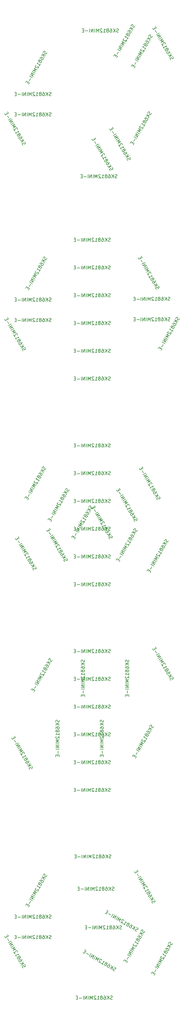
<source format=gbr>
%TF.GenerationSoftware,KiCad,Pcbnew,8.0.8*%
%TF.CreationDate,2025-04-07T12:48:12-04:00*%
%TF.ProjectId,pcb_tile_game_tile_panelized,7063625f-7469-46c6-955f-67616d655f74,rev?*%
%TF.SameCoordinates,Original*%
%TF.FileFunction,AssemblyDrawing,Bot*%
%FSLAX46Y46*%
G04 Gerber Fmt 4.6, Leading zero omitted, Abs format (unit mm)*
G04 Created by KiCad (PCBNEW 8.0.8) date 2025-04-07 12:48:12*
%MOMM*%
%LPD*%
G01*
G04 APERTURE LIST*
%ADD10C,0.150000*%
G04 APERTURE END LIST*
D10*
X74944248Y-43849090D02*
X74914059Y-43996617D01*
X74914059Y-43996617D02*
X74795012Y-44202814D01*
X74795012Y-44202814D02*
X74706153Y-44261483D01*
X74706153Y-44261483D02*
X74641104Y-44278913D01*
X74641104Y-44278913D02*
X74534816Y-44272533D01*
X74534816Y-44272533D02*
X74452338Y-44224914D01*
X74452338Y-44224914D02*
X74393669Y-44136055D01*
X74393669Y-44136055D02*
X74376239Y-44071007D01*
X74376239Y-44071007D02*
X74382619Y-43964719D01*
X74382619Y-43964719D02*
X74436617Y-43775952D01*
X74436617Y-43775952D02*
X74442997Y-43669664D01*
X74442997Y-43669664D02*
X74425567Y-43604615D01*
X74425567Y-43604615D02*
X74366898Y-43515756D01*
X74366898Y-43515756D02*
X74284420Y-43468137D01*
X74284420Y-43468137D02*
X74178131Y-43461758D01*
X74178131Y-43461758D02*
X74113083Y-43479187D01*
X74113083Y-43479187D02*
X74024224Y-43537857D01*
X74024224Y-43537857D02*
X73905177Y-43744053D01*
X73905177Y-43744053D02*
X73874987Y-43891581D01*
X74485488Y-44738925D02*
X73619462Y-44238925D01*
X74199773Y-45233796D02*
X73919187Y-44576928D01*
X73333748Y-44733796D02*
X74114334Y-44524639D01*
X72905177Y-45476104D02*
X73000415Y-45311147D01*
X73000415Y-45311147D02*
X73089273Y-45252478D01*
X73089273Y-45252478D02*
X73154322Y-45235048D01*
X73154322Y-45235048D02*
X73325659Y-45223998D01*
X73325659Y-45223998D02*
X73514426Y-45277997D01*
X73514426Y-45277997D02*
X73844340Y-45468473D01*
X73844340Y-45468473D02*
X73903009Y-45557331D01*
X73903009Y-45557331D02*
X73920439Y-45622380D01*
X73920439Y-45622380D02*
X73914059Y-45728668D01*
X73914059Y-45728668D02*
X73818821Y-45893625D01*
X73818821Y-45893625D02*
X73729963Y-45952294D01*
X73729963Y-45952294D02*
X73664914Y-45969724D01*
X73664914Y-45969724D02*
X73558626Y-45963344D01*
X73558626Y-45963344D02*
X73352429Y-45844297D01*
X73352429Y-45844297D02*
X73293760Y-45755438D01*
X73293760Y-45755438D02*
X73276330Y-45690390D01*
X73276330Y-45690390D02*
X73282710Y-45584101D01*
X73282710Y-45584101D02*
X73377948Y-45419144D01*
X73377948Y-45419144D02*
X73466807Y-45360475D01*
X73466807Y-45360475D02*
X73531855Y-45343045D01*
X73531855Y-45343045D02*
X73638144Y-45349425D01*
X72942997Y-46267740D02*
X72949377Y-46161452D01*
X72949377Y-46161452D02*
X72931947Y-46096403D01*
X72931947Y-46096403D02*
X72873278Y-46007545D01*
X72873278Y-46007545D02*
X72832039Y-45983735D01*
X72832039Y-45983735D02*
X72725750Y-45977355D01*
X72725750Y-45977355D02*
X72660702Y-45994785D01*
X72660702Y-45994785D02*
X72571843Y-46053454D01*
X72571843Y-46053454D02*
X72476605Y-46218411D01*
X72476605Y-46218411D02*
X72470225Y-46324700D01*
X72470225Y-46324700D02*
X72487655Y-46389748D01*
X72487655Y-46389748D02*
X72546324Y-46478607D01*
X72546324Y-46478607D02*
X72587564Y-46502416D01*
X72587564Y-46502416D02*
X72693852Y-46508796D01*
X72693852Y-46508796D02*
X72758901Y-46491366D01*
X72758901Y-46491366D02*
X72847759Y-46432697D01*
X72847759Y-46432697D02*
X72942997Y-46267740D01*
X72942997Y-46267740D02*
X73031855Y-46209071D01*
X73031855Y-46209071D02*
X73096904Y-46191641D01*
X73096904Y-46191641D02*
X73203192Y-46198021D01*
X73203192Y-46198021D02*
X73368150Y-46293259D01*
X73368150Y-46293259D02*
X73426819Y-46382117D01*
X73426819Y-46382117D02*
X73444248Y-46447166D01*
X73444248Y-46447166D02*
X73437869Y-46553454D01*
X73437869Y-46553454D02*
X73342631Y-46718411D01*
X73342631Y-46718411D02*
X73253772Y-46777081D01*
X73253772Y-46777081D02*
X73188723Y-46794510D01*
X73188723Y-46794510D02*
X73082435Y-46788131D01*
X73082435Y-46788131D02*
X72917478Y-46692892D01*
X72917478Y-46692892D02*
X72858809Y-46604034D01*
X72858809Y-46604034D02*
X72841379Y-46538985D01*
X72841379Y-46538985D02*
X72847759Y-46432697D01*
X72771202Y-47708155D02*
X73056916Y-47213283D01*
X72914059Y-47460719D02*
X72048034Y-46960719D01*
X72048034Y-46960719D02*
X72219371Y-46949669D01*
X72219371Y-46949669D02*
X72349468Y-46914809D01*
X72349468Y-46914809D02*
X72438327Y-46856140D01*
X71797179Y-47585688D02*
X71732130Y-47603118D01*
X71732130Y-47603118D02*
X71643272Y-47661787D01*
X71643272Y-47661787D02*
X71524224Y-47867984D01*
X71524224Y-47867984D02*
X71517844Y-47974272D01*
X71517844Y-47974272D02*
X71535274Y-48039321D01*
X71535274Y-48039321D02*
X71593943Y-48128179D01*
X71593943Y-48128179D02*
X71676422Y-48175798D01*
X71676422Y-48175798D02*
X71823949Y-48205987D01*
X71823949Y-48205987D02*
X72604535Y-47996830D01*
X72604535Y-47996830D02*
X72295011Y-48532941D01*
X72080726Y-48904095D02*
X71214700Y-48404095D01*
X71214700Y-48404095D02*
X71666623Y-49049913D01*
X71666623Y-49049913D02*
X70881367Y-48981445D01*
X70881367Y-48981445D02*
X71747392Y-49481445D01*
X71509297Y-49893838D02*
X70643272Y-49393838D01*
X71271202Y-50306231D02*
X70405177Y-49806231D01*
X70405177Y-49806231D02*
X70985488Y-50801102D01*
X70985488Y-50801102D02*
X70119463Y-50301102D01*
X70747393Y-51213495D02*
X69881367Y-50713495D01*
X70179383Y-51435412D02*
X69798431Y-52095241D01*
X69436618Y-52436205D02*
X69269951Y-52724880D01*
X69652155Y-53110503D02*
X69890250Y-52698110D01*
X69890250Y-52698110D02*
X69024225Y-52198110D01*
X69024225Y-52198110D02*
X68786130Y-52610503D01*
X45263840Y-67129104D02*
X45120983Y-67176723D01*
X45120983Y-67176723D02*
X44882888Y-67176723D01*
X44882888Y-67176723D02*
X44787650Y-67129104D01*
X44787650Y-67129104D02*
X44740031Y-67081484D01*
X44740031Y-67081484D02*
X44692412Y-66986246D01*
X44692412Y-66986246D02*
X44692412Y-66891008D01*
X44692412Y-66891008D02*
X44740031Y-66795770D01*
X44740031Y-66795770D02*
X44787650Y-66748151D01*
X44787650Y-66748151D02*
X44882888Y-66700532D01*
X44882888Y-66700532D02*
X45073364Y-66652913D01*
X45073364Y-66652913D02*
X45168602Y-66605294D01*
X45168602Y-66605294D02*
X45216221Y-66557675D01*
X45216221Y-66557675D02*
X45263840Y-66462437D01*
X45263840Y-66462437D02*
X45263840Y-66367199D01*
X45263840Y-66367199D02*
X45216221Y-66271961D01*
X45216221Y-66271961D02*
X45168602Y-66224342D01*
X45168602Y-66224342D02*
X45073364Y-66176723D01*
X45073364Y-66176723D02*
X44835269Y-66176723D01*
X44835269Y-66176723D02*
X44692412Y-66224342D01*
X44263840Y-67176723D02*
X44263840Y-66176723D01*
X43692412Y-67176723D02*
X44120983Y-66605294D01*
X43692412Y-66176723D02*
X44263840Y-66748151D01*
X42835269Y-66176723D02*
X43025745Y-66176723D01*
X43025745Y-66176723D02*
X43120983Y-66224342D01*
X43120983Y-66224342D02*
X43168602Y-66271961D01*
X43168602Y-66271961D02*
X43263840Y-66414818D01*
X43263840Y-66414818D02*
X43311459Y-66605294D01*
X43311459Y-66605294D02*
X43311459Y-66986246D01*
X43311459Y-66986246D02*
X43263840Y-67081484D01*
X43263840Y-67081484D02*
X43216221Y-67129104D01*
X43216221Y-67129104D02*
X43120983Y-67176723D01*
X43120983Y-67176723D02*
X42930507Y-67176723D01*
X42930507Y-67176723D02*
X42835269Y-67129104D01*
X42835269Y-67129104D02*
X42787650Y-67081484D01*
X42787650Y-67081484D02*
X42740031Y-66986246D01*
X42740031Y-66986246D02*
X42740031Y-66748151D01*
X42740031Y-66748151D02*
X42787650Y-66652913D01*
X42787650Y-66652913D02*
X42835269Y-66605294D01*
X42835269Y-66605294D02*
X42930507Y-66557675D01*
X42930507Y-66557675D02*
X43120983Y-66557675D01*
X43120983Y-66557675D02*
X43216221Y-66605294D01*
X43216221Y-66605294D02*
X43263840Y-66652913D01*
X43263840Y-66652913D02*
X43311459Y-66748151D01*
X42168602Y-66605294D02*
X42263840Y-66557675D01*
X42263840Y-66557675D02*
X42311459Y-66510056D01*
X42311459Y-66510056D02*
X42359078Y-66414818D01*
X42359078Y-66414818D02*
X42359078Y-66367199D01*
X42359078Y-66367199D02*
X42311459Y-66271961D01*
X42311459Y-66271961D02*
X42263840Y-66224342D01*
X42263840Y-66224342D02*
X42168602Y-66176723D01*
X42168602Y-66176723D02*
X41978126Y-66176723D01*
X41978126Y-66176723D02*
X41882888Y-66224342D01*
X41882888Y-66224342D02*
X41835269Y-66271961D01*
X41835269Y-66271961D02*
X41787650Y-66367199D01*
X41787650Y-66367199D02*
X41787650Y-66414818D01*
X41787650Y-66414818D02*
X41835269Y-66510056D01*
X41835269Y-66510056D02*
X41882888Y-66557675D01*
X41882888Y-66557675D02*
X41978126Y-66605294D01*
X41978126Y-66605294D02*
X42168602Y-66605294D01*
X42168602Y-66605294D02*
X42263840Y-66652913D01*
X42263840Y-66652913D02*
X42311459Y-66700532D01*
X42311459Y-66700532D02*
X42359078Y-66795770D01*
X42359078Y-66795770D02*
X42359078Y-66986246D01*
X42359078Y-66986246D02*
X42311459Y-67081484D01*
X42311459Y-67081484D02*
X42263840Y-67129104D01*
X42263840Y-67129104D02*
X42168602Y-67176723D01*
X42168602Y-67176723D02*
X41978126Y-67176723D01*
X41978126Y-67176723D02*
X41882888Y-67129104D01*
X41882888Y-67129104D02*
X41835269Y-67081484D01*
X41835269Y-67081484D02*
X41787650Y-66986246D01*
X41787650Y-66986246D02*
X41787650Y-66795770D01*
X41787650Y-66795770D02*
X41835269Y-66700532D01*
X41835269Y-66700532D02*
X41882888Y-66652913D01*
X41882888Y-66652913D02*
X41978126Y-66605294D01*
X40835269Y-67176723D02*
X41406697Y-67176723D01*
X41120983Y-67176723D02*
X41120983Y-66176723D01*
X41120983Y-66176723D02*
X41216221Y-66319580D01*
X41216221Y-66319580D02*
X41311459Y-66414818D01*
X41311459Y-66414818D02*
X41406697Y-66462437D01*
X40454316Y-66271961D02*
X40406697Y-66224342D01*
X40406697Y-66224342D02*
X40311459Y-66176723D01*
X40311459Y-66176723D02*
X40073364Y-66176723D01*
X40073364Y-66176723D02*
X39978126Y-66224342D01*
X39978126Y-66224342D02*
X39930507Y-66271961D01*
X39930507Y-66271961D02*
X39882888Y-66367199D01*
X39882888Y-66367199D02*
X39882888Y-66462437D01*
X39882888Y-66462437D02*
X39930507Y-66605294D01*
X39930507Y-66605294D02*
X40501935Y-67176723D01*
X40501935Y-67176723D02*
X39882888Y-67176723D01*
X39454316Y-67176723D02*
X39454316Y-66176723D01*
X39454316Y-66176723D02*
X39120983Y-66891008D01*
X39120983Y-66891008D02*
X38787650Y-66176723D01*
X38787650Y-66176723D02*
X38787650Y-67176723D01*
X38311459Y-67176723D02*
X38311459Y-66176723D01*
X37835269Y-67176723D02*
X37835269Y-66176723D01*
X37835269Y-66176723D02*
X37263841Y-67176723D01*
X37263841Y-67176723D02*
X37263841Y-66176723D01*
X36787650Y-67176723D02*
X36787650Y-66176723D01*
X36311460Y-66795770D02*
X35549556Y-66795770D01*
X35073365Y-66652913D02*
X34740032Y-66652913D01*
X34597175Y-67176723D02*
X35073365Y-67176723D01*
X35073365Y-67176723D02*
X35073365Y-66176723D01*
X35073365Y-66176723D02*
X34597175Y-66176723D01*
X74646543Y-66311218D02*
X74616354Y-66458745D01*
X74616354Y-66458745D02*
X74497307Y-66664942D01*
X74497307Y-66664942D02*
X74408448Y-66723611D01*
X74408448Y-66723611D02*
X74343399Y-66741041D01*
X74343399Y-66741041D02*
X74237111Y-66734661D01*
X74237111Y-66734661D02*
X74154633Y-66687042D01*
X74154633Y-66687042D02*
X74095964Y-66598183D01*
X74095964Y-66598183D02*
X74078534Y-66533135D01*
X74078534Y-66533135D02*
X74084914Y-66426847D01*
X74084914Y-66426847D02*
X74138912Y-66238080D01*
X74138912Y-66238080D02*
X74145292Y-66131792D01*
X74145292Y-66131792D02*
X74127862Y-66066743D01*
X74127862Y-66066743D02*
X74069193Y-65977884D01*
X74069193Y-65977884D02*
X73986715Y-65930265D01*
X73986715Y-65930265D02*
X73880426Y-65923886D01*
X73880426Y-65923886D02*
X73815378Y-65941315D01*
X73815378Y-65941315D02*
X73726519Y-65999985D01*
X73726519Y-65999985D02*
X73607472Y-66206181D01*
X73607472Y-66206181D02*
X73577282Y-66353709D01*
X74187783Y-67201053D02*
X73321757Y-66701053D01*
X73902068Y-67695924D02*
X73621482Y-67039056D01*
X73036043Y-67195924D02*
X73816629Y-66986767D01*
X72607472Y-67938232D02*
X72702710Y-67773275D01*
X72702710Y-67773275D02*
X72791568Y-67714606D01*
X72791568Y-67714606D02*
X72856617Y-67697176D01*
X72856617Y-67697176D02*
X73027954Y-67686126D01*
X73027954Y-67686126D02*
X73216721Y-67740125D01*
X73216721Y-67740125D02*
X73546635Y-67930601D01*
X73546635Y-67930601D02*
X73605304Y-68019459D01*
X73605304Y-68019459D02*
X73622734Y-68084508D01*
X73622734Y-68084508D02*
X73616354Y-68190796D01*
X73616354Y-68190796D02*
X73521116Y-68355753D01*
X73521116Y-68355753D02*
X73432258Y-68414422D01*
X73432258Y-68414422D02*
X73367209Y-68431852D01*
X73367209Y-68431852D02*
X73260921Y-68425472D01*
X73260921Y-68425472D02*
X73054724Y-68306425D01*
X73054724Y-68306425D02*
X72996055Y-68217566D01*
X72996055Y-68217566D02*
X72978625Y-68152518D01*
X72978625Y-68152518D02*
X72985005Y-68046229D01*
X72985005Y-68046229D02*
X73080243Y-67881272D01*
X73080243Y-67881272D02*
X73169102Y-67822603D01*
X73169102Y-67822603D02*
X73234150Y-67805173D01*
X73234150Y-67805173D02*
X73340439Y-67811553D01*
X72645292Y-68729868D02*
X72651672Y-68623580D01*
X72651672Y-68623580D02*
X72634242Y-68558531D01*
X72634242Y-68558531D02*
X72575573Y-68469673D01*
X72575573Y-68469673D02*
X72534334Y-68445863D01*
X72534334Y-68445863D02*
X72428045Y-68439483D01*
X72428045Y-68439483D02*
X72362997Y-68456913D01*
X72362997Y-68456913D02*
X72274138Y-68515582D01*
X72274138Y-68515582D02*
X72178900Y-68680539D01*
X72178900Y-68680539D02*
X72172520Y-68786828D01*
X72172520Y-68786828D02*
X72189950Y-68851876D01*
X72189950Y-68851876D02*
X72248619Y-68940735D01*
X72248619Y-68940735D02*
X72289859Y-68964544D01*
X72289859Y-68964544D02*
X72396147Y-68970924D01*
X72396147Y-68970924D02*
X72461196Y-68953494D01*
X72461196Y-68953494D02*
X72550054Y-68894825D01*
X72550054Y-68894825D02*
X72645292Y-68729868D01*
X72645292Y-68729868D02*
X72734150Y-68671199D01*
X72734150Y-68671199D02*
X72799199Y-68653769D01*
X72799199Y-68653769D02*
X72905487Y-68660149D01*
X72905487Y-68660149D02*
X73070445Y-68755387D01*
X73070445Y-68755387D02*
X73129114Y-68844245D01*
X73129114Y-68844245D02*
X73146543Y-68909294D01*
X73146543Y-68909294D02*
X73140164Y-69015582D01*
X73140164Y-69015582D02*
X73044926Y-69180539D01*
X73044926Y-69180539D02*
X72956067Y-69239209D01*
X72956067Y-69239209D02*
X72891018Y-69256638D01*
X72891018Y-69256638D02*
X72784730Y-69250259D01*
X72784730Y-69250259D02*
X72619773Y-69155020D01*
X72619773Y-69155020D02*
X72561104Y-69066162D01*
X72561104Y-69066162D02*
X72543674Y-69001113D01*
X72543674Y-69001113D02*
X72550054Y-68894825D01*
X72473497Y-70170283D02*
X72759211Y-69675411D01*
X72616354Y-69922847D02*
X71750329Y-69422847D01*
X71750329Y-69422847D02*
X71921666Y-69411797D01*
X71921666Y-69411797D02*
X72051763Y-69376937D01*
X72051763Y-69376937D02*
X72140622Y-69318268D01*
X71499474Y-70047816D02*
X71434425Y-70065246D01*
X71434425Y-70065246D02*
X71345567Y-70123915D01*
X71345567Y-70123915D02*
X71226519Y-70330112D01*
X71226519Y-70330112D02*
X71220139Y-70436400D01*
X71220139Y-70436400D02*
X71237569Y-70501449D01*
X71237569Y-70501449D02*
X71296238Y-70590307D01*
X71296238Y-70590307D02*
X71378717Y-70637926D01*
X71378717Y-70637926D02*
X71526244Y-70668115D01*
X71526244Y-70668115D02*
X72306830Y-70458958D01*
X72306830Y-70458958D02*
X71997306Y-70995069D01*
X71783021Y-71366223D02*
X70916995Y-70866223D01*
X70916995Y-70866223D02*
X71368918Y-71512041D01*
X71368918Y-71512041D02*
X70583662Y-71443573D01*
X70583662Y-71443573D02*
X71449687Y-71943573D01*
X71211592Y-72355966D02*
X70345567Y-71855966D01*
X70973497Y-72768359D02*
X70107472Y-72268359D01*
X70107472Y-72268359D02*
X70687783Y-73263230D01*
X70687783Y-73263230D02*
X69821758Y-72763230D01*
X70449688Y-73675623D02*
X69583662Y-73175623D01*
X69881678Y-73897540D02*
X69500726Y-74557369D01*
X69138913Y-74898333D02*
X68972246Y-75187008D01*
X69354450Y-75572631D02*
X69592545Y-75160238D01*
X69592545Y-75160238D02*
X68726520Y-74660238D01*
X68726520Y-74660238D02*
X68488425Y-75072631D01*
X80368955Y-50773990D02*
X80256287Y-50674082D01*
X80256287Y-50674082D02*
X80137240Y-50467885D01*
X80137240Y-50467885D02*
X80130860Y-50361597D01*
X80130860Y-50361597D02*
X80148290Y-50296548D01*
X80148290Y-50296548D02*
X80206959Y-50207690D01*
X80206959Y-50207690D02*
X80289438Y-50160071D01*
X80289438Y-50160071D02*
X80395726Y-50153691D01*
X80395726Y-50153691D02*
X80460775Y-50171121D01*
X80460775Y-50171121D02*
X80549633Y-50229790D01*
X80549633Y-50229790D02*
X80686110Y-50370938D01*
X80686110Y-50370938D02*
X80774969Y-50429607D01*
X80774969Y-50429607D02*
X80840017Y-50447037D01*
X80840017Y-50447037D02*
X80946306Y-50440657D01*
X80946306Y-50440657D02*
X81028784Y-50393038D01*
X81028784Y-50393038D02*
X81087453Y-50304179D01*
X81087453Y-50304179D02*
X81104883Y-50239131D01*
X81104883Y-50239131D02*
X81098503Y-50132843D01*
X81098503Y-50132843D02*
X80979456Y-49926646D01*
X80979456Y-49926646D02*
X80866788Y-49826738D01*
X79827716Y-49931774D02*
X80693741Y-49431774D01*
X79542002Y-49436903D02*
X80251159Y-49522342D01*
X80408027Y-48936903D02*
X80198870Y-49717489D01*
X79979456Y-48194595D02*
X80074694Y-48359552D01*
X80074694Y-48359552D02*
X80081074Y-48465840D01*
X80081074Y-48465840D02*
X80063644Y-48530889D01*
X80063644Y-48530889D02*
X79987545Y-48684796D01*
X79987545Y-48684796D02*
X79846397Y-48821274D01*
X79846397Y-48821274D02*
X79516483Y-49011750D01*
X79516483Y-49011750D02*
X79410195Y-49018130D01*
X79410195Y-49018130D02*
X79345146Y-49000700D01*
X79345146Y-49000700D02*
X79256287Y-48942031D01*
X79256287Y-48942031D02*
X79161049Y-48777074D01*
X79161049Y-48777074D02*
X79154670Y-48670786D01*
X79154670Y-48670786D02*
X79172099Y-48605737D01*
X79172099Y-48605737D02*
X79230768Y-48516878D01*
X79230768Y-48516878D02*
X79436965Y-48397831D01*
X79436965Y-48397831D02*
X79543253Y-48391451D01*
X79543253Y-48391451D02*
X79608302Y-48408881D01*
X79608302Y-48408881D02*
X79697160Y-48467550D01*
X79697160Y-48467550D02*
X79792398Y-48632507D01*
X79792398Y-48632507D02*
X79798778Y-48738795D01*
X79798778Y-48738795D02*
X79781348Y-48803844D01*
X79781348Y-48803844D02*
X79722679Y-48892702D01*
X79274969Y-47831531D02*
X79363827Y-47890200D01*
X79363827Y-47890200D02*
X79428876Y-47907629D01*
X79428876Y-47907629D02*
X79535164Y-47901250D01*
X79535164Y-47901250D02*
X79576403Y-47877440D01*
X79576403Y-47877440D02*
X79635072Y-47788582D01*
X79635072Y-47788582D02*
X79652502Y-47723533D01*
X79652502Y-47723533D02*
X79646122Y-47617245D01*
X79646122Y-47617245D02*
X79550884Y-47452288D01*
X79550884Y-47452288D02*
X79462026Y-47393619D01*
X79462026Y-47393619D02*
X79396977Y-47376189D01*
X79396977Y-47376189D02*
X79290689Y-47382568D01*
X79290689Y-47382568D02*
X79249450Y-47406378D01*
X79249450Y-47406378D02*
X79190781Y-47495236D01*
X79190781Y-47495236D02*
X79173351Y-47560285D01*
X79173351Y-47560285D02*
X79179731Y-47666573D01*
X79179731Y-47666573D02*
X79274969Y-47831531D01*
X79274969Y-47831531D02*
X79281348Y-47937819D01*
X79281348Y-47937819D02*
X79263919Y-48002867D01*
X79263919Y-48002867D02*
X79205249Y-48091726D01*
X79205249Y-48091726D02*
X79040292Y-48186964D01*
X79040292Y-48186964D02*
X78934004Y-48193344D01*
X78934004Y-48193344D02*
X78868955Y-48175914D01*
X78868955Y-48175914D02*
X78780097Y-48117245D01*
X78780097Y-48117245D02*
X78684859Y-47952288D01*
X78684859Y-47952288D02*
X78678479Y-47845999D01*
X78678479Y-47845999D02*
X78695909Y-47780951D01*
X78695909Y-47780951D02*
X78754578Y-47692092D01*
X78754578Y-47692092D02*
X78919535Y-47596854D01*
X78919535Y-47596854D02*
X79025823Y-47590474D01*
X79025823Y-47590474D02*
X79090872Y-47607904D01*
X79090872Y-47607904D02*
X79179731Y-47666573D01*
X78113430Y-46962544D02*
X78399145Y-47457416D01*
X78256287Y-47209980D02*
X79122313Y-46709980D01*
X79122313Y-46709980D02*
X79046214Y-46863887D01*
X79046214Y-46863887D02*
X79011354Y-46993985D01*
X79011354Y-46993985D02*
X79017734Y-47100273D01*
X78706501Y-46180249D02*
X78723931Y-46115200D01*
X78723931Y-46115200D02*
X78717551Y-46008912D01*
X78717551Y-46008912D02*
X78598503Y-45802715D01*
X78598503Y-45802715D02*
X78509645Y-45744046D01*
X78509645Y-45744046D02*
X78444596Y-45726616D01*
X78444596Y-45726616D02*
X78338308Y-45732996D01*
X78338308Y-45732996D02*
X78255829Y-45780615D01*
X78255829Y-45780615D02*
X78155921Y-45893283D01*
X78155921Y-45893283D02*
X77946764Y-46673869D01*
X77946764Y-46673869D02*
X77637240Y-46137758D01*
X77422954Y-45766604D02*
X78288979Y-45266604D01*
X78288979Y-45266604D02*
X77503723Y-45335072D01*
X77503723Y-45335072D02*
X77955646Y-44689254D01*
X77955646Y-44689254D02*
X77089621Y-45189254D01*
X76851526Y-44776861D02*
X77717551Y-44276861D01*
X76613431Y-44364468D02*
X77479456Y-43864468D01*
X77479456Y-43864468D02*
X76327716Y-43869597D01*
X76327716Y-43869597D02*
X77193742Y-43369597D01*
X76089621Y-43457204D02*
X76955646Y-42957204D01*
X76181440Y-42854335D02*
X75800488Y-42194506D01*
X75686111Y-41710685D02*
X75519444Y-41422010D01*
X74994383Y-41560196D02*
X75232479Y-41972589D01*
X75232479Y-41972589D02*
X76098504Y-41472589D01*
X76098504Y-41472589D02*
X75860409Y-41060196D01*
X69791396Y-40874090D02*
X69761207Y-41021617D01*
X69761207Y-41021617D02*
X69642160Y-41227814D01*
X69642160Y-41227814D02*
X69553301Y-41286483D01*
X69553301Y-41286483D02*
X69488252Y-41303913D01*
X69488252Y-41303913D02*
X69381964Y-41297533D01*
X69381964Y-41297533D02*
X69299486Y-41249914D01*
X69299486Y-41249914D02*
X69240817Y-41161055D01*
X69240817Y-41161055D02*
X69223387Y-41096007D01*
X69223387Y-41096007D02*
X69229767Y-40989719D01*
X69229767Y-40989719D02*
X69283765Y-40800952D01*
X69283765Y-40800952D02*
X69290145Y-40694664D01*
X69290145Y-40694664D02*
X69272715Y-40629615D01*
X69272715Y-40629615D02*
X69214046Y-40540756D01*
X69214046Y-40540756D02*
X69131568Y-40493137D01*
X69131568Y-40493137D02*
X69025279Y-40486758D01*
X69025279Y-40486758D02*
X68960231Y-40504187D01*
X68960231Y-40504187D02*
X68871372Y-40562857D01*
X68871372Y-40562857D02*
X68752325Y-40769053D01*
X68752325Y-40769053D02*
X68722135Y-40916581D01*
X69332636Y-41763925D02*
X68466610Y-41263925D01*
X69046921Y-42258796D02*
X68766335Y-41601928D01*
X68180896Y-41758796D02*
X68961482Y-41549639D01*
X67752325Y-42501104D02*
X67847563Y-42336147D01*
X67847563Y-42336147D02*
X67936421Y-42277478D01*
X67936421Y-42277478D02*
X68001470Y-42260048D01*
X68001470Y-42260048D02*
X68172807Y-42248998D01*
X68172807Y-42248998D02*
X68361574Y-42302997D01*
X68361574Y-42302997D02*
X68691488Y-42493473D01*
X68691488Y-42493473D02*
X68750157Y-42582331D01*
X68750157Y-42582331D02*
X68767587Y-42647380D01*
X68767587Y-42647380D02*
X68761207Y-42753668D01*
X68761207Y-42753668D02*
X68665969Y-42918625D01*
X68665969Y-42918625D02*
X68577111Y-42977294D01*
X68577111Y-42977294D02*
X68512062Y-42994724D01*
X68512062Y-42994724D02*
X68405774Y-42988344D01*
X68405774Y-42988344D02*
X68199577Y-42869297D01*
X68199577Y-42869297D02*
X68140908Y-42780438D01*
X68140908Y-42780438D02*
X68123478Y-42715390D01*
X68123478Y-42715390D02*
X68129858Y-42609101D01*
X68129858Y-42609101D02*
X68225096Y-42444144D01*
X68225096Y-42444144D02*
X68313955Y-42385475D01*
X68313955Y-42385475D02*
X68379003Y-42368045D01*
X68379003Y-42368045D02*
X68485292Y-42374425D01*
X67790145Y-43292740D02*
X67796525Y-43186452D01*
X67796525Y-43186452D02*
X67779095Y-43121403D01*
X67779095Y-43121403D02*
X67720426Y-43032545D01*
X67720426Y-43032545D02*
X67679187Y-43008735D01*
X67679187Y-43008735D02*
X67572898Y-43002355D01*
X67572898Y-43002355D02*
X67507850Y-43019785D01*
X67507850Y-43019785D02*
X67418991Y-43078454D01*
X67418991Y-43078454D02*
X67323753Y-43243411D01*
X67323753Y-43243411D02*
X67317373Y-43349700D01*
X67317373Y-43349700D02*
X67334803Y-43414748D01*
X67334803Y-43414748D02*
X67393472Y-43503607D01*
X67393472Y-43503607D02*
X67434712Y-43527416D01*
X67434712Y-43527416D02*
X67541000Y-43533796D01*
X67541000Y-43533796D02*
X67606049Y-43516366D01*
X67606049Y-43516366D02*
X67694907Y-43457697D01*
X67694907Y-43457697D02*
X67790145Y-43292740D01*
X67790145Y-43292740D02*
X67879003Y-43234071D01*
X67879003Y-43234071D02*
X67944052Y-43216641D01*
X67944052Y-43216641D02*
X68050340Y-43223021D01*
X68050340Y-43223021D02*
X68215298Y-43318259D01*
X68215298Y-43318259D02*
X68273967Y-43407117D01*
X68273967Y-43407117D02*
X68291396Y-43472166D01*
X68291396Y-43472166D02*
X68285017Y-43578454D01*
X68285017Y-43578454D02*
X68189779Y-43743411D01*
X68189779Y-43743411D02*
X68100920Y-43802081D01*
X68100920Y-43802081D02*
X68035871Y-43819510D01*
X68035871Y-43819510D02*
X67929583Y-43813131D01*
X67929583Y-43813131D02*
X67764626Y-43717892D01*
X67764626Y-43717892D02*
X67705957Y-43629034D01*
X67705957Y-43629034D02*
X67688527Y-43563985D01*
X67688527Y-43563985D02*
X67694907Y-43457697D01*
X67618350Y-44733155D02*
X67904064Y-44238283D01*
X67761207Y-44485719D02*
X66895182Y-43985719D01*
X66895182Y-43985719D02*
X67066519Y-43974669D01*
X67066519Y-43974669D02*
X67196616Y-43939809D01*
X67196616Y-43939809D02*
X67285475Y-43881140D01*
X66644327Y-44610688D02*
X66579278Y-44628118D01*
X66579278Y-44628118D02*
X66490420Y-44686787D01*
X66490420Y-44686787D02*
X66371372Y-44892984D01*
X66371372Y-44892984D02*
X66364992Y-44999272D01*
X66364992Y-44999272D02*
X66382422Y-45064321D01*
X66382422Y-45064321D02*
X66441091Y-45153179D01*
X66441091Y-45153179D02*
X66523570Y-45200798D01*
X66523570Y-45200798D02*
X66671097Y-45230987D01*
X66671097Y-45230987D02*
X67451683Y-45021830D01*
X67451683Y-45021830D02*
X67142159Y-45557941D01*
X66927874Y-45929095D02*
X66061848Y-45429095D01*
X66061848Y-45429095D02*
X66513771Y-46074913D01*
X66513771Y-46074913D02*
X65728515Y-46006445D01*
X65728515Y-46006445D02*
X66594540Y-46506445D01*
X66356445Y-46918838D02*
X65490420Y-46418838D01*
X66118350Y-47331231D02*
X65252325Y-46831231D01*
X65252325Y-46831231D02*
X65832636Y-47826102D01*
X65832636Y-47826102D02*
X64966611Y-47326102D01*
X65594541Y-48238495D02*
X64728515Y-47738495D01*
X65026531Y-48460412D02*
X64645579Y-49120241D01*
X64283766Y-49461205D02*
X64117099Y-49749880D01*
X64499303Y-50135503D02*
X64737398Y-49723110D01*
X64737398Y-49723110D02*
X63871373Y-49223110D01*
X63871373Y-49223110D02*
X63633278Y-49635503D01*
X64580990Y-85191572D02*
X64438133Y-85239191D01*
X64438133Y-85239191D02*
X64200038Y-85239191D01*
X64200038Y-85239191D02*
X64104800Y-85191572D01*
X64104800Y-85191572D02*
X64057181Y-85143952D01*
X64057181Y-85143952D02*
X64009562Y-85048714D01*
X64009562Y-85048714D02*
X64009562Y-84953476D01*
X64009562Y-84953476D02*
X64057181Y-84858238D01*
X64057181Y-84858238D02*
X64104800Y-84810619D01*
X64104800Y-84810619D02*
X64200038Y-84763000D01*
X64200038Y-84763000D02*
X64390514Y-84715381D01*
X64390514Y-84715381D02*
X64485752Y-84667762D01*
X64485752Y-84667762D02*
X64533371Y-84620143D01*
X64533371Y-84620143D02*
X64580990Y-84524905D01*
X64580990Y-84524905D02*
X64580990Y-84429667D01*
X64580990Y-84429667D02*
X64533371Y-84334429D01*
X64533371Y-84334429D02*
X64485752Y-84286810D01*
X64485752Y-84286810D02*
X64390514Y-84239191D01*
X64390514Y-84239191D02*
X64152419Y-84239191D01*
X64152419Y-84239191D02*
X64009562Y-84286810D01*
X63580990Y-85239191D02*
X63580990Y-84239191D01*
X63009562Y-85239191D02*
X63438133Y-84667762D01*
X63009562Y-84239191D02*
X63580990Y-84810619D01*
X62152419Y-84239191D02*
X62342895Y-84239191D01*
X62342895Y-84239191D02*
X62438133Y-84286810D01*
X62438133Y-84286810D02*
X62485752Y-84334429D01*
X62485752Y-84334429D02*
X62580990Y-84477286D01*
X62580990Y-84477286D02*
X62628609Y-84667762D01*
X62628609Y-84667762D02*
X62628609Y-85048714D01*
X62628609Y-85048714D02*
X62580990Y-85143952D01*
X62580990Y-85143952D02*
X62533371Y-85191572D01*
X62533371Y-85191572D02*
X62438133Y-85239191D01*
X62438133Y-85239191D02*
X62247657Y-85239191D01*
X62247657Y-85239191D02*
X62152419Y-85191572D01*
X62152419Y-85191572D02*
X62104800Y-85143952D01*
X62104800Y-85143952D02*
X62057181Y-85048714D01*
X62057181Y-85048714D02*
X62057181Y-84810619D01*
X62057181Y-84810619D02*
X62104800Y-84715381D01*
X62104800Y-84715381D02*
X62152419Y-84667762D01*
X62152419Y-84667762D02*
X62247657Y-84620143D01*
X62247657Y-84620143D02*
X62438133Y-84620143D01*
X62438133Y-84620143D02*
X62533371Y-84667762D01*
X62533371Y-84667762D02*
X62580990Y-84715381D01*
X62580990Y-84715381D02*
X62628609Y-84810619D01*
X61485752Y-84667762D02*
X61580990Y-84620143D01*
X61580990Y-84620143D02*
X61628609Y-84572524D01*
X61628609Y-84572524D02*
X61676228Y-84477286D01*
X61676228Y-84477286D02*
X61676228Y-84429667D01*
X61676228Y-84429667D02*
X61628609Y-84334429D01*
X61628609Y-84334429D02*
X61580990Y-84286810D01*
X61580990Y-84286810D02*
X61485752Y-84239191D01*
X61485752Y-84239191D02*
X61295276Y-84239191D01*
X61295276Y-84239191D02*
X61200038Y-84286810D01*
X61200038Y-84286810D02*
X61152419Y-84334429D01*
X61152419Y-84334429D02*
X61104800Y-84429667D01*
X61104800Y-84429667D02*
X61104800Y-84477286D01*
X61104800Y-84477286D02*
X61152419Y-84572524D01*
X61152419Y-84572524D02*
X61200038Y-84620143D01*
X61200038Y-84620143D02*
X61295276Y-84667762D01*
X61295276Y-84667762D02*
X61485752Y-84667762D01*
X61485752Y-84667762D02*
X61580990Y-84715381D01*
X61580990Y-84715381D02*
X61628609Y-84763000D01*
X61628609Y-84763000D02*
X61676228Y-84858238D01*
X61676228Y-84858238D02*
X61676228Y-85048714D01*
X61676228Y-85048714D02*
X61628609Y-85143952D01*
X61628609Y-85143952D02*
X61580990Y-85191572D01*
X61580990Y-85191572D02*
X61485752Y-85239191D01*
X61485752Y-85239191D02*
X61295276Y-85239191D01*
X61295276Y-85239191D02*
X61200038Y-85191572D01*
X61200038Y-85191572D02*
X61152419Y-85143952D01*
X61152419Y-85143952D02*
X61104800Y-85048714D01*
X61104800Y-85048714D02*
X61104800Y-84858238D01*
X61104800Y-84858238D02*
X61152419Y-84763000D01*
X61152419Y-84763000D02*
X61200038Y-84715381D01*
X61200038Y-84715381D02*
X61295276Y-84667762D01*
X60152419Y-85239191D02*
X60723847Y-85239191D01*
X60438133Y-85239191D02*
X60438133Y-84239191D01*
X60438133Y-84239191D02*
X60533371Y-84382048D01*
X60533371Y-84382048D02*
X60628609Y-84477286D01*
X60628609Y-84477286D02*
X60723847Y-84524905D01*
X59771466Y-84334429D02*
X59723847Y-84286810D01*
X59723847Y-84286810D02*
X59628609Y-84239191D01*
X59628609Y-84239191D02*
X59390514Y-84239191D01*
X59390514Y-84239191D02*
X59295276Y-84286810D01*
X59295276Y-84286810D02*
X59247657Y-84334429D01*
X59247657Y-84334429D02*
X59200038Y-84429667D01*
X59200038Y-84429667D02*
X59200038Y-84524905D01*
X59200038Y-84524905D02*
X59247657Y-84667762D01*
X59247657Y-84667762D02*
X59819085Y-85239191D01*
X59819085Y-85239191D02*
X59200038Y-85239191D01*
X58771466Y-85239191D02*
X58771466Y-84239191D01*
X58771466Y-84239191D02*
X58438133Y-84953476D01*
X58438133Y-84953476D02*
X58104800Y-84239191D01*
X58104800Y-84239191D02*
X58104800Y-85239191D01*
X57628609Y-85239191D02*
X57628609Y-84239191D01*
X57152419Y-85239191D02*
X57152419Y-84239191D01*
X57152419Y-84239191D02*
X56580991Y-85239191D01*
X56580991Y-85239191D02*
X56580991Y-84239191D01*
X56104800Y-85239191D02*
X56104800Y-84239191D01*
X55628610Y-84858238D02*
X54866706Y-84858238D01*
X54390515Y-84715381D02*
X54057182Y-84715381D01*
X53914325Y-85239191D02*
X54390515Y-85239191D01*
X54390515Y-85239191D02*
X54390515Y-84239191D01*
X54390515Y-84239191D02*
X53914325Y-84239191D01*
X44007678Y-48652416D02*
X43977489Y-48799943D01*
X43977489Y-48799943D02*
X43858442Y-49006140D01*
X43858442Y-49006140D02*
X43769583Y-49064809D01*
X43769583Y-49064809D02*
X43704534Y-49082239D01*
X43704534Y-49082239D02*
X43598246Y-49075859D01*
X43598246Y-49075859D02*
X43515768Y-49028240D01*
X43515768Y-49028240D02*
X43457099Y-48939381D01*
X43457099Y-48939381D02*
X43439669Y-48874333D01*
X43439669Y-48874333D02*
X43446049Y-48768045D01*
X43446049Y-48768045D02*
X43500047Y-48579278D01*
X43500047Y-48579278D02*
X43506427Y-48472990D01*
X43506427Y-48472990D02*
X43488997Y-48407941D01*
X43488997Y-48407941D02*
X43430328Y-48319082D01*
X43430328Y-48319082D02*
X43347850Y-48271463D01*
X43347850Y-48271463D02*
X43241561Y-48265084D01*
X43241561Y-48265084D02*
X43176513Y-48282513D01*
X43176513Y-48282513D02*
X43087654Y-48341183D01*
X43087654Y-48341183D02*
X42968607Y-48547379D01*
X42968607Y-48547379D02*
X42938417Y-48694907D01*
X43548918Y-49542251D02*
X42682892Y-49042251D01*
X43263203Y-50037122D02*
X42982617Y-49380254D01*
X42397178Y-49537122D02*
X43177764Y-49327965D01*
X41968607Y-50279430D02*
X42063845Y-50114473D01*
X42063845Y-50114473D02*
X42152703Y-50055804D01*
X42152703Y-50055804D02*
X42217752Y-50038374D01*
X42217752Y-50038374D02*
X42389089Y-50027324D01*
X42389089Y-50027324D02*
X42577856Y-50081323D01*
X42577856Y-50081323D02*
X42907770Y-50271799D01*
X42907770Y-50271799D02*
X42966439Y-50360657D01*
X42966439Y-50360657D02*
X42983869Y-50425706D01*
X42983869Y-50425706D02*
X42977489Y-50531994D01*
X42977489Y-50531994D02*
X42882251Y-50696951D01*
X42882251Y-50696951D02*
X42793393Y-50755620D01*
X42793393Y-50755620D02*
X42728344Y-50773050D01*
X42728344Y-50773050D02*
X42622056Y-50766670D01*
X42622056Y-50766670D02*
X42415859Y-50647623D01*
X42415859Y-50647623D02*
X42357190Y-50558764D01*
X42357190Y-50558764D02*
X42339760Y-50493716D01*
X42339760Y-50493716D02*
X42346140Y-50387427D01*
X42346140Y-50387427D02*
X42441378Y-50222470D01*
X42441378Y-50222470D02*
X42530237Y-50163801D01*
X42530237Y-50163801D02*
X42595285Y-50146371D01*
X42595285Y-50146371D02*
X42701574Y-50152751D01*
X42006427Y-51071066D02*
X42012807Y-50964778D01*
X42012807Y-50964778D02*
X41995377Y-50899729D01*
X41995377Y-50899729D02*
X41936708Y-50810871D01*
X41936708Y-50810871D02*
X41895469Y-50787061D01*
X41895469Y-50787061D02*
X41789180Y-50780681D01*
X41789180Y-50780681D02*
X41724132Y-50798111D01*
X41724132Y-50798111D02*
X41635273Y-50856780D01*
X41635273Y-50856780D02*
X41540035Y-51021737D01*
X41540035Y-51021737D02*
X41533655Y-51128026D01*
X41533655Y-51128026D02*
X41551085Y-51193074D01*
X41551085Y-51193074D02*
X41609754Y-51281933D01*
X41609754Y-51281933D02*
X41650994Y-51305742D01*
X41650994Y-51305742D02*
X41757282Y-51312122D01*
X41757282Y-51312122D02*
X41822331Y-51294692D01*
X41822331Y-51294692D02*
X41911189Y-51236023D01*
X41911189Y-51236023D02*
X42006427Y-51071066D01*
X42006427Y-51071066D02*
X42095285Y-51012397D01*
X42095285Y-51012397D02*
X42160334Y-50994967D01*
X42160334Y-50994967D02*
X42266622Y-51001347D01*
X42266622Y-51001347D02*
X42431580Y-51096585D01*
X42431580Y-51096585D02*
X42490249Y-51185443D01*
X42490249Y-51185443D02*
X42507678Y-51250492D01*
X42507678Y-51250492D02*
X42501299Y-51356780D01*
X42501299Y-51356780D02*
X42406061Y-51521737D01*
X42406061Y-51521737D02*
X42317202Y-51580407D01*
X42317202Y-51580407D02*
X42252153Y-51597836D01*
X42252153Y-51597836D02*
X42145865Y-51591457D01*
X42145865Y-51591457D02*
X41980908Y-51496218D01*
X41980908Y-51496218D02*
X41922239Y-51407360D01*
X41922239Y-51407360D02*
X41904809Y-51342311D01*
X41904809Y-51342311D02*
X41911189Y-51236023D01*
X41834632Y-52511481D02*
X42120346Y-52016609D01*
X41977489Y-52264045D02*
X41111464Y-51764045D01*
X41111464Y-51764045D02*
X41282801Y-51752995D01*
X41282801Y-51752995D02*
X41412898Y-51718135D01*
X41412898Y-51718135D02*
X41501757Y-51659466D01*
X40860609Y-52389014D02*
X40795560Y-52406444D01*
X40795560Y-52406444D02*
X40706702Y-52465113D01*
X40706702Y-52465113D02*
X40587654Y-52671310D01*
X40587654Y-52671310D02*
X40581274Y-52777598D01*
X40581274Y-52777598D02*
X40598704Y-52842647D01*
X40598704Y-52842647D02*
X40657373Y-52931505D01*
X40657373Y-52931505D02*
X40739852Y-52979124D01*
X40739852Y-52979124D02*
X40887379Y-53009313D01*
X40887379Y-53009313D02*
X41667965Y-52800156D01*
X41667965Y-52800156D02*
X41358441Y-53336267D01*
X41144156Y-53707421D02*
X40278130Y-53207421D01*
X40278130Y-53207421D02*
X40730053Y-53853239D01*
X40730053Y-53853239D02*
X39944797Y-53784771D01*
X39944797Y-53784771D02*
X40810822Y-54284771D01*
X40572727Y-54697164D02*
X39706702Y-54197164D01*
X40334632Y-55109557D02*
X39468607Y-54609557D01*
X39468607Y-54609557D02*
X40048918Y-55604428D01*
X40048918Y-55604428D02*
X39182893Y-55104428D01*
X39810823Y-56016821D02*
X38944797Y-55516821D01*
X39242813Y-56238738D02*
X38861861Y-56898567D01*
X38500048Y-57239531D02*
X38333381Y-57528206D01*
X38715585Y-57913829D02*
X38953680Y-57501436D01*
X38953680Y-57501436D02*
X38087655Y-57001436D01*
X38087655Y-57001436D02*
X37849560Y-57413829D01*
X62623817Y-83141687D02*
X62511149Y-83041779D01*
X62511149Y-83041779D02*
X62392102Y-82835582D01*
X62392102Y-82835582D02*
X62385722Y-82729294D01*
X62385722Y-82729294D02*
X62403152Y-82664245D01*
X62403152Y-82664245D02*
X62461821Y-82575387D01*
X62461821Y-82575387D02*
X62544300Y-82527768D01*
X62544300Y-82527768D02*
X62650588Y-82521388D01*
X62650588Y-82521388D02*
X62715637Y-82538818D01*
X62715637Y-82538818D02*
X62804495Y-82597487D01*
X62804495Y-82597487D02*
X62940972Y-82738635D01*
X62940972Y-82738635D02*
X63029831Y-82797304D01*
X63029831Y-82797304D02*
X63094879Y-82814734D01*
X63094879Y-82814734D02*
X63201168Y-82808354D01*
X63201168Y-82808354D02*
X63283646Y-82760735D01*
X63283646Y-82760735D02*
X63342315Y-82671876D01*
X63342315Y-82671876D02*
X63359745Y-82606828D01*
X63359745Y-82606828D02*
X63353365Y-82500540D01*
X63353365Y-82500540D02*
X63234318Y-82294343D01*
X63234318Y-82294343D02*
X63121650Y-82194435D01*
X62082578Y-82299471D02*
X62948603Y-81799471D01*
X61796864Y-81804600D02*
X62506021Y-81890039D01*
X62662889Y-81304600D02*
X62453732Y-82085186D01*
X62234318Y-80562292D02*
X62329556Y-80727249D01*
X62329556Y-80727249D02*
X62335936Y-80833537D01*
X62335936Y-80833537D02*
X62318506Y-80898586D01*
X62318506Y-80898586D02*
X62242407Y-81052493D01*
X62242407Y-81052493D02*
X62101259Y-81188971D01*
X62101259Y-81188971D02*
X61771345Y-81379447D01*
X61771345Y-81379447D02*
X61665057Y-81385827D01*
X61665057Y-81385827D02*
X61600008Y-81368397D01*
X61600008Y-81368397D02*
X61511149Y-81309728D01*
X61511149Y-81309728D02*
X61415911Y-81144771D01*
X61415911Y-81144771D02*
X61409532Y-81038483D01*
X61409532Y-81038483D02*
X61426961Y-80973434D01*
X61426961Y-80973434D02*
X61485630Y-80884575D01*
X61485630Y-80884575D02*
X61691827Y-80765528D01*
X61691827Y-80765528D02*
X61798115Y-80759148D01*
X61798115Y-80759148D02*
X61863164Y-80776578D01*
X61863164Y-80776578D02*
X61952022Y-80835247D01*
X61952022Y-80835247D02*
X62047260Y-81000204D01*
X62047260Y-81000204D02*
X62053640Y-81106492D01*
X62053640Y-81106492D02*
X62036210Y-81171541D01*
X62036210Y-81171541D02*
X61977541Y-81260399D01*
X61529831Y-80199228D02*
X61618689Y-80257897D01*
X61618689Y-80257897D02*
X61683738Y-80275326D01*
X61683738Y-80275326D02*
X61790026Y-80268947D01*
X61790026Y-80268947D02*
X61831265Y-80245137D01*
X61831265Y-80245137D02*
X61889934Y-80156279D01*
X61889934Y-80156279D02*
X61907364Y-80091230D01*
X61907364Y-80091230D02*
X61900984Y-79984942D01*
X61900984Y-79984942D02*
X61805746Y-79819985D01*
X61805746Y-79819985D02*
X61716888Y-79761316D01*
X61716888Y-79761316D02*
X61651839Y-79743886D01*
X61651839Y-79743886D02*
X61545551Y-79750265D01*
X61545551Y-79750265D02*
X61504312Y-79774075D01*
X61504312Y-79774075D02*
X61445643Y-79862933D01*
X61445643Y-79862933D02*
X61428213Y-79927982D01*
X61428213Y-79927982D02*
X61434593Y-80034270D01*
X61434593Y-80034270D02*
X61529831Y-80199228D01*
X61529831Y-80199228D02*
X61536210Y-80305516D01*
X61536210Y-80305516D02*
X61518781Y-80370564D01*
X61518781Y-80370564D02*
X61460111Y-80459423D01*
X61460111Y-80459423D02*
X61295154Y-80554661D01*
X61295154Y-80554661D02*
X61188866Y-80561041D01*
X61188866Y-80561041D02*
X61123817Y-80543611D01*
X61123817Y-80543611D02*
X61034959Y-80484942D01*
X61034959Y-80484942D02*
X60939721Y-80319985D01*
X60939721Y-80319985D02*
X60933341Y-80213696D01*
X60933341Y-80213696D02*
X60950771Y-80148648D01*
X60950771Y-80148648D02*
X61009440Y-80059789D01*
X61009440Y-80059789D02*
X61174397Y-79964551D01*
X61174397Y-79964551D02*
X61280685Y-79958171D01*
X61280685Y-79958171D02*
X61345734Y-79975601D01*
X61345734Y-79975601D02*
X61434593Y-80034270D01*
X60368292Y-79330241D02*
X60654007Y-79825113D01*
X60511149Y-79577677D02*
X61377175Y-79077677D01*
X61377175Y-79077677D02*
X61301076Y-79231584D01*
X61301076Y-79231584D02*
X61266216Y-79361682D01*
X61266216Y-79361682D02*
X61272596Y-79467970D01*
X60961363Y-78547946D02*
X60978793Y-78482897D01*
X60978793Y-78482897D02*
X60972413Y-78376609D01*
X60972413Y-78376609D02*
X60853365Y-78170412D01*
X60853365Y-78170412D02*
X60764507Y-78111743D01*
X60764507Y-78111743D02*
X60699458Y-78094313D01*
X60699458Y-78094313D02*
X60593170Y-78100693D01*
X60593170Y-78100693D02*
X60510691Y-78148312D01*
X60510691Y-78148312D02*
X60410783Y-78260980D01*
X60410783Y-78260980D02*
X60201626Y-79041566D01*
X60201626Y-79041566D02*
X59892102Y-78505455D01*
X59677816Y-78134301D02*
X60543841Y-77634301D01*
X60543841Y-77634301D02*
X59758585Y-77702769D01*
X59758585Y-77702769D02*
X60210508Y-77056951D01*
X60210508Y-77056951D02*
X59344483Y-77556951D01*
X59106388Y-77144558D02*
X59972413Y-76644558D01*
X58868293Y-76732165D02*
X59734318Y-76232165D01*
X59734318Y-76232165D02*
X58582578Y-76237294D01*
X58582578Y-76237294D02*
X59448604Y-75737294D01*
X58344483Y-75824901D02*
X59210508Y-75324901D01*
X58436302Y-75222032D02*
X58055350Y-74562203D01*
X57940973Y-74078382D02*
X57774306Y-73789707D01*
X57249245Y-73927893D02*
X57487341Y-74340286D01*
X57487341Y-74340286D02*
X58353366Y-73840286D01*
X58353366Y-73840286D02*
X58115271Y-73427893D01*
X37027630Y-75656687D02*
X36914962Y-75556779D01*
X36914962Y-75556779D02*
X36795915Y-75350582D01*
X36795915Y-75350582D02*
X36789535Y-75244294D01*
X36789535Y-75244294D02*
X36806965Y-75179245D01*
X36806965Y-75179245D02*
X36865634Y-75090387D01*
X36865634Y-75090387D02*
X36948113Y-75042768D01*
X36948113Y-75042768D02*
X37054401Y-75036388D01*
X37054401Y-75036388D02*
X37119450Y-75053818D01*
X37119450Y-75053818D02*
X37208308Y-75112487D01*
X37208308Y-75112487D02*
X37344785Y-75253635D01*
X37344785Y-75253635D02*
X37433644Y-75312304D01*
X37433644Y-75312304D02*
X37498692Y-75329734D01*
X37498692Y-75329734D02*
X37604981Y-75323354D01*
X37604981Y-75323354D02*
X37687459Y-75275735D01*
X37687459Y-75275735D02*
X37746128Y-75186876D01*
X37746128Y-75186876D02*
X37763558Y-75121828D01*
X37763558Y-75121828D02*
X37757178Y-75015540D01*
X37757178Y-75015540D02*
X37638131Y-74809343D01*
X37638131Y-74809343D02*
X37525463Y-74709435D01*
X36486391Y-74814471D02*
X37352416Y-74314471D01*
X36200677Y-74319600D02*
X36909834Y-74405039D01*
X37066702Y-73819600D02*
X36857545Y-74600186D01*
X36638131Y-73077292D02*
X36733369Y-73242249D01*
X36733369Y-73242249D02*
X36739749Y-73348537D01*
X36739749Y-73348537D02*
X36722319Y-73413586D01*
X36722319Y-73413586D02*
X36646220Y-73567493D01*
X36646220Y-73567493D02*
X36505072Y-73703971D01*
X36505072Y-73703971D02*
X36175158Y-73894447D01*
X36175158Y-73894447D02*
X36068870Y-73900827D01*
X36068870Y-73900827D02*
X36003821Y-73883397D01*
X36003821Y-73883397D02*
X35914962Y-73824728D01*
X35914962Y-73824728D02*
X35819724Y-73659771D01*
X35819724Y-73659771D02*
X35813345Y-73553483D01*
X35813345Y-73553483D02*
X35830774Y-73488434D01*
X35830774Y-73488434D02*
X35889443Y-73399575D01*
X35889443Y-73399575D02*
X36095640Y-73280528D01*
X36095640Y-73280528D02*
X36201928Y-73274148D01*
X36201928Y-73274148D02*
X36266977Y-73291578D01*
X36266977Y-73291578D02*
X36355835Y-73350247D01*
X36355835Y-73350247D02*
X36451073Y-73515204D01*
X36451073Y-73515204D02*
X36457453Y-73621492D01*
X36457453Y-73621492D02*
X36440023Y-73686541D01*
X36440023Y-73686541D02*
X36381354Y-73775399D01*
X35933644Y-72714228D02*
X36022502Y-72772897D01*
X36022502Y-72772897D02*
X36087551Y-72790326D01*
X36087551Y-72790326D02*
X36193839Y-72783947D01*
X36193839Y-72783947D02*
X36235078Y-72760137D01*
X36235078Y-72760137D02*
X36293747Y-72671279D01*
X36293747Y-72671279D02*
X36311177Y-72606230D01*
X36311177Y-72606230D02*
X36304797Y-72499942D01*
X36304797Y-72499942D02*
X36209559Y-72334985D01*
X36209559Y-72334985D02*
X36120701Y-72276316D01*
X36120701Y-72276316D02*
X36055652Y-72258886D01*
X36055652Y-72258886D02*
X35949364Y-72265265D01*
X35949364Y-72265265D02*
X35908125Y-72289075D01*
X35908125Y-72289075D02*
X35849456Y-72377933D01*
X35849456Y-72377933D02*
X35832026Y-72442982D01*
X35832026Y-72442982D02*
X35838406Y-72549270D01*
X35838406Y-72549270D02*
X35933644Y-72714228D01*
X35933644Y-72714228D02*
X35940023Y-72820516D01*
X35940023Y-72820516D02*
X35922594Y-72885564D01*
X35922594Y-72885564D02*
X35863924Y-72974423D01*
X35863924Y-72974423D02*
X35698967Y-73069661D01*
X35698967Y-73069661D02*
X35592679Y-73076041D01*
X35592679Y-73076041D02*
X35527630Y-73058611D01*
X35527630Y-73058611D02*
X35438772Y-72999942D01*
X35438772Y-72999942D02*
X35343534Y-72834985D01*
X35343534Y-72834985D02*
X35337154Y-72728696D01*
X35337154Y-72728696D02*
X35354584Y-72663648D01*
X35354584Y-72663648D02*
X35413253Y-72574789D01*
X35413253Y-72574789D02*
X35578210Y-72479551D01*
X35578210Y-72479551D02*
X35684498Y-72473171D01*
X35684498Y-72473171D02*
X35749547Y-72490601D01*
X35749547Y-72490601D02*
X35838406Y-72549270D01*
X34772105Y-71845241D02*
X35057820Y-72340113D01*
X34914962Y-72092677D02*
X35780988Y-71592677D01*
X35780988Y-71592677D02*
X35704889Y-71746584D01*
X35704889Y-71746584D02*
X35670029Y-71876682D01*
X35670029Y-71876682D02*
X35676409Y-71982970D01*
X35365176Y-71062946D02*
X35382606Y-70997897D01*
X35382606Y-70997897D02*
X35376226Y-70891609D01*
X35376226Y-70891609D02*
X35257178Y-70685412D01*
X35257178Y-70685412D02*
X35168320Y-70626743D01*
X35168320Y-70626743D02*
X35103271Y-70609313D01*
X35103271Y-70609313D02*
X34996983Y-70615693D01*
X34996983Y-70615693D02*
X34914504Y-70663312D01*
X34914504Y-70663312D02*
X34814596Y-70775980D01*
X34814596Y-70775980D02*
X34605439Y-71556566D01*
X34605439Y-71556566D02*
X34295915Y-71020455D01*
X34081629Y-70649301D02*
X34947654Y-70149301D01*
X34947654Y-70149301D02*
X34162398Y-70217769D01*
X34162398Y-70217769D02*
X34614321Y-69571951D01*
X34614321Y-69571951D02*
X33748296Y-70071951D01*
X33510201Y-69659558D02*
X34376226Y-69159558D01*
X33272106Y-69247165D02*
X34138131Y-68747165D01*
X34138131Y-68747165D02*
X32986391Y-68752294D01*
X32986391Y-68752294D02*
X33852417Y-68252294D01*
X32748296Y-68339901D02*
X33614321Y-67839901D01*
X32840115Y-67737032D02*
X32459163Y-67077203D01*
X32344786Y-66593382D02*
X32178119Y-66304707D01*
X31653058Y-66442893D02*
X31891154Y-66855286D01*
X31891154Y-66855286D02*
X32757179Y-66355286D01*
X32757179Y-66355286D02*
X32519084Y-65942893D01*
X65023936Y-42666740D02*
X64881079Y-42714359D01*
X64881079Y-42714359D02*
X64642984Y-42714359D01*
X64642984Y-42714359D02*
X64547746Y-42666740D01*
X64547746Y-42666740D02*
X64500127Y-42619120D01*
X64500127Y-42619120D02*
X64452508Y-42523882D01*
X64452508Y-42523882D02*
X64452508Y-42428644D01*
X64452508Y-42428644D02*
X64500127Y-42333406D01*
X64500127Y-42333406D02*
X64547746Y-42285787D01*
X64547746Y-42285787D02*
X64642984Y-42238168D01*
X64642984Y-42238168D02*
X64833460Y-42190549D01*
X64833460Y-42190549D02*
X64928698Y-42142930D01*
X64928698Y-42142930D02*
X64976317Y-42095311D01*
X64976317Y-42095311D02*
X65023936Y-42000073D01*
X65023936Y-42000073D02*
X65023936Y-41904835D01*
X65023936Y-41904835D02*
X64976317Y-41809597D01*
X64976317Y-41809597D02*
X64928698Y-41761978D01*
X64928698Y-41761978D02*
X64833460Y-41714359D01*
X64833460Y-41714359D02*
X64595365Y-41714359D01*
X64595365Y-41714359D02*
X64452508Y-41761978D01*
X64023936Y-42714359D02*
X64023936Y-41714359D01*
X63452508Y-42714359D02*
X63881079Y-42142930D01*
X63452508Y-41714359D02*
X64023936Y-42285787D01*
X62595365Y-41714359D02*
X62785841Y-41714359D01*
X62785841Y-41714359D02*
X62881079Y-41761978D01*
X62881079Y-41761978D02*
X62928698Y-41809597D01*
X62928698Y-41809597D02*
X63023936Y-41952454D01*
X63023936Y-41952454D02*
X63071555Y-42142930D01*
X63071555Y-42142930D02*
X63071555Y-42523882D01*
X63071555Y-42523882D02*
X63023936Y-42619120D01*
X63023936Y-42619120D02*
X62976317Y-42666740D01*
X62976317Y-42666740D02*
X62881079Y-42714359D01*
X62881079Y-42714359D02*
X62690603Y-42714359D01*
X62690603Y-42714359D02*
X62595365Y-42666740D01*
X62595365Y-42666740D02*
X62547746Y-42619120D01*
X62547746Y-42619120D02*
X62500127Y-42523882D01*
X62500127Y-42523882D02*
X62500127Y-42285787D01*
X62500127Y-42285787D02*
X62547746Y-42190549D01*
X62547746Y-42190549D02*
X62595365Y-42142930D01*
X62595365Y-42142930D02*
X62690603Y-42095311D01*
X62690603Y-42095311D02*
X62881079Y-42095311D01*
X62881079Y-42095311D02*
X62976317Y-42142930D01*
X62976317Y-42142930D02*
X63023936Y-42190549D01*
X63023936Y-42190549D02*
X63071555Y-42285787D01*
X61928698Y-42142930D02*
X62023936Y-42095311D01*
X62023936Y-42095311D02*
X62071555Y-42047692D01*
X62071555Y-42047692D02*
X62119174Y-41952454D01*
X62119174Y-41952454D02*
X62119174Y-41904835D01*
X62119174Y-41904835D02*
X62071555Y-41809597D01*
X62071555Y-41809597D02*
X62023936Y-41761978D01*
X62023936Y-41761978D02*
X61928698Y-41714359D01*
X61928698Y-41714359D02*
X61738222Y-41714359D01*
X61738222Y-41714359D02*
X61642984Y-41761978D01*
X61642984Y-41761978D02*
X61595365Y-41809597D01*
X61595365Y-41809597D02*
X61547746Y-41904835D01*
X61547746Y-41904835D02*
X61547746Y-41952454D01*
X61547746Y-41952454D02*
X61595365Y-42047692D01*
X61595365Y-42047692D02*
X61642984Y-42095311D01*
X61642984Y-42095311D02*
X61738222Y-42142930D01*
X61738222Y-42142930D02*
X61928698Y-42142930D01*
X61928698Y-42142930D02*
X62023936Y-42190549D01*
X62023936Y-42190549D02*
X62071555Y-42238168D01*
X62071555Y-42238168D02*
X62119174Y-42333406D01*
X62119174Y-42333406D02*
X62119174Y-42523882D01*
X62119174Y-42523882D02*
X62071555Y-42619120D01*
X62071555Y-42619120D02*
X62023936Y-42666740D01*
X62023936Y-42666740D02*
X61928698Y-42714359D01*
X61928698Y-42714359D02*
X61738222Y-42714359D01*
X61738222Y-42714359D02*
X61642984Y-42666740D01*
X61642984Y-42666740D02*
X61595365Y-42619120D01*
X61595365Y-42619120D02*
X61547746Y-42523882D01*
X61547746Y-42523882D02*
X61547746Y-42333406D01*
X61547746Y-42333406D02*
X61595365Y-42238168D01*
X61595365Y-42238168D02*
X61642984Y-42190549D01*
X61642984Y-42190549D02*
X61738222Y-42142930D01*
X60595365Y-42714359D02*
X61166793Y-42714359D01*
X60881079Y-42714359D02*
X60881079Y-41714359D01*
X60881079Y-41714359D02*
X60976317Y-41857216D01*
X60976317Y-41857216D02*
X61071555Y-41952454D01*
X61071555Y-41952454D02*
X61166793Y-42000073D01*
X60214412Y-41809597D02*
X60166793Y-41761978D01*
X60166793Y-41761978D02*
X60071555Y-41714359D01*
X60071555Y-41714359D02*
X59833460Y-41714359D01*
X59833460Y-41714359D02*
X59738222Y-41761978D01*
X59738222Y-41761978D02*
X59690603Y-41809597D01*
X59690603Y-41809597D02*
X59642984Y-41904835D01*
X59642984Y-41904835D02*
X59642984Y-42000073D01*
X59642984Y-42000073D02*
X59690603Y-42142930D01*
X59690603Y-42142930D02*
X60262031Y-42714359D01*
X60262031Y-42714359D02*
X59642984Y-42714359D01*
X59214412Y-42714359D02*
X59214412Y-41714359D01*
X59214412Y-41714359D02*
X58881079Y-42428644D01*
X58881079Y-42428644D02*
X58547746Y-41714359D01*
X58547746Y-41714359D02*
X58547746Y-42714359D01*
X58071555Y-42714359D02*
X58071555Y-41714359D01*
X57595365Y-42714359D02*
X57595365Y-41714359D01*
X57595365Y-41714359D02*
X57023937Y-42714359D01*
X57023937Y-42714359D02*
X57023937Y-41714359D01*
X56547746Y-42714359D02*
X56547746Y-41714359D01*
X56071556Y-42333406D02*
X55309652Y-42333406D01*
X54833461Y-42190549D02*
X54500128Y-42190549D01*
X54357271Y-42714359D02*
X54833461Y-42714359D01*
X54833461Y-42714359D02*
X54833461Y-41714359D01*
X54833461Y-41714359D02*
X54357271Y-41714359D01*
X67776669Y-80166687D02*
X67664001Y-80066779D01*
X67664001Y-80066779D02*
X67544954Y-79860582D01*
X67544954Y-79860582D02*
X67538574Y-79754294D01*
X67538574Y-79754294D02*
X67556004Y-79689245D01*
X67556004Y-79689245D02*
X67614673Y-79600387D01*
X67614673Y-79600387D02*
X67697152Y-79552768D01*
X67697152Y-79552768D02*
X67803440Y-79546388D01*
X67803440Y-79546388D02*
X67868489Y-79563818D01*
X67868489Y-79563818D02*
X67957347Y-79622487D01*
X67957347Y-79622487D02*
X68093824Y-79763635D01*
X68093824Y-79763635D02*
X68182683Y-79822304D01*
X68182683Y-79822304D02*
X68247731Y-79839734D01*
X68247731Y-79839734D02*
X68354020Y-79833354D01*
X68354020Y-79833354D02*
X68436498Y-79785735D01*
X68436498Y-79785735D02*
X68495167Y-79696876D01*
X68495167Y-79696876D02*
X68512597Y-79631828D01*
X68512597Y-79631828D02*
X68506217Y-79525540D01*
X68506217Y-79525540D02*
X68387170Y-79319343D01*
X68387170Y-79319343D02*
X68274502Y-79219435D01*
X67235430Y-79324471D02*
X68101455Y-78824471D01*
X66949716Y-78829600D02*
X67658873Y-78915039D01*
X67815741Y-78329600D02*
X67606584Y-79110186D01*
X67387170Y-77587292D02*
X67482408Y-77752249D01*
X67482408Y-77752249D02*
X67488788Y-77858537D01*
X67488788Y-77858537D02*
X67471358Y-77923586D01*
X67471358Y-77923586D02*
X67395259Y-78077493D01*
X67395259Y-78077493D02*
X67254111Y-78213971D01*
X67254111Y-78213971D02*
X66924197Y-78404447D01*
X66924197Y-78404447D02*
X66817909Y-78410827D01*
X66817909Y-78410827D02*
X66752860Y-78393397D01*
X66752860Y-78393397D02*
X66664001Y-78334728D01*
X66664001Y-78334728D02*
X66568763Y-78169771D01*
X66568763Y-78169771D02*
X66562384Y-78063483D01*
X66562384Y-78063483D02*
X66579813Y-77998434D01*
X66579813Y-77998434D02*
X66638482Y-77909575D01*
X66638482Y-77909575D02*
X66844679Y-77790528D01*
X66844679Y-77790528D02*
X66950967Y-77784148D01*
X66950967Y-77784148D02*
X67016016Y-77801578D01*
X67016016Y-77801578D02*
X67104874Y-77860247D01*
X67104874Y-77860247D02*
X67200112Y-78025204D01*
X67200112Y-78025204D02*
X67206492Y-78131492D01*
X67206492Y-78131492D02*
X67189062Y-78196541D01*
X67189062Y-78196541D02*
X67130393Y-78285399D01*
X66682683Y-77224228D02*
X66771541Y-77282897D01*
X66771541Y-77282897D02*
X66836590Y-77300326D01*
X66836590Y-77300326D02*
X66942878Y-77293947D01*
X66942878Y-77293947D02*
X66984117Y-77270137D01*
X66984117Y-77270137D02*
X67042786Y-77181279D01*
X67042786Y-77181279D02*
X67060216Y-77116230D01*
X67060216Y-77116230D02*
X67053836Y-77009942D01*
X67053836Y-77009942D02*
X66958598Y-76844985D01*
X66958598Y-76844985D02*
X66869740Y-76786316D01*
X66869740Y-76786316D02*
X66804691Y-76768886D01*
X66804691Y-76768886D02*
X66698403Y-76775265D01*
X66698403Y-76775265D02*
X66657164Y-76799075D01*
X66657164Y-76799075D02*
X66598495Y-76887933D01*
X66598495Y-76887933D02*
X66581065Y-76952982D01*
X66581065Y-76952982D02*
X66587445Y-77059270D01*
X66587445Y-77059270D02*
X66682683Y-77224228D01*
X66682683Y-77224228D02*
X66689062Y-77330516D01*
X66689062Y-77330516D02*
X66671633Y-77395564D01*
X66671633Y-77395564D02*
X66612963Y-77484423D01*
X66612963Y-77484423D02*
X66448006Y-77579661D01*
X66448006Y-77579661D02*
X66341718Y-77586041D01*
X66341718Y-77586041D02*
X66276669Y-77568611D01*
X66276669Y-77568611D02*
X66187811Y-77509942D01*
X66187811Y-77509942D02*
X66092573Y-77344985D01*
X66092573Y-77344985D02*
X66086193Y-77238696D01*
X66086193Y-77238696D02*
X66103623Y-77173648D01*
X66103623Y-77173648D02*
X66162292Y-77084789D01*
X66162292Y-77084789D02*
X66327249Y-76989551D01*
X66327249Y-76989551D02*
X66433537Y-76983171D01*
X66433537Y-76983171D02*
X66498586Y-77000601D01*
X66498586Y-77000601D02*
X66587445Y-77059270D01*
X65521144Y-76355241D02*
X65806859Y-76850113D01*
X65664001Y-76602677D02*
X66530027Y-76102677D01*
X66530027Y-76102677D02*
X66453928Y-76256584D01*
X66453928Y-76256584D02*
X66419068Y-76386682D01*
X66419068Y-76386682D02*
X66425448Y-76492970D01*
X66114215Y-75572946D02*
X66131645Y-75507897D01*
X66131645Y-75507897D02*
X66125265Y-75401609D01*
X66125265Y-75401609D02*
X66006217Y-75195412D01*
X66006217Y-75195412D02*
X65917359Y-75136743D01*
X65917359Y-75136743D02*
X65852310Y-75119313D01*
X65852310Y-75119313D02*
X65746022Y-75125693D01*
X65746022Y-75125693D02*
X65663543Y-75173312D01*
X65663543Y-75173312D02*
X65563635Y-75285980D01*
X65563635Y-75285980D02*
X65354478Y-76066566D01*
X65354478Y-76066566D02*
X65044954Y-75530455D01*
X64830668Y-75159301D02*
X65696693Y-74659301D01*
X65696693Y-74659301D02*
X64911437Y-74727769D01*
X64911437Y-74727769D02*
X65363360Y-74081951D01*
X65363360Y-74081951D02*
X64497335Y-74581951D01*
X64259240Y-74169558D02*
X65125265Y-73669558D01*
X64021145Y-73757165D02*
X64887170Y-73257165D01*
X64887170Y-73257165D02*
X63735430Y-73262294D01*
X63735430Y-73262294D02*
X64601456Y-72762294D01*
X63497335Y-72849901D02*
X64363360Y-72349901D01*
X63589154Y-72247032D02*
X63208202Y-71587203D01*
X63093825Y-71103382D02*
X62927158Y-70814707D01*
X62402097Y-70952893D02*
X62640193Y-71365286D01*
X62640193Y-71365286D02*
X63506218Y-70865286D01*
X63506218Y-70865286D02*
X63268123Y-70452893D01*
X45263840Y-61189104D02*
X45120983Y-61236723D01*
X45120983Y-61236723D02*
X44882888Y-61236723D01*
X44882888Y-61236723D02*
X44787650Y-61189104D01*
X44787650Y-61189104D02*
X44740031Y-61141484D01*
X44740031Y-61141484D02*
X44692412Y-61046246D01*
X44692412Y-61046246D02*
X44692412Y-60951008D01*
X44692412Y-60951008D02*
X44740031Y-60855770D01*
X44740031Y-60855770D02*
X44787650Y-60808151D01*
X44787650Y-60808151D02*
X44882888Y-60760532D01*
X44882888Y-60760532D02*
X45073364Y-60712913D01*
X45073364Y-60712913D02*
X45168602Y-60665294D01*
X45168602Y-60665294D02*
X45216221Y-60617675D01*
X45216221Y-60617675D02*
X45263840Y-60522437D01*
X45263840Y-60522437D02*
X45263840Y-60427199D01*
X45263840Y-60427199D02*
X45216221Y-60331961D01*
X45216221Y-60331961D02*
X45168602Y-60284342D01*
X45168602Y-60284342D02*
X45073364Y-60236723D01*
X45073364Y-60236723D02*
X44835269Y-60236723D01*
X44835269Y-60236723D02*
X44692412Y-60284342D01*
X44263840Y-61236723D02*
X44263840Y-60236723D01*
X43692412Y-61236723D02*
X44120983Y-60665294D01*
X43692412Y-60236723D02*
X44263840Y-60808151D01*
X42835269Y-60236723D02*
X43025745Y-60236723D01*
X43025745Y-60236723D02*
X43120983Y-60284342D01*
X43120983Y-60284342D02*
X43168602Y-60331961D01*
X43168602Y-60331961D02*
X43263840Y-60474818D01*
X43263840Y-60474818D02*
X43311459Y-60665294D01*
X43311459Y-60665294D02*
X43311459Y-61046246D01*
X43311459Y-61046246D02*
X43263840Y-61141484D01*
X43263840Y-61141484D02*
X43216221Y-61189104D01*
X43216221Y-61189104D02*
X43120983Y-61236723D01*
X43120983Y-61236723D02*
X42930507Y-61236723D01*
X42930507Y-61236723D02*
X42835269Y-61189104D01*
X42835269Y-61189104D02*
X42787650Y-61141484D01*
X42787650Y-61141484D02*
X42740031Y-61046246D01*
X42740031Y-61046246D02*
X42740031Y-60808151D01*
X42740031Y-60808151D02*
X42787650Y-60712913D01*
X42787650Y-60712913D02*
X42835269Y-60665294D01*
X42835269Y-60665294D02*
X42930507Y-60617675D01*
X42930507Y-60617675D02*
X43120983Y-60617675D01*
X43120983Y-60617675D02*
X43216221Y-60665294D01*
X43216221Y-60665294D02*
X43263840Y-60712913D01*
X43263840Y-60712913D02*
X43311459Y-60808151D01*
X42168602Y-60665294D02*
X42263840Y-60617675D01*
X42263840Y-60617675D02*
X42311459Y-60570056D01*
X42311459Y-60570056D02*
X42359078Y-60474818D01*
X42359078Y-60474818D02*
X42359078Y-60427199D01*
X42359078Y-60427199D02*
X42311459Y-60331961D01*
X42311459Y-60331961D02*
X42263840Y-60284342D01*
X42263840Y-60284342D02*
X42168602Y-60236723D01*
X42168602Y-60236723D02*
X41978126Y-60236723D01*
X41978126Y-60236723D02*
X41882888Y-60284342D01*
X41882888Y-60284342D02*
X41835269Y-60331961D01*
X41835269Y-60331961D02*
X41787650Y-60427199D01*
X41787650Y-60427199D02*
X41787650Y-60474818D01*
X41787650Y-60474818D02*
X41835269Y-60570056D01*
X41835269Y-60570056D02*
X41882888Y-60617675D01*
X41882888Y-60617675D02*
X41978126Y-60665294D01*
X41978126Y-60665294D02*
X42168602Y-60665294D01*
X42168602Y-60665294D02*
X42263840Y-60712913D01*
X42263840Y-60712913D02*
X42311459Y-60760532D01*
X42311459Y-60760532D02*
X42359078Y-60855770D01*
X42359078Y-60855770D02*
X42359078Y-61046246D01*
X42359078Y-61046246D02*
X42311459Y-61141484D01*
X42311459Y-61141484D02*
X42263840Y-61189104D01*
X42263840Y-61189104D02*
X42168602Y-61236723D01*
X42168602Y-61236723D02*
X41978126Y-61236723D01*
X41978126Y-61236723D02*
X41882888Y-61189104D01*
X41882888Y-61189104D02*
X41835269Y-61141484D01*
X41835269Y-61141484D02*
X41787650Y-61046246D01*
X41787650Y-61046246D02*
X41787650Y-60855770D01*
X41787650Y-60855770D02*
X41835269Y-60760532D01*
X41835269Y-60760532D02*
X41882888Y-60712913D01*
X41882888Y-60712913D02*
X41978126Y-60665294D01*
X40835269Y-61236723D02*
X41406697Y-61236723D01*
X41120983Y-61236723D02*
X41120983Y-60236723D01*
X41120983Y-60236723D02*
X41216221Y-60379580D01*
X41216221Y-60379580D02*
X41311459Y-60474818D01*
X41311459Y-60474818D02*
X41406697Y-60522437D01*
X40454316Y-60331961D02*
X40406697Y-60284342D01*
X40406697Y-60284342D02*
X40311459Y-60236723D01*
X40311459Y-60236723D02*
X40073364Y-60236723D01*
X40073364Y-60236723D02*
X39978126Y-60284342D01*
X39978126Y-60284342D02*
X39930507Y-60331961D01*
X39930507Y-60331961D02*
X39882888Y-60427199D01*
X39882888Y-60427199D02*
X39882888Y-60522437D01*
X39882888Y-60522437D02*
X39930507Y-60665294D01*
X39930507Y-60665294D02*
X40501935Y-61236723D01*
X40501935Y-61236723D02*
X39882888Y-61236723D01*
X39454316Y-61236723D02*
X39454316Y-60236723D01*
X39454316Y-60236723D02*
X39120983Y-60951008D01*
X39120983Y-60951008D02*
X38787650Y-60236723D01*
X38787650Y-60236723D02*
X38787650Y-61236723D01*
X38311459Y-61236723D02*
X38311459Y-60236723D01*
X37835269Y-61236723D02*
X37835269Y-60236723D01*
X37835269Y-60236723D02*
X37263841Y-61236723D01*
X37263841Y-61236723D02*
X37263841Y-60236723D01*
X36787650Y-61236723D02*
X36787650Y-60236723D01*
X36311460Y-60855770D02*
X35549556Y-60855770D01*
X35073365Y-60712913D02*
X34740032Y-60712913D01*
X34597175Y-61236723D02*
X35073365Y-61236723D01*
X35073365Y-61236723D02*
X35073365Y-60236723D01*
X35073365Y-60236723D02*
X34597175Y-60236723D01*
X62613840Y-136099104D02*
X62470983Y-136146723D01*
X62470983Y-136146723D02*
X62232888Y-136146723D01*
X62232888Y-136146723D02*
X62137650Y-136099104D01*
X62137650Y-136099104D02*
X62090031Y-136051484D01*
X62090031Y-136051484D02*
X62042412Y-135956246D01*
X62042412Y-135956246D02*
X62042412Y-135861008D01*
X62042412Y-135861008D02*
X62090031Y-135765770D01*
X62090031Y-135765770D02*
X62137650Y-135718151D01*
X62137650Y-135718151D02*
X62232888Y-135670532D01*
X62232888Y-135670532D02*
X62423364Y-135622913D01*
X62423364Y-135622913D02*
X62518602Y-135575294D01*
X62518602Y-135575294D02*
X62566221Y-135527675D01*
X62566221Y-135527675D02*
X62613840Y-135432437D01*
X62613840Y-135432437D02*
X62613840Y-135337199D01*
X62613840Y-135337199D02*
X62566221Y-135241961D01*
X62566221Y-135241961D02*
X62518602Y-135194342D01*
X62518602Y-135194342D02*
X62423364Y-135146723D01*
X62423364Y-135146723D02*
X62185269Y-135146723D01*
X62185269Y-135146723D02*
X62042412Y-135194342D01*
X61613840Y-136146723D02*
X61613840Y-135146723D01*
X61042412Y-136146723D02*
X61470983Y-135575294D01*
X61042412Y-135146723D02*
X61613840Y-135718151D01*
X60185269Y-135146723D02*
X60375745Y-135146723D01*
X60375745Y-135146723D02*
X60470983Y-135194342D01*
X60470983Y-135194342D02*
X60518602Y-135241961D01*
X60518602Y-135241961D02*
X60613840Y-135384818D01*
X60613840Y-135384818D02*
X60661459Y-135575294D01*
X60661459Y-135575294D02*
X60661459Y-135956246D01*
X60661459Y-135956246D02*
X60613840Y-136051484D01*
X60613840Y-136051484D02*
X60566221Y-136099104D01*
X60566221Y-136099104D02*
X60470983Y-136146723D01*
X60470983Y-136146723D02*
X60280507Y-136146723D01*
X60280507Y-136146723D02*
X60185269Y-136099104D01*
X60185269Y-136099104D02*
X60137650Y-136051484D01*
X60137650Y-136051484D02*
X60090031Y-135956246D01*
X60090031Y-135956246D02*
X60090031Y-135718151D01*
X60090031Y-135718151D02*
X60137650Y-135622913D01*
X60137650Y-135622913D02*
X60185269Y-135575294D01*
X60185269Y-135575294D02*
X60280507Y-135527675D01*
X60280507Y-135527675D02*
X60470983Y-135527675D01*
X60470983Y-135527675D02*
X60566221Y-135575294D01*
X60566221Y-135575294D02*
X60613840Y-135622913D01*
X60613840Y-135622913D02*
X60661459Y-135718151D01*
X59518602Y-135575294D02*
X59613840Y-135527675D01*
X59613840Y-135527675D02*
X59661459Y-135480056D01*
X59661459Y-135480056D02*
X59709078Y-135384818D01*
X59709078Y-135384818D02*
X59709078Y-135337199D01*
X59709078Y-135337199D02*
X59661459Y-135241961D01*
X59661459Y-135241961D02*
X59613840Y-135194342D01*
X59613840Y-135194342D02*
X59518602Y-135146723D01*
X59518602Y-135146723D02*
X59328126Y-135146723D01*
X59328126Y-135146723D02*
X59232888Y-135194342D01*
X59232888Y-135194342D02*
X59185269Y-135241961D01*
X59185269Y-135241961D02*
X59137650Y-135337199D01*
X59137650Y-135337199D02*
X59137650Y-135384818D01*
X59137650Y-135384818D02*
X59185269Y-135480056D01*
X59185269Y-135480056D02*
X59232888Y-135527675D01*
X59232888Y-135527675D02*
X59328126Y-135575294D01*
X59328126Y-135575294D02*
X59518602Y-135575294D01*
X59518602Y-135575294D02*
X59613840Y-135622913D01*
X59613840Y-135622913D02*
X59661459Y-135670532D01*
X59661459Y-135670532D02*
X59709078Y-135765770D01*
X59709078Y-135765770D02*
X59709078Y-135956246D01*
X59709078Y-135956246D02*
X59661459Y-136051484D01*
X59661459Y-136051484D02*
X59613840Y-136099104D01*
X59613840Y-136099104D02*
X59518602Y-136146723D01*
X59518602Y-136146723D02*
X59328126Y-136146723D01*
X59328126Y-136146723D02*
X59232888Y-136099104D01*
X59232888Y-136099104D02*
X59185269Y-136051484D01*
X59185269Y-136051484D02*
X59137650Y-135956246D01*
X59137650Y-135956246D02*
X59137650Y-135765770D01*
X59137650Y-135765770D02*
X59185269Y-135670532D01*
X59185269Y-135670532D02*
X59232888Y-135622913D01*
X59232888Y-135622913D02*
X59328126Y-135575294D01*
X58185269Y-136146723D02*
X58756697Y-136146723D01*
X58470983Y-136146723D02*
X58470983Y-135146723D01*
X58470983Y-135146723D02*
X58566221Y-135289580D01*
X58566221Y-135289580D02*
X58661459Y-135384818D01*
X58661459Y-135384818D02*
X58756697Y-135432437D01*
X57804316Y-135241961D02*
X57756697Y-135194342D01*
X57756697Y-135194342D02*
X57661459Y-135146723D01*
X57661459Y-135146723D02*
X57423364Y-135146723D01*
X57423364Y-135146723D02*
X57328126Y-135194342D01*
X57328126Y-135194342D02*
X57280507Y-135241961D01*
X57280507Y-135241961D02*
X57232888Y-135337199D01*
X57232888Y-135337199D02*
X57232888Y-135432437D01*
X57232888Y-135432437D02*
X57280507Y-135575294D01*
X57280507Y-135575294D02*
X57851935Y-136146723D01*
X57851935Y-136146723D02*
X57232888Y-136146723D01*
X56804316Y-136146723D02*
X56804316Y-135146723D01*
X56804316Y-135146723D02*
X56470983Y-135861008D01*
X56470983Y-135861008D02*
X56137650Y-135146723D01*
X56137650Y-135146723D02*
X56137650Y-136146723D01*
X55661459Y-136146723D02*
X55661459Y-135146723D01*
X55185269Y-136146723D02*
X55185269Y-135146723D01*
X55185269Y-135146723D02*
X54613841Y-136146723D01*
X54613841Y-136146723D02*
X54613841Y-135146723D01*
X54137650Y-136146723D02*
X54137650Y-135146723D01*
X53661460Y-135765770D02*
X52899556Y-135765770D01*
X52423365Y-135622913D02*
X52090032Y-135622913D01*
X51947175Y-136146723D02*
X52423365Y-136146723D01*
X52423365Y-136146723D02*
X52423365Y-135146723D01*
X52423365Y-135146723D02*
X51947175Y-135146723D01*
X45263840Y-127129104D02*
X45120983Y-127176723D01*
X45120983Y-127176723D02*
X44882888Y-127176723D01*
X44882888Y-127176723D02*
X44787650Y-127129104D01*
X44787650Y-127129104D02*
X44740031Y-127081484D01*
X44740031Y-127081484D02*
X44692412Y-126986246D01*
X44692412Y-126986246D02*
X44692412Y-126891008D01*
X44692412Y-126891008D02*
X44740031Y-126795770D01*
X44740031Y-126795770D02*
X44787650Y-126748151D01*
X44787650Y-126748151D02*
X44882888Y-126700532D01*
X44882888Y-126700532D02*
X45073364Y-126652913D01*
X45073364Y-126652913D02*
X45168602Y-126605294D01*
X45168602Y-126605294D02*
X45216221Y-126557675D01*
X45216221Y-126557675D02*
X45263840Y-126462437D01*
X45263840Y-126462437D02*
X45263840Y-126367199D01*
X45263840Y-126367199D02*
X45216221Y-126271961D01*
X45216221Y-126271961D02*
X45168602Y-126224342D01*
X45168602Y-126224342D02*
X45073364Y-126176723D01*
X45073364Y-126176723D02*
X44835269Y-126176723D01*
X44835269Y-126176723D02*
X44692412Y-126224342D01*
X44263840Y-127176723D02*
X44263840Y-126176723D01*
X43692412Y-127176723D02*
X44120983Y-126605294D01*
X43692412Y-126176723D02*
X44263840Y-126748151D01*
X42835269Y-126176723D02*
X43025745Y-126176723D01*
X43025745Y-126176723D02*
X43120983Y-126224342D01*
X43120983Y-126224342D02*
X43168602Y-126271961D01*
X43168602Y-126271961D02*
X43263840Y-126414818D01*
X43263840Y-126414818D02*
X43311459Y-126605294D01*
X43311459Y-126605294D02*
X43311459Y-126986246D01*
X43311459Y-126986246D02*
X43263840Y-127081484D01*
X43263840Y-127081484D02*
X43216221Y-127129104D01*
X43216221Y-127129104D02*
X43120983Y-127176723D01*
X43120983Y-127176723D02*
X42930507Y-127176723D01*
X42930507Y-127176723D02*
X42835269Y-127129104D01*
X42835269Y-127129104D02*
X42787650Y-127081484D01*
X42787650Y-127081484D02*
X42740031Y-126986246D01*
X42740031Y-126986246D02*
X42740031Y-126748151D01*
X42740031Y-126748151D02*
X42787650Y-126652913D01*
X42787650Y-126652913D02*
X42835269Y-126605294D01*
X42835269Y-126605294D02*
X42930507Y-126557675D01*
X42930507Y-126557675D02*
X43120983Y-126557675D01*
X43120983Y-126557675D02*
X43216221Y-126605294D01*
X43216221Y-126605294D02*
X43263840Y-126652913D01*
X43263840Y-126652913D02*
X43311459Y-126748151D01*
X42168602Y-126605294D02*
X42263840Y-126557675D01*
X42263840Y-126557675D02*
X42311459Y-126510056D01*
X42311459Y-126510056D02*
X42359078Y-126414818D01*
X42359078Y-126414818D02*
X42359078Y-126367199D01*
X42359078Y-126367199D02*
X42311459Y-126271961D01*
X42311459Y-126271961D02*
X42263840Y-126224342D01*
X42263840Y-126224342D02*
X42168602Y-126176723D01*
X42168602Y-126176723D02*
X41978126Y-126176723D01*
X41978126Y-126176723D02*
X41882888Y-126224342D01*
X41882888Y-126224342D02*
X41835269Y-126271961D01*
X41835269Y-126271961D02*
X41787650Y-126367199D01*
X41787650Y-126367199D02*
X41787650Y-126414818D01*
X41787650Y-126414818D02*
X41835269Y-126510056D01*
X41835269Y-126510056D02*
X41882888Y-126557675D01*
X41882888Y-126557675D02*
X41978126Y-126605294D01*
X41978126Y-126605294D02*
X42168602Y-126605294D01*
X42168602Y-126605294D02*
X42263840Y-126652913D01*
X42263840Y-126652913D02*
X42311459Y-126700532D01*
X42311459Y-126700532D02*
X42359078Y-126795770D01*
X42359078Y-126795770D02*
X42359078Y-126986246D01*
X42359078Y-126986246D02*
X42311459Y-127081484D01*
X42311459Y-127081484D02*
X42263840Y-127129104D01*
X42263840Y-127129104D02*
X42168602Y-127176723D01*
X42168602Y-127176723D02*
X41978126Y-127176723D01*
X41978126Y-127176723D02*
X41882888Y-127129104D01*
X41882888Y-127129104D02*
X41835269Y-127081484D01*
X41835269Y-127081484D02*
X41787650Y-126986246D01*
X41787650Y-126986246D02*
X41787650Y-126795770D01*
X41787650Y-126795770D02*
X41835269Y-126700532D01*
X41835269Y-126700532D02*
X41882888Y-126652913D01*
X41882888Y-126652913D02*
X41978126Y-126605294D01*
X40835269Y-127176723D02*
X41406697Y-127176723D01*
X41120983Y-127176723D02*
X41120983Y-126176723D01*
X41120983Y-126176723D02*
X41216221Y-126319580D01*
X41216221Y-126319580D02*
X41311459Y-126414818D01*
X41311459Y-126414818D02*
X41406697Y-126462437D01*
X40454316Y-126271961D02*
X40406697Y-126224342D01*
X40406697Y-126224342D02*
X40311459Y-126176723D01*
X40311459Y-126176723D02*
X40073364Y-126176723D01*
X40073364Y-126176723D02*
X39978126Y-126224342D01*
X39978126Y-126224342D02*
X39930507Y-126271961D01*
X39930507Y-126271961D02*
X39882888Y-126367199D01*
X39882888Y-126367199D02*
X39882888Y-126462437D01*
X39882888Y-126462437D02*
X39930507Y-126605294D01*
X39930507Y-126605294D02*
X40501935Y-127176723D01*
X40501935Y-127176723D02*
X39882888Y-127176723D01*
X39454316Y-127176723D02*
X39454316Y-126176723D01*
X39454316Y-126176723D02*
X39120983Y-126891008D01*
X39120983Y-126891008D02*
X38787650Y-126176723D01*
X38787650Y-126176723D02*
X38787650Y-127176723D01*
X38311459Y-127176723D02*
X38311459Y-126176723D01*
X37835269Y-127176723D02*
X37835269Y-126176723D01*
X37835269Y-126176723D02*
X37263841Y-127176723D01*
X37263841Y-127176723D02*
X37263841Y-126176723D01*
X36787650Y-127176723D02*
X36787650Y-126176723D01*
X36311460Y-126795770D02*
X35549556Y-126795770D01*
X35073365Y-126652913D02*
X34740032Y-126652913D01*
X34597175Y-127176723D02*
X35073365Y-127176723D01*
X35073365Y-127176723D02*
X35073365Y-126176723D01*
X35073365Y-126176723D02*
X34597175Y-126176723D01*
X76177631Y-117716686D02*
X76064963Y-117616778D01*
X76064963Y-117616778D02*
X75945916Y-117410581D01*
X75945916Y-117410581D02*
X75939536Y-117304293D01*
X75939536Y-117304293D02*
X75956966Y-117239244D01*
X75956966Y-117239244D02*
X76015635Y-117150386D01*
X76015635Y-117150386D02*
X76098114Y-117102767D01*
X76098114Y-117102767D02*
X76204402Y-117096387D01*
X76204402Y-117096387D02*
X76269451Y-117113817D01*
X76269451Y-117113817D02*
X76358309Y-117172486D01*
X76358309Y-117172486D02*
X76494786Y-117313634D01*
X76494786Y-117313634D02*
X76583645Y-117372303D01*
X76583645Y-117372303D02*
X76648693Y-117389733D01*
X76648693Y-117389733D02*
X76754982Y-117383353D01*
X76754982Y-117383353D02*
X76837460Y-117335734D01*
X76837460Y-117335734D02*
X76896129Y-117246875D01*
X76896129Y-117246875D02*
X76913559Y-117181827D01*
X76913559Y-117181827D02*
X76907179Y-117075539D01*
X76907179Y-117075539D02*
X76788132Y-116869342D01*
X76788132Y-116869342D02*
X76675464Y-116769434D01*
X75636392Y-116874470D02*
X76502417Y-116374470D01*
X75350678Y-116379599D02*
X76059835Y-116465038D01*
X76216703Y-115879599D02*
X76007546Y-116660185D01*
X75788132Y-115137291D02*
X75883370Y-115302248D01*
X75883370Y-115302248D02*
X75889750Y-115408536D01*
X75889750Y-115408536D02*
X75872320Y-115473585D01*
X75872320Y-115473585D02*
X75796221Y-115627492D01*
X75796221Y-115627492D02*
X75655073Y-115763970D01*
X75655073Y-115763970D02*
X75325159Y-115954446D01*
X75325159Y-115954446D02*
X75218871Y-115960826D01*
X75218871Y-115960826D02*
X75153822Y-115943396D01*
X75153822Y-115943396D02*
X75064963Y-115884727D01*
X75064963Y-115884727D02*
X74969725Y-115719770D01*
X74969725Y-115719770D02*
X74963346Y-115613482D01*
X74963346Y-115613482D02*
X74980775Y-115548433D01*
X74980775Y-115548433D02*
X75039444Y-115459574D01*
X75039444Y-115459574D02*
X75245641Y-115340527D01*
X75245641Y-115340527D02*
X75351929Y-115334147D01*
X75351929Y-115334147D02*
X75416978Y-115351577D01*
X75416978Y-115351577D02*
X75505836Y-115410246D01*
X75505836Y-115410246D02*
X75601074Y-115575203D01*
X75601074Y-115575203D02*
X75607454Y-115681491D01*
X75607454Y-115681491D02*
X75590024Y-115746540D01*
X75590024Y-115746540D02*
X75531355Y-115835398D01*
X75083645Y-114774227D02*
X75172503Y-114832896D01*
X75172503Y-114832896D02*
X75237552Y-114850325D01*
X75237552Y-114850325D02*
X75343840Y-114843946D01*
X75343840Y-114843946D02*
X75385079Y-114820136D01*
X75385079Y-114820136D02*
X75443748Y-114731278D01*
X75443748Y-114731278D02*
X75461178Y-114666229D01*
X75461178Y-114666229D02*
X75454798Y-114559941D01*
X75454798Y-114559941D02*
X75359560Y-114394984D01*
X75359560Y-114394984D02*
X75270702Y-114336315D01*
X75270702Y-114336315D02*
X75205653Y-114318885D01*
X75205653Y-114318885D02*
X75099365Y-114325264D01*
X75099365Y-114325264D02*
X75058126Y-114349074D01*
X75058126Y-114349074D02*
X74999457Y-114437932D01*
X74999457Y-114437932D02*
X74982027Y-114502981D01*
X74982027Y-114502981D02*
X74988407Y-114609269D01*
X74988407Y-114609269D02*
X75083645Y-114774227D01*
X75083645Y-114774227D02*
X75090024Y-114880515D01*
X75090024Y-114880515D02*
X75072595Y-114945563D01*
X75072595Y-114945563D02*
X75013925Y-115034422D01*
X75013925Y-115034422D02*
X74848968Y-115129660D01*
X74848968Y-115129660D02*
X74742680Y-115136040D01*
X74742680Y-115136040D02*
X74677631Y-115118610D01*
X74677631Y-115118610D02*
X74588773Y-115059941D01*
X74588773Y-115059941D02*
X74493535Y-114894984D01*
X74493535Y-114894984D02*
X74487155Y-114788695D01*
X74487155Y-114788695D02*
X74504585Y-114723647D01*
X74504585Y-114723647D02*
X74563254Y-114634788D01*
X74563254Y-114634788D02*
X74728211Y-114539550D01*
X74728211Y-114539550D02*
X74834499Y-114533170D01*
X74834499Y-114533170D02*
X74899548Y-114550600D01*
X74899548Y-114550600D02*
X74988407Y-114609269D01*
X73922106Y-113905240D02*
X74207821Y-114400112D01*
X74064963Y-114152676D02*
X74930989Y-113652676D01*
X74930989Y-113652676D02*
X74854890Y-113806583D01*
X74854890Y-113806583D02*
X74820030Y-113936681D01*
X74820030Y-113936681D02*
X74826410Y-114042969D01*
X74515177Y-113122945D02*
X74532607Y-113057896D01*
X74532607Y-113057896D02*
X74526227Y-112951608D01*
X74526227Y-112951608D02*
X74407179Y-112745411D01*
X74407179Y-112745411D02*
X74318321Y-112686742D01*
X74318321Y-112686742D02*
X74253272Y-112669312D01*
X74253272Y-112669312D02*
X74146984Y-112675692D01*
X74146984Y-112675692D02*
X74064505Y-112723311D01*
X74064505Y-112723311D02*
X73964597Y-112835979D01*
X73964597Y-112835979D02*
X73755440Y-113616565D01*
X73755440Y-113616565D02*
X73445916Y-113080454D01*
X73231630Y-112709300D02*
X74097655Y-112209300D01*
X74097655Y-112209300D02*
X73312399Y-112277768D01*
X73312399Y-112277768D02*
X73764322Y-111631950D01*
X73764322Y-111631950D02*
X72898297Y-112131950D01*
X72660202Y-111719557D02*
X73526227Y-111219557D01*
X72422107Y-111307164D02*
X73288132Y-110807164D01*
X73288132Y-110807164D02*
X72136392Y-110812293D01*
X72136392Y-110812293D02*
X73002418Y-110312293D01*
X71898297Y-110399900D02*
X72764322Y-109899900D01*
X71990116Y-109797031D02*
X71609164Y-109137202D01*
X71494787Y-108653381D02*
X71328120Y-108364706D01*
X70803059Y-108502892D02*
X71041155Y-108915285D01*
X71041155Y-108915285D02*
X71907180Y-108415285D01*
X71907180Y-108415285D02*
X71669085Y-108002892D01*
X62613840Y-111799104D02*
X62470983Y-111846723D01*
X62470983Y-111846723D02*
X62232888Y-111846723D01*
X62232888Y-111846723D02*
X62137650Y-111799104D01*
X62137650Y-111799104D02*
X62090031Y-111751484D01*
X62090031Y-111751484D02*
X62042412Y-111656246D01*
X62042412Y-111656246D02*
X62042412Y-111561008D01*
X62042412Y-111561008D02*
X62090031Y-111465770D01*
X62090031Y-111465770D02*
X62137650Y-111418151D01*
X62137650Y-111418151D02*
X62232888Y-111370532D01*
X62232888Y-111370532D02*
X62423364Y-111322913D01*
X62423364Y-111322913D02*
X62518602Y-111275294D01*
X62518602Y-111275294D02*
X62566221Y-111227675D01*
X62566221Y-111227675D02*
X62613840Y-111132437D01*
X62613840Y-111132437D02*
X62613840Y-111037199D01*
X62613840Y-111037199D02*
X62566221Y-110941961D01*
X62566221Y-110941961D02*
X62518602Y-110894342D01*
X62518602Y-110894342D02*
X62423364Y-110846723D01*
X62423364Y-110846723D02*
X62185269Y-110846723D01*
X62185269Y-110846723D02*
X62042412Y-110894342D01*
X61613840Y-111846723D02*
X61613840Y-110846723D01*
X61042412Y-111846723D02*
X61470983Y-111275294D01*
X61042412Y-110846723D02*
X61613840Y-111418151D01*
X60185269Y-110846723D02*
X60375745Y-110846723D01*
X60375745Y-110846723D02*
X60470983Y-110894342D01*
X60470983Y-110894342D02*
X60518602Y-110941961D01*
X60518602Y-110941961D02*
X60613840Y-111084818D01*
X60613840Y-111084818D02*
X60661459Y-111275294D01*
X60661459Y-111275294D02*
X60661459Y-111656246D01*
X60661459Y-111656246D02*
X60613840Y-111751484D01*
X60613840Y-111751484D02*
X60566221Y-111799104D01*
X60566221Y-111799104D02*
X60470983Y-111846723D01*
X60470983Y-111846723D02*
X60280507Y-111846723D01*
X60280507Y-111846723D02*
X60185269Y-111799104D01*
X60185269Y-111799104D02*
X60137650Y-111751484D01*
X60137650Y-111751484D02*
X60090031Y-111656246D01*
X60090031Y-111656246D02*
X60090031Y-111418151D01*
X60090031Y-111418151D02*
X60137650Y-111322913D01*
X60137650Y-111322913D02*
X60185269Y-111275294D01*
X60185269Y-111275294D02*
X60280507Y-111227675D01*
X60280507Y-111227675D02*
X60470983Y-111227675D01*
X60470983Y-111227675D02*
X60566221Y-111275294D01*
X60566221Y-111275294D02*
X60613840Y-111322913D01*
X60613840Y-111322913D02*
X60661459Y-111418151D01*
X59518602Y-111275294D02*
X59613840Y-111227675D01*
X59613840Y-111227675D02*
X59661459Y-111180056D01*
X59661459Y-111180056D02*
X59709078Y-111084818D01*
X59709078Y-111084818D02*
X59709078Y-111037199D01*
X59709078Y-111037199D02*
X59661459Y-110941961D01*
X59661459Y-110941961D02*
X59613840Y-110894342D01*
X59613840Y-110894342D02*
X59518602Y-110846723D01*
X59518602Y-110846723D02*
X59328126Y-110846723D01*
X59328126Y-110846723D02*
X59232888Y-110894342D01*
X59232888Y-110894342D02*
X59185269Y-110941961D01*
X59185269Y-110941961D02*
X59137650Y-111037199D01*
X59137650Y-111037199D02*
X59137650Y-111084818D01*
X59137650Y-111084818D02*
X59185269Y-111180056D01*
X59185269Y-111180056D02*
X59232888Y-111227675D01*
X59232888Y-111227675D02*
X59328126Y-111275294D01*
X59328126Y-111275294D02*
X59518602Y-111275294D01*
X59518602Y-111275294D02*
X59613840Y-111322913D01*
X59613840Y-111322913D02*
X59661459Y-111370532D01*
X59661459Y-111370532D02*
X59709078Y-111465770D01*
X59709078Y-111465770D02*
X59709078Y-111656246D01*
X59709078Y-111656246D02*
X59661459Y-111751484D01*
X59661459Y-111751484D02*
X59613840Y-111799104D01*
X59613840Y-111799104D02*
X59518602Y-111846723D01*
X59518602Y-111846723D02*
X59328126Y-111846723D01*
X59328126Y-111846723D02*
X59232888Y-111799104D01*
X59232888Y-111799104D02*
X59185269Y-111751484D01*
X59185269Y-111751484D02*
X59137650Y-111656246D01*
X59137650Y-111656246D02*
X59137650Y-111465770D01*
X59137650Y-111465770D02*
X59185269Y-111370532D01*
X59185269Y-111370532D02*
X59232888Y-111322913D01*
X59232888Y-111322913D02*
X59328126Y-111275294D01*
X58185269Y-111846723D02*
X58756697Y-111846723D01*
X58470983Y-111846723D02*
X58470983Y-110846723D01*
X58470983Y-110846723D02*
X58566221Y-110989580D01*
X58566221Y-110989580D02*
X58661459Y-111084818D01*
X58661459Y-111084818D02*
X58756697Y-111132437D01*
X57804316Y-110941961D02*
X57756697Y-110894342D01*
X57756697Y-110894342D02*
X57661459Y-110846723D01*
X57661459Y-110846723D02*
X57423364Y-110846723D01*
X57423364Y-110846723D02*
X57328126Y-110894342D01*
X57328126Y-110894342D02*
X57280507Y-110941961D01*
X57280507Y-110941961D02*
X57232888Y-111037199D01*
X57232888Y-111037199D02*
X57232888Y-111132437D01*
X57232888Y-111132437D02*
X57280507Y-111275294D01*
X57280507Y-111275294D02*
X57851935Y-111846723D01*
X57851935Y-111846723D02*
X57232888Y-111846723D01*
X56804316Y-111846723D02*
X56804316Y-110846723D01*
X56804316Y-110846723D02*
X56470983Y-111561008D01*
X56470983Y-111561008D02*
X56137650Y-110846723D01*
X56137650Y-110846723D02*
X56137650Y-111846723D01*
X55661459Y-111846723D02*
X55661459Y-110846723D01*
X55185269Y-111846723D02*
X55185269Y-110846723D01*
X55185269Y-110846723D02*
X54613841Y-111846723D01*
X54613841Y-111846723D02*
X54613841Y-110846723D01*
X54137650Y-111846723D02*
X54137650Y-110846723D01*
X53661460Y-111465770D02*
X52899556Y-111465770D01*
X52423365Y-111322913D02*
X52090032Y-111322913D01*
X51947175Y-111846723D02*
X52423365Y-111846723D01*
X52423365Y-111846723D02*
X52423365Y-110846723D01*
X52423365Y-110846723D02*
X51947175Y-110846723D01*
X62613840Y-144199104D02*
X62470983Y-144246723D01*
X62470983Y-144246723D02*
X62232888Y-144246723D01*
X62232888Y-144246723D02*
X62137650Y-144199104D01*
X62137650Y-144199104D02*
X62090031Y-144151484D01*
X62090031Y-144151484D02*
X62042412Y-144056246D01*
X62042412Y-144056246D02*
X62042412Y-143961008D01*
X62042412Y-143961008D02*
X62090031Y-143865770D01*
X62090031Y-143865770D02*
X62137650Y-143818151D01*
X62137650Y-143818151D02*
X62232888Y-143770532D01*
X62232888Y-143770532D02*
X62423364Y-143722913D01*
X62423364Y-143722913D02*
X62518602Y-143675294D01*
X62518602Y-143675294D02*
X62566221Y-143627675D01*
X62566221Y-143627675D02*
X62613840Y-143532437D01*
X62613840Y-143532437D02*
X62613840Y-143437199D01*
X62613840Y-143437199D02*
X62566221Y-143341961D01*
X62566221Y-143341961D02*
X62518602Y-143294342D01*
X62518602Y-143294342D02*
X62423364Y-143246723D01*
X62423364Y-143246723D02*
X62185269Y-143246723D01*
X62185269Y-143246723D02*
X62042412Y-143294342D01*
X61613840Y-144246723D02*
X61613840Y-143246723D01*
X61042412Y-144246723D02*
X61470983Y-143675294D01*
X61042412Y-143246723D02*
X61613840Y-143818151D01*
X60185269Y-143246723D02*
X60375745Y-143246723D01*
X60375745Y-143246723D02*
X60470983Y-143294342D01*
X60470983Y-143294342D02*
X60518602Y-143341961D01*
X60518602Y-143341961D02*
X60613840Y-143484818D01*
X60613840Y-143484818D02*
X60661459Y-143675294D01*
X60661459Y-143675294D02*
X60661459Y-144056246D01*
X60661459Y-144056246D02*
X60613840Y-144151484D01*
X60613840Y-144151484D02*
X60566221Y-144199104D01*
X60566221Y-144199104D02*
X60470983Y-144246723D01*
X60470983Y-144246723D02*
X60280507Y-144246723D01*
X60280507Y-144246723D02*
X60185269Y-144199104D01*
X60185269Y-144199104D02*
X60137650Y-144151484D01*
X60137650Y-144151484D02*
X60090031Y-144056246D01*
X60090031Y-144056246D02*
X60090031Y-143818151D01*
X60090031Y-143818151D02*
X60137650Y-143722913D01*
X60137650Y-143722913D02*
X60185269Y-143675294D01*
X60185269Y-143675294D02*
X60280507Y-143627675D01*
X60280507Y-143627675D02*
X60470983Y-143627675D01*
X60470983Y-143627675D02*
X60566221Y-143675294D01*
X60566221Y-143675294D02*
X60613840Y-143722913D01*
X60613840Y-143722913D02*
X60661459Y-143818151D01*
X59518602Y-143675294D02*
X59613840Y-143627675D01*
X59613840Y-143627675D02*
X59661459Y-143580056D01*
X59661459Y-143580056D02*
X59709078Y-143484818D01*
X59709078Y-143484818D02*
X59709078Y-143437199D01*
X59709078Y-143437199D02*
X59661459Y-143341961D01*
X59661459Y-143341961D02*
X59613840Y-143294342D01*
X59613840Y-143294342D02*
X59518602Y-143246723D01*
X59518602Y-143246723D02*
X59328126Y-143246723D01*
X59328126Y-143246723D02*
X59232888Y-143294342D01*
X59232888Y-143294342D02*
X59185269Y-143341961D01*
X59185269Y-143341961D02*
X59137650Y-143437199D01*
X59137650Y-143437199D02*
X59137650Y-143484818D01*
X59137650Y-143484818D02*
X59185269Y-143580056D01*
X59185269Y-143580056D02*
X59232888Y-143627675D01*
X59232888Y-143627675D02*
X59328126Y-143675294D01*
X59328126Y-143675294D02*
X59518602Y-143675294D01*
X59518602Y-143675294D02*
X59613840Y-143722913D01*
X59613840Y-143722913D02*
X59661459Y-143770532D01*
X59661459Y-143770532D02*
X59709078Y-143865770D01*
X59709078Y-143865770D02*
X59709078Y-144056246D01*
X59709078Y-144056246D02*
X59661459Y-144151484D01*
X59661459Y-144151484D02*
X59613840Y-144199104D01*
X59613840Y-144199104D02*
X59518602Y-144246723D01*
X59518602Y-144246723D02*
X59328126Y-144246723D01*
X59328126Y-144246723D02*
X59232888Y-144199104D01*
X59232888Y-144199104D02*
X59185269Y-144151484D01*
X59185269Y-144151484D02*
X59137650Y-144056246D01*
X59137650Y-144056246D02*
X59137650Y-143865770D01*
X59137650Y-143865770D02*
X59185269Y-143770532D01*
X59185269Y-143770532D02*
X59232888Y-143722913D01*
X59232888Y-143722913D02*
X59328126Y-143675294D01*
X58185269Y-144246723D02*
X58756697Y-144246723D01*
X58470983Y-144246723D02*
X58470983Y-143246723D01*
X58470983Y-143246723D02*
X58566221Y-143389580D01*
X58566221Y-143389580D02*
X58661459Y-143484818D01*
X58661459Y-143484818D02*
X58756697Y-143532437D01*
X57804316Y-143341961D02*
X57756697Y-143294342D01*
X57756697Y-143294342D02*
X57661459Y-143246723D01*
X57661459Y-143246723D02*
X57423364Y-143246723D01*
X57423364Y-143246723D02*
X57328126Y-143294342D01*
X57328126Y-143294342D02*
X57280507Y-143341961D01*
X57280507Y-143341961D02*
X57232888Y-143437199D01*
X57232888Y-143437199D02*
X57232888Y-143532437D01*
X57232888Y-143532437D02*
X57280507Y-143675294D01*
X57280507Y-143675294D02*
X57851935Y-144246723D01*
X57851935Y-144246723D02*
X57232888Y-144246723D01*
X56804316Y-144246723D02*
X56804316Y-143246723D01*
X56804316Y-143246723D02*
X56470983Y-143961008D01*
X56470983Y-143961008D02*
X56137650Y-143246723D01*
X56137650Y-143246723D02*
X56137650Y-144246723D01*
X55661459Y-144246723D02*
X55661459Y-143246723D01*
X55185269Y-144246723D02*
X55185269Y-143246723D01*
X55185269Y-143246723D02*
X54613841Y-144246723D01*
X54613841Y-144246723D02*
X54613841Y-143246723D01*
X54137650Y-144246723D02*
X54137650Y-143246723D01*
X53661460Y-143865770D02*
X52899556Y-143865770D01*
X52423365Y-143722913D02*
X52090032Y-143722913D01*
X51947175Y-144246723D02*
X52423365Y-144246723D01*
X52423365Y-144246723D02*
X52423365Y-143246723D01*
X52423365Y-143246723D02*
X51947175Y-143246723D01*
X62613840Y-127999104D02*
X62470983Y-128046723D01*
X62470983Y-128046723D02*
X62232888Y-128046723D01*
X62232888Y-128046723D02*
X62137650Y-127999104D01*
X62137650Y-127999104D02*
X62090031Y-127951484D01*
X62090031Y-127951484D02*
X62042412Y-127856246D01*
X62042412Y-127856246D02*
X62042412Y-127761008D01*
X62042412Y-127761008D02*
X62090031Y-127665770D01*
X62090031Y-127665770D02*
X62137650Y-127618151D01*
X62137650Y-127618151D02*
X62232888Y-127570532D01*
X62232888Y-127570532D02*
X62423364Y-127522913D01*
X62423364Y-127522913D02*
X62518602Y-127475294D01*
X62518602Y-127475294D02*
X62566221Y-127427675D01*
X62566221Y-127427675D02*
X62613840Y-127332437D01*
X62613840Y-127332437D02*
X62613840Y-127237199D01*
X62613840Y-127237199D02*
X62566221Y-127141961D01*
X62566221Y-127141961D02*
X62518602Y-127094342D01*
X62518602Y-127094342D02*
X62423364Y-127046723D01*
X62423364Y-127046723D02*
X62185269Y-127046723D01*
X62185269Y-127046723D02*
X62042412Y-127094342D01*
X61613840Y-128046723D02*
X61613840Y-127046723D01*
X61042412Y-128046723D02*
X61470983Y-127475294D01*
X61042412Y-127046723D02*
X61613840Y-127618151D01*
X60185269Y-127046723D02*
X60375745Y-127046723D01*
X60375745Y-127046723D02*
X60470983Y-127094342D01*
X60470983Y-127094342D02*
X60518602Y-127141961D01*
X60518602Y-127141961D02*
X60613840Y-127284818D01*
X60613840Y-127284818D02*
X60661459Y-127475294D01*
X60661459Y-127475294D02*
X60661459Y-127856246D01*
X60661459Y-127856246D02*
X60613840Y-127951484D01*
X60613840Y-127951484D02*
X60566221Y-127999104D01*
X60566221Y-127999104D02*
X60470983Y-128046723D01*
X60470983Y-128046723D02*
X60280507Y-128046723D01*
X60280507Y-128046723D02*
X60185269Y-127999104D01*
X60185269Y-127999104D02*
X60137650Y-127951484D01*
X60137650Y-127951484D02*
X60090031Y-127856246D01*
X60090031Y-127856246D02*
X60090031Y-127618151D01*
X60090031Y-127618151D02*
X60137650Y-127522913D01*
X60137650Y-127522913D02*
X60185269Y-127475294D01*
X60185269Y-127475294D02*
X60280507Y-127427675D01*
X60280507Y-127427675D02*
X60470983Y-127427675D01*
X60470983Y-127427675D02*
X60566221Y-127475294D01*
X60566221Y-127475294D02*
X60613840Y-127522913D01*
X60613840Y-127522913D02*
X60661459Y-127618151D01*
X59518602Y-127475294D02*
X59613840Y-127427675D01*
X59613840Y-127427675D02*
X59661459Y-127380056D01*
X59661459Y-127380056D02*
X59709078Y-127284818D01*
X59709078Y-127284818D02*
X59709078Y-127237199D01*
X59709078Y-127237199D02*
X59661459Y-127141961D01*
X59661459Y-127141961D02*
X59613840Y-127094342D01*
X59613840Y-127094342D02*
X59518602Y-127046723D01*
X59518602Y-127046723D02*
X59328126Y-127046723D01*
X59328126Y-127046723D02*
X59232888Y-127094342D01*
X59232888Y-127094342D02*
X59185269Y-127141961D01*
X59185269Y-127141961D02*
X59137650Y-127237199D01*
X59137650Y-127237199D02*
X59137650Y-127284818D01*
X59137650Y-127284818D02*
X59185269Y-127380056D01*
X59185269Y-127380056D02*
X59232888Y-127427675D01*
X59232888Y-127427675D02*
X59328126Y-127475294D01*
X59328126Y-127475294D02*
X59518602Y-127475294D01*
X59518602Y-127475294D02*
X59613840Y-127522913D01*
X59613840Y-127522913D02*
X59661459Y-127570532D01*
X59661459Y-127570532D02*
X59709078Y-127665770D01*
X59709078Y-127665770D02*
X59709078Y-127856246D01*
X59709078Y-127856246D02*
X59661459Y-127951484D01*
X59661459Y-127951484D02*
X59613840Y-127999104D01*
X59613840Y-127999104D02*
X59518602Y-128046723D01*
X59518602Y-128046723D02*
X59328126Y-128046723D01*
X59328126Y-128046723D02*
X59232888Y-127999104D01*
X59232888Y-127999104D02*
X59185269Y-127951484D01*
X59185269Y-127951484D02*
X59137650Y-127856246D01*
X59137650Y-127856246D02*
X59137650Y-127665770D01*
X59137650Y-127665770D02*
X59185269Y-127570532D01*
X59185269Y-127570532D02*
X59232888Y-127522913D01*
X59232888Y-127522913D02*
X59328126Y-127475294D01*
X58185269Y-128046723D02*
X58756697Y-128046723D01*
X58470983Y-128046723D02*
X58470983Y-127046723D01*
X58470983Y-127046723D02*
X58566221Y-127189580D01*
X58566221Y-127189580D02*
X58661459Y-127284818D01*
X58661459Y-127284818D02*
X58756697Y-127332437D01*
X57804316Y-127141961D02*
X57756697Y-127094342D01*
X57756697Y-127094342D02*
X57661459Y-127046723D01*
X57661459Y-127046723D02*
X57423364Y-127046723D01*
X57423364Y-127046723D02*
X57328126Y-127094342D01*
X57328126Y-127094342D02*
X57280507Y-127141961D01*
X57280507Y-127141961D02*
X57232888Y-127237199D01*
X57232888Y-127237199D02*
X57232888Y-127332437D01*
X57232888Y-127332437D02*
X57280507Y-127475294D01*
X57280507Y-127475294D02*
X57851935Y-128046723D01*
X57851935Y-128046723D02*
X57232888Y-128046723D01*
X56804316Y-128046723D02*
X56804316Y-127046723D01*
X56804316Y-127046723D02*
X56470983Y-127761008D01*
X56470983Y-127761008D02*
X56137650Y-127046723D01*
X56137650Y-127046723D02*
X56137650Y-128046723D01*
X55661459Y-128046723D02*
X55661459Y-127046723D01*
X55185269Y-128046723D02*
X55185269Y-127046723D01*
X55185269Y-127046723D02*
X54613841Y-128046723D01*
X54613841Y-128046723D02*
X54613841Y-127046723D01*
X54137650Y-128046723D02*
X54137650Y-127046723D01*
X53661460Y-127665770D02*
X52899556Y-127665770D01*
X52423365Y-127522913D02*
X52090032Y-127522913D01*
X51947175Y-128046723D02*
X52423365Y-128046723D01*
X52423365Y-128046723D02*
X52423365Y-127046723D01*
X52423365Y-127046723D02*
X51947175Y-127046723D01*
X82867678Y-126229084D02*
X82837489Y-126376611D01*
X82837489Y-126376611D02*
X82718442Y-126582808D01*
X82718442Y-126582808D02*
X82629583Y-126641477D01*
X82629583Y-126641477D02*
X82564534Y-126658907D01*
X82564534Y-126658907D02*
X82458246Y-126652527D01*
X82458246Y-126652527D02*
X82375768Y-126604908D01*
X82375768Y-126604908D02*
X82317099Y-126516049D01*
X82317099Y-126516049D02*
X82299669Y-126451001D01*
X82299669Y-126451001D02*
X82306049Y-126344713D01*
X82306049Y-126344713D02*
X82360047Y-126155946D01*
X82360047Y-126155946D02*
X82366427Y-126049658D01*
X82366427Y-126049658D02*
X82348997Y-125984609D01*
X82348997Y-125984609D02*
X82290328Y-125895750D01*
X82290328Y-125895750D02*
X82207850Y-125848131D01*
X82207850Y-125848131D02*
X82101561Y-125841752D01*
X82101561Y-125841752D02*
X82036513Y-125859181D01*
X82036513Y-125859181D02*
X81947654Y-125917851D01*
X81947654Y-125917851D02*
X81828607Y-126124047D01*
X81828607Y-126124047D02*
X81798417Y-126271575D01*
X82408918Y-127118919D02*
X81542892Y-126618919D01*
X82123203Y-127613790D02*
X81842617Y-126956922D01*
X81257178Y-127113790D02*
X82037764Y-126904633D01*
X80828607Y-127856098D02*
X80923845Y-127691141D01*
X80923845Y-127691141D02*
X81012703Y-127632472D01*
X81012703Y-127632472D02*
X81077752Y-127615042D01*
X81077752Y-127615042D02*
X81249089Y-127603992D01*
X81249089Y-127603992D02*
X81437856Y-127657991D01*
X81437856Y-127657991D02*
X81767770Y-127848467D01*
X81767770Y-127848467D02*
X81826439Y-127937325D01*
X81826439Y-127937325D02*
X81843869Y-128002374D01*
X81843869Y-128002374D02*
X81837489Y-128108662D01*
X81837489Y-128108662D02*
X81742251Y-128273619D01*
X81742251Y-128273619D02*
X81653393Y-128332288D01*
X81653393Y-128332288D02*
X81588344Y-128349718D01*
X81588344Y-128349718D02*
X81482056Y-128343338D01*
X81482056Y-128343338D02*
X81275859Y-128224291D01*
X81275859Y-128224291D02*
X81217190Y-128135432D01*
X81217190Y-128135432D02*
X81199760Y-128070384D01*
X81199760Y-128070384D02*
X81206140Y-127964095D01*
X81206140Y-127964095D02*
X81301378Y-127799138D01*
X81301378Y-127799138D02*
X81390237Y-127740469D01*
X81390237Y-127740469D02*
X81455285Y-127723039D01*
X81455285Y-127723039D02*
X81561574Y-127729419D01*
X80866427Y-128647734D02*
X80872807Y-128541446D01*
X80872807Y-128541446D02*
X80855377Y-128476397D01*
X80855377Y-128476397D02*
X80796708Y-128387539D01*
X80796708Y-128387539D02*
X80755469Y-128363729D01*
X80755469Y-128363729D02*
X80649180Y-128357349D01*
X80649180Y-128357349D02*
X80584132Y-128374779D01*
X80584132Y-128374779D02*
X80495273Y-128433448D01*
X80495273Y-128433448D02*
X80400035Y-128598405D01*
X80400035Y-128598405D02*
X80393655Y-128704694D01*
X80393655Y-128704694D02*
X80411085Y-128769742D01*
X80411085Y-128769742D02*
X80469754Y-128858601D01*
X80469754Y-128858601D02*
X80510994Y-128882410D01*
X80510994Y-128882410D02*
X80617282Y-128888790D01*
X80617282Y-128888790D02*
X80682331Y-128871360D01*
X80682331Y-128871360D02*
X80771189Y-128812691D01*
X80771189Y-128812691D02*
X80866427Y-128647734D01*
X80866427Y-128647734D02*
X80955285Y-128589065D01*
X80955285Y-128589065D02*
X81020334Y-128571635D01*
X81020334Y-128571635D02*
X81126622Y-128578015D01*
X81126622Y-128578015D02*
X81291580Y-128673253D01*
X81291580Y-128673253D02*
X81350249Y-128762111D01*
X81350249Y-128762111D02*
X81367678Y-128827160D01*
X81367678Y-128827160D02*
X81361299Y-128933448D01*
X81361299Y-128933448D02*
X81266061Y-129098405D01*
X81266061Y-129098405D02*
X81177202Y-129157075D01*
X81177202Y-129157075D02*
X81112153Y-129174504D01*
X81112153Y-129174504D02*
X81005865Y-129168125D01*
X81005865Y-129168125D02*
X80840908Y-129072886D01*
X80840908Y-129072886D02*
X80782239Y-128984028D01*
X80782239Y-128984028D02*
X80764809Y-128918979D01*
X80764809Y-128918979D02*
X80771189Y-128812691D01*
X80694632Y-130088149D02*
X80980346Y-129593277D01*
X80837489Y-129840713D02*
X79971464Y-129340713D01*
X79971464Y-129340713D02*
X80142801Y-129329663D01*
X80142801Y-129329663D02*
X80272898Y-129294803D01*
X80272898Y-129294803D02*
X80361757Y-129236134D01*
X79720609Y-129965682D02*
X79655560Y-129983112D01*
X79655560Y-129983112D02*
X79566702Y-130041781D01*
X79566702Y-130041781D02*
X79447654Y-130247978D01*
X79447654Y-130247978D02*
X79441274Y-130354266D01*
X79441274Y-130354266D02*
X79458704Y-130419315D01*
X79458704Y-130419315D02*
X79517373Y-130508173D01*
X79517373Y-130508173D02*
X79599852Y-130555792D01*
X79599852Y-130555792D02*
X79747379Y-130585981D01*
X79747379Y-130585981D02*
X80527965Y-130376824D01*
X80527965Y-130376824D02*
X80218441Y-130912935D01*
X80004156Y-131284089D02*
X79138130Y-130784089D01*
X79138130Y-130784089D02*
X79590053Y-131429907D01*
X79590053Y-131429907D02*
X78804797Y-131361439D01*
X78804797Y-131361439D02*
X79670822Y-131861439D01*
X79432727Y-132273832D02*
X78566702Y-131773832D01*
X79194632Y-132686225D02*
X78328607Y-132186225D01*
X78328607Y-132186225D02*
X78908918Y-133181096D01*
X78908918Y-133181096D02*
X78042893Y-132681096D01*
X78670823Y-133593489D02*
X77804797Y-133093489D01*
X78102813Y-133815406D02*
X77721861Y-134475235D01*
X77360048Y-134816199D02*
X77193381Y-135104874D01*
X77575585Y-135490497D02*
X77813680Y-135078104D01*
X77813680Y-135078104D02*
X76947655Y-134578104D01*
X76947655Y-134578104D02*
X76709560Y-134990497D01*
X44007678Y-108652416D02*
X43977489Y-108799943D01*
X43977489Y-108799943D02*
X43858442Y-109006140D01*
X43858442Y-109006140D02*
X43769583Y-109064809D01*
X43769583Y-109064809D02*
X43704534Y-109082239D01*
X43704534Y-109082239D02*
X43598246Y-109075859D01*
X43598246Y-109075859D02*
X43515768Y-109028240D01*
X43515768Y-109028240D02*
X43457099Y-108939381D01*
X43457099Y-108939381D02*
X43439669Y-108874333D01*
X43439669Y-108874333D02*
X43446049Y-108768045D01*
X43446049Y-108768045D02*
X43500047Y-108579278D01*
X43500047Y-108579278D02*
X43506427Y-108472990D01*
X43506427Y-108472990D02*
X43488997Y-108407941D01*
X43488997Y-108407941D02*
X43430328Y-108319082D01*
X43430328Y-108319082D02*
X43347850Y-108271463D01*
X43347850Y-108271463D02*
X43241561Y-108265084D01*
X43241561Y-108265084D02*
X43176513Y-108282513D01*
X43176513Y-108282513D02*
X43087654Y-108341183D01*
X43087654Y-108341183D02*
X42968607Y-108547379D01*
X42968607Y-108547379D02*
X42938417Y-108694907D01*
X43548918Y-109542251D02*
X42682892Y-109042251D01*
X43263203Y-110037122D02*
X42982617Y-109380254D01*
X42397178Y-109537122D02*
X43177764Y-109327965D01*
X41968607Y-110279430D02*
X42063845Y-110114473D01*
X42063845Y-110114473D02*
X42152703Y-110055804D01*
X42152703Y-110055804D02*
X42217752Y-110038374D01*
X42217752Y-110038374D02*
X42389089Y-110027324D01*
X42389089Y-110027324D02*
X42577856Y-110081323D01*
X42577856Y-110081323D02*
X42907770Y-110271799D01*
X42907770Y-110271799D02*
X42966439Y-110360657D01*
X42966439Y-110360657D02*
X42983869Y-110425706D01*
X42983869Y-110425706D02*
X42977489Y-110531994D01*
X42977489Y-110531994D02*
X42882251Y-110696951D01*
X42882251Y-110696951D02*
X42793393Y-110755620D01*
X42793393Y-110755620D02*
X42728344Y-110773050D01*
X42728344Y-110773050D02*
X42622056Y-110766670D01*
X42622056Y-110766670D02*
X42415859Y-110647623D01*
X42415859Y-110647623D02*
X42357190Y-110558764D01*
X42357190Y-110558764D02*
X42339760Y-110493716D01*
X42339760Y-110493716D02*
X42346140Y-110387427D01*
X42346140Y-110387427D02*
X42441378Y-110222470D01*
X42441378Y-110222470D02*
X42530237Y-110163801D01*
X42530237Y-110163801D02*
X42595285Y-110146371D01*
X42595285Y-110146371D02*
X42701574Y-110152751D01*
X42006427Y-111071066D02*
X42012807Y-110964778D01*
X42012807Y-110964778D02*
X41995377Y-110899729D01*
X41995377Y-110899729D02*
X41936708Y-110810871D01*
X41936708Y-110810871D02*
X41895469Y-110787061D01*
X41895469Y-110787061D02*
X41789180Y-110780681D01*
X41789180Y-110780681D02*
X41724132Y-110798111D01*
X41724132Y-110798111D02*
X41635273Y-110856780D01*
X41635273Y-110856780D02*
X41540035Y-111021737D01*
X41540035Y-111021737D02*
X41533655Y-111128026D01*
X41533655Y-111128026D02*
X41551085Y-111193074D01*
X41551085Y-111193074D02*
X41609754Y-111281933D01*
X41609754Y-111281933D02*
X41650994Y-111305742D01*
X41650994Y-111305742D02*
X41757282Y-111312122D01*
X41757282Y-111312122D02*
X41822331Y-111294692D01*
X41822331Y-111294692D02*
X41911189Y-111236023D01*
X41911189Y-111236023D02*
X42006427Y-111071066D01*
X42006427Y-111071066D02*
X42095285Y-111012397D01*
X42095285Y-111012397D02*
X42160334Y-110994967D01*
X42160334Y-110994967D02*
X42266622Y-111001347D01*
X42266622Y-111001347D02*
X42431580Y-111096585D01*
X42431580Y-111096585D02*
X42490249Y-111185443D01*
X42490249Y-111185443D02*
X42507678Y-111250492D01*
X42507678Y-111250492D02*
X42501299Y-111356780D01*
X42501299Y-111356780D02*
X42406061Y-111521737D01*
X42406061Y-111521737D02*
X42317202Y-111580407D01*
X42317202Y-111580407D02*
X42252153Y-111597836D01*
X42252153Y-111597836D02*
X42145865Y-111591457D01*
X42145865Y-111591457D02*
X41980908Y-111496218D01*
X41980908Y-111496218D02*
X41922239Y-111407360D01*
X41922239Y-111407360D02*
X41904809Y-111342311D01*
X41904809Y-111342311D02*
X41911189Y-111236023D01*
X41834632Y-112511481D02*
X42120346Y-112016609D01*
X41977489Y-112264045D02*
X41111464Y-111764045D01*
X41111464Y-111764045D02*
X41282801Y-111752995D01*
X41282801Y-111752995D02*
X41412898Y-111718135D01*
X41412898Y-111718135D02*
X41501757Y-111659466D01*
X40860609Y-112389014D02*
X40795560Y-112406444D01*
X40795560Y-112406444D02*
X40706702Y-112465113D01*
X40706702Y-112465113D02*
X40587654Y-112671310D01*
X40587654Y-112671310D02*
X40581274Y-112777598D01*
X40581274Y-112777598D02*
X40598704Y-112842647D01*
X40598704Y-112842647D02*
X40657373Y-112931505D01*
X40657373Y-112931505D02*
X40739852Y-112979124D01*
X40739852Y-112979124D02*
X40887379Y-113009313D01*
X40887379Y-113009313D02*
X41667965Y-112800156D01*
X41667965Y-112800156D02*
X41358441Y-113336267D01*
X41144156Y-113707421D02*
X40278130Y-113207421D01*
X40278130Y-113207421D02*
X40730053Y-113853239D01*
X40730053Y-113853239D02*
X39944797Y-113784771D01*
X39944797Y-113784771D02*
X40810822Y-114284771D01*
X40572727Y-114697164D02*
X39706702Y-114197164D01*
X40334632Y-115109557D02*
X39468607Y-114609557D01*
X39468607Y-114609557D02*
X40048918Y-115604428D01*
X40048918Y-115604428D02*
X39182893Y-115104428D01*
X39810823Y-116016821D02*
X38944797Y-115516821D01*
X39242813Y-116238738D02*
X38861861Y-116898567D01*
X38500048Y-117239531D02*
X38333381Y-117528206D01*
X38715585Y-117913829D02*
X38953680Y-117501436D01*
X38953680Y-117501436D02*
X38087655Y-117001436D01*
X38087655Y-117001436D02*
X37849560Y-117413829D01*
X80113840Y-126899104D02*
X79970983Y-126946723D01*
X79970983Y-126946723D02*
X79732888Y-126946723D01*
X79732888Y-126946723D02*
X79637650Y-126899104D01*
X79637650Y-126899104D02*
X79590031Y-126851484D01*
X79590031Y-126851484D02*
X79542412Y-126756246D01*
X79542412Y-126756246D02*
X79542412Y-126661008D01*
X79542412Y-126661008D02*
X79590031Y-126565770D01*
X79590031Y-126565770D02*
X79637650Y-126518151D01*
X79637650Y-126518151D02*
X79732888Y-126470532D01*
X79732888Y-126470532D02*
X79923364Y-126422913D01*
X79923364Y-126422913D02*
X80018602Y-126375294D01*
X80018602Y-126375294D02*
X80066221Y-126327675D01*
X80066221Y-126327675D02*
X80113840Y-126232437D01*
X80113840Y-126232437D02*
X80113840Y-126137199D01*
X80113840Y-126137199D02*
X80066221Y-126041961D01*
X80066221Y-126041961D02*
X80018602Y-125994342D01*
X80018602Y-125994342D02*
X79923364Y-125946723D01*
X79923364Y-125946723D02*
X79685269Y-125946723D01*
X79685269Y-125946723D02*
X79542412Y-125994342D01*
X79113840Y-126946723D02*
X79113840Y-125946723D01*
X78542412Y-126946723D02*
X78970983Y-126375294D01*
X78542412Y-125946723D02*
X79113840Y-126518151D01*
X77685269Y-125946723D02*
X77875745Y-125946723D01*
X77875745Y-125946723D02*
X77970983Y-125994342D01*
X77970983Y-125994342D02*
X78018602Y-126041961D01*
X78018602Y-126041961D02*
X78113840Y-126184818D01*
X78113840Y-126184818D02*
X78161459Y-126375294D01*
X78161459Y-126375294D02*
X78161459Y-126756246D01*
X78161459Y-126756246D02*
X78113840Y-126851484D01*
X78113840Y-126851484D02*
X78066221Y-126899104D01*
X78066221Y-126899104D02*
X77970983Y-126946723D01*
X77970983Y-126946723D02*
X77780507Y-126946723D01*
X77780507Y-126946723D02*
X77685269Y-126899104D01*
X77685269Y-126899104D02*
X77637650Y-126851484D01*
X77637650Y-126851484D02*
X77590031Y-126756246D01*
X77590031Y-126756246D02*
X77590031Y-126518151D01*
X77590031Y-126518151D02*
X77637650Y-126422913D01*
X77637650Y-126422913D02*
X77685269Y-126375294D01*
X77685269Y-126375294D02*
X77780507Y-126327675D01*
X77780507Y-126327675D02*
X77970983Y-126327675D01*
X77970983Y-126327675D02*
X78066221Y-126375294D01*
X78066221Y-126375294D02*
X78113840Y-126422913D01*
X78113840Y-126422913D02*
X78161459Y-126518151D01*
X77018602Y-126375294D02*
X77113840Y-126327675D01*
X77113840Y-126327675D02*
X77161459Y-126280056D01*
X77161459Y-126280056D02*
X77209078Y-126184818D01*
X77209078Y-126184818D02*
X77209078Y-126137199D01*
X77209078Y-126137199D02*
X77161459Y-126041961D01*
X77161459Y-126041961D02*
X77113840Y-125994342D01*
X77113840Y-125994342D02*
X77018602Y-125946723D01*
X77018602Y-125946723D02*
X76828126Y-125946723D01*
X76828126Y-125946723D02*
X76732888Y-125994342D01*
X76732888Y-125994342D02*
X76685269Y-126041961D01*
X76685269Y-126041961D02*
X76637650Y-126137199D01*
X76637650Y-126137199D02*
X76637650Y-126184818D01*
X76637650Y-126184818D02*
X76685269Y-126280056D01*
X76685269Y-126280056D02*
X76732888Y-126327675D01*
X76732888Y-126327675D02*
X76828126Y-126375294D01*
X76828126Y-126375294D02*
X77018602Y-126375294D01*
X77018602Y-126375294D02*
X77113840Y-126422913D01*
X77113840Y-126422913D02*
X77161459Y-126470532D01*
X77161459Y-126470532D02*
X77209078Y-126565770D01*
X77209078Y-126565770D02*
X77209078Y-126756246D01*
X77209078Y-126756246D02*
X77161459Y-126851484D01*
X77161459Y-126851484D02*
X77113840Y-126899104D01*
X77113840Y-126899104D02*
X77018602Y-126946723D01*
X77018602Y-126946723D02*
X76828126Y-126946723D01*
X76828126Y-126946723D02*
X76732888Y-126899104D01*
X76732888Y-126899104D02*
X76685269Y-126851484D01*
X76685269Y-126851484D02*
X76637650Y-126756246D01*
X76637650Y-126756246D02*
X76637650Y-126565770D01*
X76637650Y-126565770D02*
X76685269Y-126470532D01*
X76685269Y-126470532D02*
X76732888Y-126422913D01*
X76732888Y-126422913D02*
X76828126Y-126375294D01*
X75685269Y-126946723D02*
X76256697Y-126946723D01*
X75970983Y-126946723D02*
X75970983Y-125946723D01*
X75970983Y-125946723D02*
X76066221Y-126089580D01*
X76066221Y-126089580D02*
X76161459Y-126184818D01*
X76161459Y-126184818D02*
X76256697Y-126232437D01*
X75304316Y-126041961D02*
X75256697Y-125994342D01*
X75256697Y-125994342D02*
X75161459Y-125946723D01*
X75161459Y-125946723D02*
X74923364Y-125946723D01*
X74923364Y-125946723D02*
X74828126Y-125994342D01*
X74828126Y-125994342D02*
X74780507Y-126041961D01*
X74780507Y-126041961D02*
X74732888Y-126137199D01*
X74732888Y-126137199D02*
X74732888Y-126232437D01*
X74732888Y-126232437D02*
X74780507Y-126375294D01*
X74780507Y-126375294D02*
X75351935Y-126946723D01*
X75351935Y-126946723D02*
X74732888Y-126946723D01*
X74304316Y-126946723D02*
X74304316Y-125946723D01*
X74304316Y-125946723D02*
X73970983Y-126661008D01*
X73970983Y-126661008D02*
X73637650Y-125946723D01*
X73637650Y-125946723D02*
X73637650Y-126946723D01*
X73161459Y-126946723D02*
X73161459Y-125946723D01*
X72685269Y-126946723D02*
X72685269Y-125946723D01*
X72685269Y-125946723D02*
X72113841Y-126946723D01*
X72113841Y-126946723D02*
X72113841Y-125946723D01*
X71637650Y-126946723D02*
X71637650Y-125946723D01*
X71161460Y-126565770D02*
X70399556Y-126565770D01*
X69923365Y-126422913D02*
X69590032Y-126422913D01*
X69447175Y-126946723D02*
X69923365Y-126946723D01*
X69923365Y-126946723D02*
X69923365Y-125946723D01*
X69923365Y-125946723D02*
X69447175Y-125946723D01*
X37027630Y-135656687D02*
X36914962Y-135556779D01*
X36914962Y-135556779D02*
X36795915Y-135350582D01*
X36795915Y-135350582D02*
X36789535Y-135244294D01*
X36789535Y-135244294D02*
X36806965Y-135179245D01*
X36806965Y-135179245D02*
X36865634Y-135090387D01*
X36865634Y-135090387D02*
X36948113Y-135042768D01*
X36948113Y-135042768D02*
X37054401Y-135036388D01*
X37054401Y-135036388D02*
X37119450Y-135053818D01*
X37119450Y-135053818D02*
X37208308Y-135112487D01*
X37208308Y-135112487D02*
X37344785Y-135253635D01*
X37344785Y-135253635D02*
X37433644Y-135312304D01*
X37433644Y-135312304D02*
X37498692Y-135329734D01*
X37498692Y-135329734D02*
X37604981Y-135323354D01*
X37604981Y-135323354D02*
X37687459Y-135275735D01*
X37687459Y-135275735D02*
X37746128Y-135186876D01*
X37746128Y-135186876D02*
X37763558Y-135121828D01*
X37763558Y-135121828D02*
X37757178Y-135015540D01*
X37757178Y-135015540D02*
X37638131Y-134809343D01*
X37638131Y-134809343D02*
X37525463Y-134709435D01*
X36486391Y-134814471D02*
X37352416Y-134314471D01*
X36200677Y-134319600D02*
X36909834Y-134405039D01*
X37066702Y-133819600D02*
X36857545Y-134600186D01*
X36638131Y-133077292D02*
X36733369Y-133242249D01*
X36733369Y-133242249D02*
X36739749Y-133348537D01*
X36739749Y-133348537D02*
X36722319Y-133413586D01*
X36722319Y-133413586D02*
X36646220Y-133567493D01*
X36646220Y-133567493D02*
X36505072Y-133703971D01*
X36505072Y-133703971D02*
X36175158Y-133894447D01*
X36175158Y-133894447D02*
X36068870Y-133900827D01*
X36068870Y-133900827D02*
X36003821Y-133883397D01*
X36003821Y-133883397D02*
X35914962Y-133824728D01*
X35914962Y-133824728D02*
X35819724Y-133659771D01*
X35819724Y-133659771D02*
X35813345Y-133553483D01*
X35813345Y-133553483D02*
X35830774Y-133488434D01*
X35830774Y-133488434D02*
X35889443Y-133399575D01*
X35889443Y-133399575D02*
X36095640Y-133280528D01*
X36095640Y-133280528D02*
X36201928Y-133274148D01*
X36201928Y-133274148D02*
X36266977Y-133291578D01*
X36266977Y-133291578D02*
X36355835Y-133350247D01*
X36355835Y-133350247D02*
X36451073Y-133515204D01*
X36451073Y-133515204D02*
X36457453Y-133621492D01*
X36457453Y-133621492D02*
X36440023Y-133686541D01*
X36440023Y-133686541D02*
X36381354Y-133775399D01*
X35933644Y-132714228D02*
X36022502Y-132772897D01*
X36022502Y-132772897D02*
X36087551Y-132790326D01*
X36087551Y-132790326D02*
X36193839Y-132783947D01*
X36193839Y-132783947D02*
X36235078Y-132760137D01*
X36235078Y-132760137D02*
X36293747Y-132671279D01*
X36293747Y-132671279D02*
X36311177Y-132606230D01*
X36311177Y-132606230D02*
X36304797Y-132499942D01*
X36304797Y-132499942D02*
X36209559Y-132334985D01*
X36209559Y-132334985D02*
X36120701Y-132276316D01*
X36120701Y-132276316D02*
X36055652Y-132258886D01*
X36055652Y-132258886D02*
X35949364Y-132265265D01*
X35949364Y-132265265D02*
X35908125Y-132289075D01*
X35908125Y-132289075D02*
X35849456Y-132377933D01*
X35849456Y-132377933D02*
X35832026Y-132442982D01*
X35832026Y-132442982D02*
X35838406Y-132549270D01*
X35838406Y-132549270D02*
X35933644Y-132714228D01*
X35933644Y-132714228D02*
X35940023Y-132820516D01*
X35940023Y-132820516D02*
X35922594Y-132885564D01*
X35922594Y-132885564D02*
X35863924Y-132974423D01*
X35863924Y-132974423D02*
X35698967Y-133069661D01*
X35698967Y-133069661D02*
X35592679Y-133076041D01*
X35592679Y-133076041D02*
X35527630Y-133058611D01*
X35527630Y-133058611D02*
X35438772Y-132999942D01*
X35438772Y-132999942D02*
X35343534Y-132834985D01*
X35343534Y-132834985D02*
X35337154Y-132728696D01*
X35337154Y-132728696D02*
X35354584Y-132663648D01*
X35354584Y-132663648D02*
X35413253Y-132574789D01*
X35413253Y-132574789D02*
X35578210Y-132479551D01*
X35578210Y-132479551D02*
X35684498Y-132473171D01*
X35684498Y-132473171D02*
X35749547Y-132490601D01*
X35749547Y-132490601D02*
X35838406Y-132549270D01*
X34772105Y-131845241D02*
X35057820Y-132340113D01*
X34914962Y-132092677D02*
X35780988Y-131592677D01*
X35780988Y-131592677D02*
X35704889Y-131746584D01*
X35704889Y-131746584D02*
X35670029Y-131876682D01*
X35670029Y-131876682D02*
X35676409Y-131982970D01*
X35365176Y-131062946D02*
X35382606Y-130997897D01*
X35382606Y-130997897D02*
X35376226Y-130891609D01*
X35376226Y-130891609D02*
X35257178Y-130685412D01*
X35257178Y-130685412D02*
X35168320Y-130626743D01*
X35168320Y-130626743D02*
X35103271Y-130609313D01*
X35103271Y-130609313D02*
X34996983Y-130615693D01*
X34996983Y-130615693D02*
X34914504Y-130663312D01*
X34914504Y-130663312D02*
X34814596Y-130775980D01*
X34814596Y-130775980D02*
X34605439Y-131556566D01*
X34605439Y-131556566D02*
X34295915Y-131020455D01*
X34081629Y-130649301D02*
X34947654Y-130149301D01*
X34947654Y-130149301D02*
X34162398Y-130217769D01*
X34162398Y-130217769D02*
X34614321Y-129571951D01*
X34614321Y-129571951D02*
X33748296Y-130071951D01*
X33510201Y-129659558D02*
X34376226Y-129159558D01*
X33272106Y-129247165D02*
X34138131Y-128747165D01*
X34138131Y-128747165D02*
X32986391Y-128752294D01*
X32986391Y-128752294D02*
X33852417Y-128252294D01*
X32748296Y-128339901D02*
X33614321Y-127839901D01*
X32840115Y-127737032D02*
X32459163Y-127077203D01*
X32344786Y-126593382D02*
X32178119Y-126304707D01*
X31653058Y-126442893D02*
X31891154Y-126855286D01*
X31891154Y-126855286D02*
X32757179Y-126355286D01*
X32757179Y-126355286D02*
X32519084Y-125942893D01*
X62613840Y-119899104D02*
X62470983Y-119946723D01*
X62470983Y-119946723D02*
X62232888Y-119946723D01*
X62232888Y-119946723D02*
X62137650Y-119899104D01*
X62137650Y-119899104D02*
X62090031Y-119851484D01*
X62090031Y-119851484D02*
X62042412Y-119756246D01*
X62042412Y-119756246D02*
X62042412Y-119661008D01*
X62042412Y-119661008D02*
X62090031Y-119565770D01*
X62090031Y-119565770D02*
X62137650Y-119518151D01*
X62137650Y-119518151D02*
X62232888Y-119470532D01*
X62232888Y-119470532D02*
X62423364Y-119422913D01*
X62423364Y-119422913D02*
X62518602Y-119375294D01*
X62518602Y-119375294D02*
X62566221Y-119327675D01*
X62566221Y-119327675D02*
X62613840Y-119232437D01*
X62613840Y-119232437D02*
X62613840Y-119137199D01*
X62613840Y-119137199D02*
X62566221Y-119041961D01*
X62566221Y-119041961D02*
X62518602Y-118994342D01*
X62518602Y-118994342D02*
X62423364Y-118946723D01*
X62423364Y-118946723D02*
X62185269Y-118946723D01*
X62185269Y-118946723D02*
X62042412Y-118994342D01*
X61613840Y-119946723D02*
X61613840Y-118946723D01*
X61042412Y-119946723D02*
X61470983Y-119375294D01*
X61042412Y-118946723D02*
X61613840Y-119518151D01*
X60185269Y-118946723D02*
X60375745Y-118946723D01*
X60375745Y-118946723D02*
X60470983Y-118994342D01*
X60470983Y-118994342D02*
X60518602Y-119041961D01*
X60518602Y-119041961D02*
X60613840Y-119184818D01*
X60613840Y-119184818D02*
X60661459Y-119375294D01*
X60661459Y-119375294D02*
X60661459Y-119756246D01*
X60661459Y-119756246D02*
X60613840Y-119851484D01*
X60613840Y-119851484D02*
X60566221Y-119899104D01*
X60566221Y-119899104D02*
X60470983Y-119946723D01*
X60470983Y-119946723D02*
X60280507Y-119946723D01*
X60280507Y-119946723D02*
X60185269Y-119899104D01*
X60185269Y-119899104D02*
X60137650Y-119851484D01*
X60137650Y-119851484D02*
X60090031Y-119756246D01*
X60090031Y-119756246D02*
X60090031Y-119518151D01*
X60090031Y-119518151D02*
X60137650Y-119422913D01*
X60137650Y-119422913D02*
X60185269Y-119375294D01*
X60185269Y-119375294D02*
X60280507Y-119327675D01*
X60280507Y-119327675D02*
X60470983Y-119327675D01*
X60470983Y-119327675D02*
X60566221Y-119375294D01*
X60566221Y-119375294D02*
X60613840Y-119422913D01*
X60613840Y-119422913D02*
X60661459Y-119518151D01*
X59518602Y-119375294D02*
X59613840Y-119327675D01*
X59613840Y-119327675D02*
X59661459Y-119280056D01*
X59661459Y-119280056D02*
X59709078Y-119184818D01*
X59709078Y-119184818D02*
X59709078Y-119137199D01*
X59709078Y-119137199D02*
X59661459Y-119041961D01*
X59661459Y-119041961D02*
X59613840Y-118994342D01*
X59613840Y-118994342D02*
X59518602Y-118946723D01*
X59518602Y-118946723D02*
X59328126Y-118946723D01*
X59328126Y-118946723D02*
X59232888Y-118994342D01*
X59232888Y-118994342D02*
X59185269Y-119041961D01*
X59185269Y-119041961D02*
X59137650Y-119137199D01*
X59137650Y-119137199D02*
X59137650Y-119184818D01*
X59137650Y-119184818D02*
X59185269Y-119280056D01*
X59185269Y-119280056D02*
X59232888Y-119327675D01*
X59232888Y-119327675D02*
X59328126Y-119375294D01*
X59328126Y-119375294D02*
X59518602Y-119375294D01*
X59518602Y-119375294D02*
X59613840Y-119422913D01*
X59613840Y-119422913D02*
X59661459Y-119470532D01*
X59661459Y-119470532D02*
X59709078Y-119565770D01*
X59709078Y-119565770D02*
X59709078Y-119756246D01*
X59709078Y-119756246D02*
X59661459Y-119851484D01*
X59661459Y-119851484D02*
X59613840Y-119899104D01*
X59613840Y-119899104D02*
X59518602Y-119946723D01*
X59518602Y-119946723D02*
X59328126Y-119946723D01*
X59328126Y-119946723D02*
X59232888Y-119899104D01*
X59232888Y-119899104D02*
X59185269Y-119851484D01*
X59185269Y-119851484D02*
X59137650Y-119756246D01*
X59137650Y-119756246D02*
X59137650Y-119565770D01*
X59137650Y-119565770D02*
X59185269Y-119470532D01*
X59185269Y-119470532D02*
X59232888Y-119422913D01*
X59232888Y-119422913D02*
X59328126Y-119375294D01*
X58185269Y-119946723D02*
X58756697Y-119946723D01*
X58470983Y-119946723D02*
X58470983Y-118946723D01*
X58470983Y-118946723D02*
X58566221Y-119089580D01*
X58566221Y-119089580D02*
X58661459Y-119184818D01*
X58661459Y-119184818D02*
X58756697Y-119232437D01*
X57804316Y-119041961D02*
X57756697Y-118994342D01*
X57756697Y-118994342D02*
X57661459Y-118946723D01*
X57661459Y-118946723D02*
X57423364Y-118946723D01*
X57423364Y-118946723D02*
X57328126Y-118994342D01*
X57328126Y-118994342D02*
X57280507Y-119041961D01*
X57280507Y-119041961D02*
X57232888Y-119137199D01*
X57232888Y-119137199D02*
X57232888Y-119232437D01*
X57232888Y-119232437D02*
X57280507Y-119375294D01*
X57280507Y-119375294D02*
X57851935Y-119946723D01*
X57851935Y-119946723D02*
X57232888Y-119946723D01*
X56804316Y-119946723D02*
X56804316Y-118946723D01*
X56804316Y-118946723D02*
X56470983Y-119661008D01*
X56470983Y-119661008D02*
X56137650Y-118946723D01*
X56137650Y-118946723D02*
X56137650Y-119946723D01*
X55661459Y-119946723D02*
X55661459Y-118946723D01*
X55185269Y-119946723D02*
X55185269Y-118946723D01*
X55185269Y-118946723D02*
X54613841Y-119946723D01*
X54613841Y-119946723D02*
X54613841Y-118946723D01*
X54137650Y-119946723D02*
X54137650Y-118946723D01*
X53661460Y-119565770D02*
X52899556Y-119565770D01*
X52423365Y-119422913D02*
X52090032Y-119422913D01*
X51947175Y-119946723D02*
X52423365Y-119946723D01*
X52423365Y-119946723D02*
X52423365Y-118946723D01*
X52423365Y-118946723D02*
X51947175Y-118946723D01*
X62613840Y-103699104D02*
X62470983Y-103746723D01*
X62470983Y-103746723D02*
X62232888Y-103746723D01*
X62232888Y-103746723D02*
X62137650Y-103699104D01*
X62137650Y-103699104D02*
X62090031Y-103651484D01*
X62090031Y-103651484D02*
X62042412Y-103556246D01*
X62042412Y-103556246D02*
X62042412Y-103461008D01*
X62042412Y-103461008D02*
X62090031Y-103365770D01*
X62090031Y-103365770D02*
X62137650Y-103318151D01*
X62137650Y-103318151D02*
X62232888Y-103270532D01*
X62232888Y-103270532D02*
X62423364Y-103222913D01*
X62423364Y-103222913D02*
X62518602Y-103175294D01*
X62518602Y-103175294D02*
X62566221Y-103127675D01*
X62566221Y-103127675D02*
X62613840Y-103032437D01*
X62613840Y-103032437D02*
X62613840Y-102937199D01*
X62613840Y-102937199D02*
X62566221Y-102841961D01*
X62566221Y-102841961D02*
X62518602Y-102794342D01*
X62518602Y-102794342D02*
X62423364Y-102746723D01*
X62423364Y-102746723D02*
X62185269Y-102746723D01*
X62185269Y-102746723D02*
X62042412Y-102794342D01*
X61613840Y-103746723D02*
X61613840Y-102746723D01*
X61042412Y-103746723D02*
X61470983Y-103175294D01*
X61042412Y-102746723D02*
X61613840Y-103318151D01*
X60185269Y-102746723D02*
X60375745Y-102746723D01*
X60375745Y-102746723D02*
X60470983Y-102794342D01*
X60470983Y-102794342D02*
X60518602Y-102841961D01*
X60518602Y-102841961D02*
X60613840Y-102984818D01*
X60613840Y-102984818D02*
X60661459Y-103175294D01*
X60661459Y-103175294D02*
X60661459Y-103556246D01*
X60661459Y-103556246D02*
X60613840Y-103651484D01*
X60613840Y-103651484D02*
X60566221Y-103699104D01*
X60566221Y-103699104D02*
X60470983Y-103746723D01*
X60470983Y-103746723D02*
X60280507Y-103746723D01*
X60280507Y-103746723D02*
X60185269Y-103699104D01*
X60185269Y-103699104D02*
X60137650Y-103651484D01*
X60137650Y-103651484D02*
X60090031Y-103556246D01*
X60090031Y-103556246D02*
X60090031Y-103318151D01*
X60090031Y-103318151D02*
X60137650Y-103222913D01*
X60137650Y-103222913D02*
X60185269Y-103175294D01*
X60185269Y-103175294D02*
X60280507Y-103127675D01*
X60280507Y-103127675D02*
X60470983Y-103127675D01*
X60470983Y-103127675D02*
X60566221Y-103175294D01*
X60566221Y-103175294D02*
X60613840Y-103222913D01*
X60613840Y-103222913D02*
X60661459Y-103318151D01*
X59518602Y-103175294D02*
X59613840Y-103127675D01*
X59613840Y-103127675D02*
X59661459Y-103080056D01*
X59661459Y-103080056D02*
X59709078Y-102984818D01*
X59709078Y-102984818D02*
X59709078Y-102937199D01*
X59709078Y-102937199D02*
X59661459Y-102841961D01*
X59661459Y-102841961D02*
X59613840Y-102794342D01*
X59613840Y-102794342D02*
X59518602Y-102746723D01*
X59518602Y-102746723D02*
X59328126Y-102746723D01*
X59328126Y-102746723D02*
X59232888Y-102794342D01*
X59232888Y-102794342D02*
X59185269Y-102841961D01*
X59185269Y-102841961D02*
X59137650Y-102937199D01*
X59137650Y-102937199D02*
X59137650Y-102984818D01*
X59137650Y-102984818D02*
X59185269Y-103080056D01*
X59185269Y-103080056D02*
X59232888Y-103127675D01*
X59232888Y-103127675D02*
X59328126Y-103175294D01*
X59328126Y-103175294D02*
X59518602Y-103175294D01*
X59518602Y-103175294D02*
X59613840Y-103222913D01*
X59613840Y-103222913D02*
X59661459Y-103270532D01*
X59661459Y-103270532D02*
X59709078Y-103365770D01*
X59709078Y-103365770D02*
X59709078Y-103556246D01*
X59709078Y-103556246D02*
X59661459Y-103651484D01*
X59661459Y-103651484D02*
X59613840Y-103699104D01*
X59613840Y-103699104D02*
X59518602Y-103746723D01*
X59518602Y-103746723D02*
X59328126Y-103746723D01*
X59328126Y-103746723D02*
X59232888Y-103699104D01*
X59232888Y-103699104D02*
X59185269Y-103651484D01*
X59185269Y-103651484D02*
X59137650Y-103556246D01*
X59137650Y-103556246D02*
X59137650Y-103365770D01*
X59137650Y-103365770D02*
X59185269Y-103270532D01*
X59185269Y-103270532D02*
X59232888Y-103222913D01*
X59232888Y-103222913D02*
X59328126Y-103175294D01*
X58185269Y-103746723D02*
X58756697Y-103746723D01*
X58470983Y-103746723D02*
X58470983Y-102746723D01*
X58470983Y-102746723D02*
X58566221Y-102889580D01*
X58566221Y-102889580D02*
X58661459Y-102984818D01*
X58661459Y-102984818D02*
X58756697Y-103032437D01*
X57804316Y-102841961D02*
X57756697Y-102794342D01*
X57756697Y-102794342D02*
X57661459Y-102746723D01*
X57661459Y-102746723D02*
X57423364Y-102746723D01*
X57423364Y-102746723D02*
X57328126Y-102794342D01*
X57328126Y-102794342D02*
X57280507Y-102841961D01*
X57280507Y-102841961D02*
X57232888Y-102937199D01*
X57232888Y-102937199D02*
X57232888Y-103032437D01*
X57232888Y-103032437D02*
X57280507Y-103175294D01*
X57280507Y-103175294D02*
X57851935Y-103746723D01*
X57851935Y-103746723D02*
X57232888Y-103746723D01*
X56804316Y-103746723D02*
X56804316Y-102746723D01*
X56804316Y-102746723D02*
X56470983Y-103461008D01*
X56470983Y-103461008D02*
X56137650Y-102746723D01*
X56137650Y-102746723D02*
X56137650Y-103746723D01*
X55661459Y-103746723D02*
X55661459Y-102746723D01*
X55185269Y-103746723D02*
X55185269Y-102746723D01*
X55185269Y-102746723D02*
X54613841Y-103746723D01*
X54613841Y-103746723D02*
X54613841Y-102746723D01*
X54137650Y-103746723D02*
X54137650Y-102746723D01*
X53661460Y-103365770D02*
X52899556Y-103365770D01*
X52423365Y-103222913D02*
X52090032Y-103222913D01*
X51947175Y-103746723D02*
X52423365Y-103746723D01*
X52423365Y-103746723D02*
X52423365Y-102746723D01*
X52423365Y-102746723D02*
X51947175Y-102746723D01*
X80113840Y-120949104D02*
X79970983Y-120996723D01*
X79970983Y-120996723D02*
X79732888Y-120996723D01*
X79732888Y-120996723D02*
X79637650Y-120949104D01*
X79637650Y-120949104D02*
X79590031Y-120901484D01*
X79590031Y-120901484D02*
X79542412Y-120806246D01*
X79542412Y-120806246D02*
X79542412Y-120711008D01*
X79542412Y-120711008D02*
X79590031Y-120615770D01*
X79590031Y-120615770D02*
X79637650Y-120568151D01*
X79637650Y-120568151D02*
X79732888Y-120520532D01*
X79732888Y-120520532D02*
X79923364Y-120472913D01*
X79923364Y-120472913D02*
X80018602Y-120425294D01*
X80018602Y-120425294D02*
X80066221Y-120377675D01*
X80066221Y-120377675D02*
X80113840Y-120282437D01*
X80113840Y-120282437D02*
X80113840Y-120187199D01*
X80113840Y-120187199D02*
X80066221Y-120091961D01*
X80066221Y-120091961D02*
X80018602Y-120044342D01*
X80018602Y-120044342D02*
X79923364Y-119996723D01*
X79923364Y-119996723D02*
X79685269Y-119996723D01*
X79685269Y-119996723D02*
X79542412Y-120044342D01*
X79113840Y-120996723D02*
X79113840Y-119996723D01*
X78542412Y-120996723D02*
X78970983Y-120425294D01*
X78542412Y-119996723D02*
X79113840Y-120568151D01*
X77685269Y-119996723D02*
X77875745Y-119996723D01*
X77875745Y-119996723D02*
X77970983Y-120044342D01*
X77970983Y-120044342D02*
X78018602Y-120091961D01*
X78018602Y-120091961D02*
X78113840Y-120234818D01*
X78113840Y-120234818D02*
X78161459Y-120425294D01*
X78161459Y-120425294D02*
X78161459Y-120806246D01*
X78161459Y-120806246D02*
X78113840Y-120901484D01*
X78113840Y-120901484D02*
X78066221Y-120949104D01*
X78066221Y-120949104D02*
X77970983Y-120996723D01*
X77970983Y-120996723D02*
X77780507Y-120996723D01*
X77780507Y-120996723D02*
X77685269Y-120949104D01*
X77685269Y-120949104D02*
X77637650Y-120901484D01*
X77637650Y-120901484D02*
X77590031Y-120806246D01*
X77590031Y-120806246D02*
X77590031Y-120568151D01*
X77590031Y-120568151D02*
X77637650Y-120472913D01*
X77637650Y-120472913D02*
X77685269Y-120425294D01*
X77685269Y-120425294D02*
X77780507Y-120377675D01*
X77780507Y-120377675D02*
X77970983Y-120377675D01*
X77970983Y-120377675D02*
X78066221Y-120425294D01*
X78066221Y-120425294D02*
X78113840Y-120472913D01*
X78113840Y-120472913D02*
X78161459Y-120568151D01*
X77018602Y-120425294D02*
X77113840Y-120377675D01*
X77113840Y-120377675D02*
X77161459Y-120330056D01*
X77161459Y-120330056D02*
X77209078Y-120234818D01*
X77209078Y-120234818D02*
X77209078Y-120187199D01*
X77209078Y-120187199D02*
X77161459Y-120091961D01*
X77161459Y-120091961D02*
X77113840Y-120044342D01*
X77113840Y-120044342D02*
X77018602Y-119996723D01*
X77018602Y-119996723D02*
X76828126Y-119996723D01*
X76828126Y-119996723D02*
X76732888Y-120044342D01*
X76732888Y-120044342D02*
X76685269Y-120091961D01*
X76685269Y-120091961D02*
X76637650Y-120187199D01*
X76637650Y-120187199D02*
X76637650Y-120234818D01*
X76637650Y-120234818D02*
X76685269Y-120330056D01*
X76685269Y-120330056D02*
X76732888Y-120377675D01*
X76732888Y-120377675D02*
X76828126Y-120425294D01*
X76828126Y-120425294D02*
X77018602Y-120425294D01*
X77018602Y-120425294D02*
X77113840Y-120472913D01*
X77113840Y-120472913D02*
X77161459Y-120520532D01*
X77161459Y-120520532D02*
X77209078Y-120615770D01*
X77209078Y-120615770D02*
X77209078Y-120806246D01*
X77209078Y-120806246D02*
X77161459Y-120901484D01*
X77161459Y-120901484D02*
X77113840Y-120949104D01*
X77113840Y-120949104D02*
X77018602Y-120996723D01*
X77018602Y-120996723D02*
X76828126Y-120996723D01*
X76828126Y-120996723D02*
X76732888Y-120949104D01*
X76732888Y-120949104D02*
X76685269Y-120901484D01*
X76685269Y-120901484D02*
X76637650Y-120806246D01*
X76637650Y-120806246D02*
X76637650Y-120615770D01*
X76637650Y-120615770D02*
X76685269Y-120520532D01*
X76685269Y-120520532D02*
X76732888Y-120472913D01*
X76732888Y-120472913D02*
X76828126Y-120425294D01*
X75685269Y-120996723D02*
X76256697Y-120996723D01*
X75970983Y-120996723D02*
X75970983Y-119996723D01*
X75970983Y-119996723D02*
X76066221Y-120139580D01*
X76066221Y-120139580D02*
X76161459Y-120234818D01*
X76161459Y-120234818D02*
X76256697Y-120282437D01*
X75304316Y-120091961D02*
X75256697Y-120044342D01*
X75256697Y-120044342D02*
X75161459Y-119996723D01*
X75161459Y-119996723D02*
X74923364Y-119996723D01*
X74923364Y-119996723D02*
X74828126Y-120044342D01*
X74828126Y-120044342D02*
X74780507Y-120091961D01*
X74780507Y-120091961D02*
X74732888Y-120187199D01*
X74732888Y-120187199D02*
X74732888Y-120282437D01*
X74732888Y-120282437D02*
X74780507Y-120425294D01*
X74780507Y-120425294D02*
X75351935Y-120996723D01*
X75351935Y-120996723D02*
X74732888Y-120996723D01*
X74304316Y-120996723D02*
X74304316Y-119996723D01*
X74304316Y-119996723D02*
X73970983Y-120711008D01*
X73970983Y-120711008D02*
X73637650Y-119996723D01*
X73637650Y-119996723D02*
X73637650Y-120996723D01*
X73161459Y-120996723D02*
X73161459Y-119996723D01*
X72685269Y-120996723D02*
X72685269Y-119996723D01*
X72685269Y-119996723D02*
X72113841Y-120996723D01*
X72113841Y-120996723D02*
X72113841Y-119996723D01*
X71637650Y-120996723D02*
X71637650Y-119996723D01*
X71161460Y-120615770D02*
X70399556Y-120615770D01*
X69923365Y-120472913D02*
X69590032Y-120472913D01*
X69447175Y-120996723D02*
X69923365Y-120996723D01*
X69923365Y-120996723D02*
X69923365Y-119996723D01*
X69923365Y-119996723D02*
X69447175Y-119996723D01*
X45263840Y-121189104D02*
X45120983Y-121236723D01*
X45120983Y-121236723D02*
X44882888Y-121236723D01*
X44882888Y-121236723D02*
X44787650Y-121189104D01*
X44787650Y-121189104D02*
X44740031Y-121141484D01*
X44740031Y-121141484D02*
X44692412Y-121046246D01*
X44692412Y-121046246D02*
X44692412Y-120951008D01*
X44692412Y-120951008D02*
X44740031Y-120855770D01*
X44740031Y-120855770D02*
X44787650Y-120808151D01*
X44787650Y-120808151D02*
X44882888Y-120760532D01*
X44882888Y-120760532D02*
X45073364Y-120712913D01*
X45073364Y-120712913D02*
X45168602Y-120665294D01*
X45168602Y-120665294D02*
X45216221Y-120617675D01*
X45216221Y-120617675D02*
X45263840Y-120522437D01*
X45263840Y-120522437D02*
X45263840Y-120427199D01*
X45263840Y-120427199D02*
X45216221Y-120331961D01*
X45216221Y-120331961D02*
X45168602Y-120284342D01*
X45168602Y-120284342D02*
X45073364Y-120236723D01*
X45073364Y-120236723D02*
X44835269Y-120236723D01*
X44835269Y-120236723D02*
X44692412Y-120284342D01*
X44263840Y-121236723D02*
X44263840Y-120236723D01*
X43692412Y-121236723D02*
X44120983Y-120665294D01*
X43692412Y-120236723D02*
X44263840Y-120808151D01*
X42835269Y-120236723D02*
X43025745Y-120236723D01*
X43025745Y-120236723D02*
X43120983Y-120284342D01*
X43120983Y-120284342D02*
X43168602Y-120331961D01*
X43168602Y-120331961D02*
X43263840Y-120474818D01*
X43263840Y-120474818D02*
X43311459Y-120665294D01*
X43311459Y-120665294D02*
X43311459Y-121046246D01*
X43311459Y-121046246D02*
X43263840Y-121141484D01*
X43263840Y-121141484D02*
X43216221Y-121189104D01*
X43216221Y-121189104D02*
X43120983Y-121236723D01*
X43120983Y-121236723D02*
X42930507Y-121236723D01*
X42930507Y-121236723D02*
X42835269Y-121189104D01*
X42835269Y-121189104D02*
X42787650Y-121141484D01*
X42787650Y-121141484D02*
X42740031Y-121046246D01*
X42740031Y-121046246D02*
X42740031Y-120808151D01*
X42740031Y-120808151D02*
X42787650Y-120712913D01*
X42787650Y-120712913D02*
X42835269Y-120665294D01*
X42835269Y-120665294D02*
X42930507Y-120617675D01*
X42930507Y-120617675D02*
X43120983Y-120617675D01*
X43120983Y-120617675D02*
X43216221Y-120665294D01*
X43216221Y-120665294D02*
X43263840Y-120712913D01*
X43263840Y-120712913D02*
X43311459Y-120808151D01*
X42168602Y-120665294D02*
X42263840Y-120617675D01*
X42263840Y-120617675D02*
X42311459Y-120570056D01*
X42311459Y-120570056D02*
X42359078Y-120474818D01*
X42359078Y-120474818D02*
X42359078Y-120427199D01*
X42359078Y-120427199D02*
X42311459Y-120331961D01*
X42311459Y-120331961D02*
X42263840Y-120284342D01*
X42263840Y-120284342D02*
X42168602Y-120236723D01*
X42168602Y-120236723D02*
X41978126Y-120236723D01*
X41978126Y-120236723D02*
X41882888Y-120284342D01*
X41882888Y-120284342D02*
X41835269Y-120331961D01*
X41835269Y-120331961D02*
X41787650Y-120427199D01*
X41787650Y-120427199D02*
X41787650Y-120474818D01*
X41787650Y-120474818D02*
X41835269Y-120570056D01*
X41835269Y-120570056D02*
X41882888Y-120617675D01*
X41882888Y-120617675D02*
X41978126Y-120665294D01*
X41978126Y-120665294D02*
X42168602Y-120665294D01*
X42168602Y-120665294D02*
X42263840Y-120712913D01*
X42263840Y-120712913D02*
X42311459Y-120760532D01*
X42311459Y-120760532D02*
X42359078Y-120855770D01*
X42359078Y-120855770D02*
X42359078Y-121046246D01*
X42359078Y-121046246D02*
X42311459Y-121141484D01*
X42311459Y-121141484D02*
X42263840Y-121189104D01*
X42263840Y-121189104D02*
X42168602Y-121236723D01*
X42168602Y-121236723D02*
X41978126Y-121236723D01*
X41978126Y-121236723D02*
X41882888Y-121189104D01*
X41882888Y-121189104D02*
X41835269Y-121141484D01*
X41835269Y-121141484D02*
X41787650Y-121046246D01*
X41787650Y-121046246D02*
X41787650Y-120855770D01*
X41787650Y-120855770D02*
X41835269Y-120760532D01*
X41835269Y-120760532D02*
X41882888Y-120712913D01*
X41882888Y-120712913D02*
X41978126Y-120665294D01*
X40835269Y-121236723D02*
X41406697Y-121236723D01*
X41120983Y-121236723D02*
X41120983Y-120236723D01*
X41120983Y-120236723D02*
X41216221Y-120379580D01*
X41216221Y-120379580D02*
X41311459Y-120474818D01*
X41311459Y-120474818D02*
X41406697Y-120522437D01*
X40454316Y-120331961D02*
X40406697Y-120284342D01*
X40406697Y-120284342D02*
X40311459Y-120236723D01*
X40311459Y-120236723D02*
X40073364Y-120236723D01*
X40073364Y-120236723D02*
X39978126Y-120284342D01*
X39978126Y-120284342D02*
X39930507Y-120331961D01*
X39930507Y-120331961D02*
X39882888Y-120427199D01*
X39882888Y-120427199D02*
X39882888Y-120522437D01*
X39882888Y-120522437D02*
X39930507Y-120665294D01*
X39930507Y-120665294D02*
X40501935Y-121236723D01*
X40501935Y-121236723D02*
X39882888Y-121236723D01*
X39454316Y-121236723D02*
X39454316Y-120236723D01*
X39454316Y-120236723D02*
X39120983Y-120951008D01*
X39120983Y-120951008D02*
X38787650Y-120236723D01*
X38787650Y-120236723D02*
X38787650Y-121236723D01*
X38311459Y-121236723D02*
X38311459Y-120236723D01*
X37835269Y-121236723D02*
X37835269Y-120236723D01*
X37835269Y-120236723D02*
X37263841Y-121236723D01*
X37263841Y-121236723D02*
X37263841Y-120236723D01*
X36787650Y-121236723D02*
X36787650Y-120236723D01*
X36311460Y-120855770D02*
X35549556Y-120855770D01*
X35073365Y-120712913D02*
X34740032Y-120712913D01*
X34597175Y-121236723D02*
X35073365Y-121236723D01*
X35073365Y-121236723D02*
X35073365Y-120236723D01*
X35073365Y-120236723D02*
X34597175Y-120236723D01*
X62613840Y-187999104D02*
X62470983Y-188046723D01*
X62470983Y-188046723D02*
X62232888Y-188046723D01*
X62232888Y-188046723D02*
X62137650Y-187999104D01*
X62137650Y-187999104D02*
X62090031Y-187951484D01*
X62090031Y-187951484D02*
X62042412Y-187856246D01*
X62042412Y-187856246D02*
X62042412Y-187761008D01*
X62042412Y-187761008D02*
X62090031Y-187665770D01*
X62090031Y-187665770D02*
X62137650Y-187618151D01*
X62137650Y-187618151D02*
X62232888Y-187570532D01*
X62232888Y-187570532D02*
X62423364Y-187522913D01*
X62423364Y-187522913D02*
X62518602Y-187475294D01*
X62518602Y-187475294D02*
X62566221Y-187427675D01*
X62566221Y-187427675D02*
X62613840Y-187332437D01*
X62613840Y-187332437D02*
X62613840Y-187237199D01*
X62613840Y-187237199D02*
X62566221Y-187141961D01*
X62566221Y-187141961D02*
X62518602Y-187094342D01*
X62518602Y-187094342D02*
X62423364Y-187046723D01*
X62423364Y-187046723D02*
X62185269Y-187046723D01*
X62185269Y-187046723D02*
X62042412Y-187094342D01*
X61613840Y-188046723D02*
X61613840Y-187046723D01*
X61042412Y-188046723D02*
X61470983Y-187475294D01*
X61042412Y-187046723D02*
X61613840Y-187618151D01*
X60185269Y-187046723D02*
X60375745Y-187046723D01*
X60375745Y-187046723D02*
X60470983Y-187094342D01*
X60470983Y-187094342D02*
X60518602Y-187141961D01*
X60518602Y-187141961D02*
X60613840Y-187284818D01*
X60613840Y-187284818D02*
X60661459Y-187475294D01*
X60661459Y-187475294D02*
X60661459Y-187856246D01*
X60661459Y-187856246D02*
X60613840Y-187951484D01*
X60613840Y-187951484D02*
X60566221Y-187999104D01*
X60566221Y-187999104D02*
X60470983Y-188046723D01*
X60470983Y-188046723D02*
X60280507Y-188046723D01*
X60280507Y-188046723D02*
X60185269Y-187999104D01*
X60185269Y-187999104D02*
X60137650Y-187951484D01*
X60137650Y-187951484D02*
X60090031Y-187856246D01*
X60090031Y-187856246D02*
X60090031Y-187618151D01*
X60090031Y-187618151D02*
X60137650Y-187522913D01*
X60137650Y-187522913D02*
X60185269Y-187475294D01*
X60185269Y-187475294D02*
X60280507Y-187427675D01*
X60280507Y-187427675D02*
X60470983Y-187427675D01*
X60470983Y-187427675D02*
X60566221Y-187475294D01*
X60566221Y-187475294D02*
X60613840Y-187522913D01*
X60613840Y-187522913D02*
X60661459Y-187618151D01*
X59518602Y-187475294D02*
X59613840Y-187427675D01*
X59613840Y-187427675D02*
X59661459Y-187380056D01*
X59661459Y-187380056D02*
X59709078Y-187284818D01*
X59709078Y-187284818D02*
X59709078Y-187237199D01*
X59709078Y-187237199D02*
X59661459Y-187141961D01*
X59661459Y-187141961D02*
X59613840Y-187094342D01*
X59613840Y-187094342D02*
X59518602Y-187046723D01*
X59518602Y-187046723D02*
X59328126Y-187046723D01*
X59328126Y-187046723D02*
X59232888Y-187094342D01*
X59232888Y-187094342D02*
X59185269Y-187141961D01*
X59185269Y-187141961D02*
X59137650Y-187237199D01*
X59137650Y-187237199D02*
X59137650Y-187284818D01*
X59137650Y-187284818D02*
X59185269Y-187380056D01*
X59185269Y-187380056D02*
X59232888Y-187427675D01*
X59232888Y-187427675D02*
X59328126Y-187475294D01*
X59328126Y-187475294D02*
X59518602Y-187475294D01*
X59518602Y-187475294D02*
X59613840Y-187522913D01*
X59613840Y-187522913D02*
X59661459Y-187570532D01*
X59661459Y-187570532D02*
X59709078Y-187665770D01*
X59709078Y-187665770D02*
X59709078Y-187856246D01*
X59709078Y-187856246D02*
X59661459Y-187951484D01*
X59661459Y-187951484D02*
X59613840Y-187999104D01*
X59613840Y-187999104D02*
X59518602Y-188046723D01*
X59518602Y-188046723D02*
X59328126Y-188046723D01*
X59328126Y-188046723D02*
X59232888Y-187999104D01*
X59232888Y-187999104D02*
X59185269Y-187951484D01*
X59185269Y-187951484D02*
X59137650Y-187856246D01*
X59137650Y-187856246D02*
X59137650Y-187665770D01*
X59137650Y-187665770D02*
X59185269Y-187570532D01*
X59185269Y-187570532D02*
X59232888Y-187522913D01*
X59232888Y-187522913D02*
X59328126Y-187475294D01*
X58185269Y-188046723D02*
X58756697Y-188046723D01*
X58470983Y-188046723D02*
X58470983Y-187046723D01*
X58470983Y-187046723D02*
X58566221Y-187189580D01*
X58566221Y-187189580D02*
X58661459Y-187284818D01*
X58661459Y-187284818D02*
X58756697Y-187332437D01*
X57804316Y-187141961D02*
X57756697Y-187094342D01*
X57756697Y-187094342D02*
X57661459Y-187046723D01*
X57661459Y-187046723D02*
X57423364Y-187046723D01*
X57423364Y-187046723D02*
X57328126Y-187094342D01*
X57328126Y-187094342D02*
X57280507Y-187141961D01*
X57280507Y-187141961D02*
X57232888Y-187237199D01*
X57232888Y-187237199D02*
X57232888Y-187332437D01*
X57232888Y-187332437D02*
X57280507Y-187475294D01*
X57280507Y-187475294D02*
X57851935Y-188046723D01*
X57851935Y-188046723D02*
X57232888Y-188046723D01*
X56804316Y-188046723D02*
X56804316Y-187046723D01*
X56804316Y-187046723D02*
X56470983Y-187761008D01*
X56470983Y-187761008D02*
X56137650Y-187046723D01*
X56137650Y-187046723D02*
X56137650Y-188046723D01*
X55661459Y-188046723D02*
X55661459Y-187046723D01*
X55185269Y-188046723D02*
X55185269Y-187046723D01*
X55185269Y-187046723D02*
X54613841Y-188046723D01*
X54613841Y-188046723D02*
X54613841Y-187046723D01*
X54137650Y-188046723D02*
X54137650Y-187046723D01*
X53661460Y-187665770D02*
X52899556Y-187665770D01*
X52423365Y-187522913D02*
X52090032Y-187522913D01*
X51947175Y-188046723D02*
X52423365Y-188046723D01*
X52423365Y-188046723D02*
X52423365Y-187046723D01*
X52423365Y-187046723D02*
X51947175Y-187046723D01*
X62613840Y-179899104D02*
X62470983Y-179946723D01*
X62470983Y-179946723D02*
X62232888Y-179946723D01*
X62232888Y-179946723D02*
X62137650Y-179899104D01*
X62137650Y-179899104D02*
X62090031Y-179851484D01*
X62090031Y-179851484D02*
X62042412Y-179756246D01*
X62042412Y-179756246D02*
X62042412Y-179661008D01*
X62042412Y-179661008D02*
X62090031Y-179565770D01*
X62090031Y-179565770D02*
X62137650Y-179518151D01*
X62137650Y-179518151D02*
X62232888Y-179470532D01*
X62232888Y-179470532D02*
X62423364Y-179422913D01*
X62423364Y-179422913D02*
X62518602Y-179375294D01*
X62518602Y-179375294D02*
X62566221Y-179327675D01*
X62566221Y-179327675D02*
X62613840Y-179232437D01*
X62613840Y-179232437D02*
X62613840Y-179137199D01*
X62613840Y-179137199D02*
X62566221Y-179041961D01*
X62566221Y-179041961D02*
X62518602Y-178994342D01*
X62518602Y-178994342D02*
X62423364Y-178946723D01*
X62423364Y-178946723D02*
X62185269Y-178946723D01*
X62185269Y-178946723D02*
X62042412Y-178994342D01*
X61613840Y-179946723D02*
X61613840Y-178946723D01*
X61042412Y-179946723D02*
X61470983Y-179375294D01*
X61042412Y-178946723D02*
X61613840Y-179518151D01*
X60185269Y-178946723D02*
X60375745Y-178946723D01*
X60375745Y-178946723D02*
X60470983Y-178994342D01*
X60470983Y-178994342D02*
X60518602Y-179041961D01*
X60518602Y-179041961D02*
X60613840Y-179184818D01*
X60613840Y-179184818D02*
X60661459Y-179375294D01*
X60661459Y-179375294D02*
X60661459Y-179756246D01*
X60661459Y-179756246D02*
X60613840Y-179851484D01*
X60613840Y-179851484D02*
X60566221Y-179899104D01*
X60566221Y-179899104D02*
X60470983Y-179946723D01*
X60470983Y-179946723D02*
X60280507Y-179946723D01*
X60280507Y-179946723D02*
X60185269Y-179899104D01*
X60185269Y-179899104D02*
X60137650Y-179851484D01*
X60137650Y-179851484D02*
X60090031Y-179756246D01*
X60090031Y-179756246D02*
X60090031Y-179518151D01*
X60090031Y-179518151D02*
X60137650Y-179422913D01*
X60137650Y-179422913D02*
X60185269Y-179375294D01*
X60185269Y-179375294D02*
X60280507Y-179327675D01*
X60280507Y-179327675D02*
X60470983Y-179327675D01*
X60470983Y-179327675D02*
X60566221Y-179375294D01*
X60566221Y-179375294D02*
X60613840Y-179422913D01*
X60613840Y-179422913D02*
X60661459Y-179518151D01*
X59518602Y-179375294D02*
X59613840Y-179327675D01*
X59613840Y-179327675D02*
X59661459Y-179280056D01*
X59661459Y-179280056D02*
X59709078Y-179184818D01*
X59709078Y-179184818D02*
X59709078Y-179137199D01*
X59709078Y-179137199D02*
X59661459Y-179041961D01*
X59661459Y-179041961D02*
X59613840Y-178994342D01*
X59613840Y-178994342D02*
X59518602Y-178946723D01*
X59518602Y-178946723D02*
X59328126Y-178946723D01*
X59328126Y-178946723D02*
X59232888Y-178994342D01*
X59232888Y-178994342D02*
X59185269Y-179041961D01*
X59185269Y-179041961D02*
X59137650Y-179137199D01*
X59137650Y-179137199D02*
X59137650Y-179184818D01*
X59137650Y-179184818D02*
X59185269Y-179280056D01*
X59185269Y-179280056D02*
X59232888Y-179327675D01*
X59232888Y-179327675D02*
X59328126Y-179375294D01*
X59328126Y-179375294D02*
X59518602Y-179375294D01*
X59518602Y-179375294D02*
X59613840Y-179422913D01*
X59613840Y-179422913D02*
X59661459Y-179470532D01*
X59661459Y-179470532D02*
X59709078Y-179565770D01*
X59709078Y-179565770D02*
X59709078Y-179756246D01*
X59709078Y-179756246D02*
X59661459Y-179851484D01*
X59661459Y-179851484D02*
X59613840Y-179899104D01*
X59613840Y-179899104D02*
X59518602Y-179946723D01*
X59518602Y-179946723D02*
X59328126Y-179946723D01*
X59328126Y-179946723D02*
X59232888Y-179899104D01*
X59232888Y-179899104D02*
X59185269Y-179851484D01*
X59185269Y-179851484D02*
X59137650Y-179756246D01*
X59137650Y-179756246D02*
X59137650Y-179565770D01*
X59137650Y-179565770D02*
X59185269Y-179470532D01*
X59185269Y-179470532D02*
X59232888Y-179422913D01*
X59232888Y-179422913D02*
X59328126Y-179375294D01*
X58185269Y-179946723D02*
X58756697Y-179946723D01*
X58470983Y-179946723D02*
X58470983Y-178946723D01*
X58470983Y-178946723D02*
X58566221Y-179089580D01*
X58566221Y-179089580D02*
X58661459Y-179184818D01*
X58661459Y-179184818D02*
X58756697Y-179232437D01*
X57804316Y-179041961D02*
X57756697Y-178994342D01*
X57756697Y-178994342D02*
X57661459Y-178946723D01*
X57661459Y-178946723D02*
X57423364Y-178946723D01*
X57423364Y-178946723D02*
X57328126Y-178994342D01*
X57328126Y-178994342D02*
X57280507Y-179041961D01*
X57280507Y-179041961D02*
X57232888Y-179137199D01*
X57232888Y-179137199D02*
X57232888Y-179232437D01*
X57232888Y-179232437D02*
X57280507Y-179375294D01*
X57280507Y-179375294D02*
X57851935Y-179946723D01*
X57851935Y-179946723D02*
X57232888Y-179946723D01*
X56804316Y-179946723D02*
X56804316Y-178946723D01*
X56804316Y-178946723D02*
X56470983Y-179661008D01*
X56470983Y-179661008D02*
X56137650Y-178946723D01*
X56137650Y-178946723D02*
X56137650Y-179946723D01*
X55661459Y-179946723D02*
X55661459Y-178946723D01*
X55185269Y-179946723D02*
X55185269Y-178946723D01*
X55185269Y-178946723D02*
X54613841Y-179946723D01*
X54613841Y-179946723D02*
X54613841Y-178946723D01*
X54137650Y-179946723D02*
X54137650Y-178946723D01*
X53661460Y-179565770D02*
X52899556Y-179565770D01*
X52423365Y-179422913D02*
X52090032Y-179422913D01*
X51947175Y-179946723D02*
X52423365Y-179946723D01*
X52423365Y-179946723D02*
X52423365Y-178946723D01*
X52423365Y-178946723D02*
X51947175Y-178946723D01*
X50517678Y-176199799D02*
X50487489Y-176347326D01*
X50487489Y-176347326D02*
X50368442Y-176553523D01*
X50368442Y-176553523D02*
X50279583Y-176612192D01*
X50279583Y-176612192D02*
X50214534Y-176629622D01*
X50214534Y-176629622D02*
X50108246Y-176623242D01*
X50108246Y-176623242D02*
X50025768Y-176575623D01*
X50025768Y-176575623D02*
X49967099Y-176486764D01*
X49967099Y-176486764D02*
X49949669Y-176421716D01*
X49949669Y-176421716D02*
X49956049Y-176315428D01*
X49956049Y-176315428D02*
X50010047Y-176126661D01*
X50010047Y-176126661D02*
X50016427Y-176020373D01*
X50016427Y-176020373D02*
X49998997Y-175955324D01*
X49998997Y-175955324D02*
X49940328Y-175866465D01*
X49940328Y-175866465D02*
X49857850Y-175818846D01*
X49857850Y-175818846D02*
X49751561Y-175812467D01*
X49751561Y-175812467D02*
X49686513Y-175829896D01*
X49686513Y-175829896D02*
X49597654Y-175888566D01*
X49597654Y-175888566D02*
X49478607Y-176094762D01*
X49478607Y-176094762D02*
X49448417Y-176242290D01*
X50058918Y-177089634D02*
X49192892Y-176589634D01*
X49773203Y-177584505D02*
X49492617Y-176927637D01*
X48907178Y-177084505D02*
X49687764Y-176875348D01*
X48478607Y-177826813D02*
X48573845Y-177661856D01*
X48573845Y-177661856D02*
X48662703Y-177603187D01*
X48662703Y-177603187D02*
X48727752Y-177585757D01*
X48727752Y-177585757D02*
X48899089Y-177574707D01*
X48899089Y-177574707D02*
X49087856Y-177628706D01*
X49087856Y-177628706D02*
X49417770Y-177819182D01*
X49417770Y-177819182D02*
X49476439Y-177908040D01*
X49476439Y-177908040D02*
X49493869Y-177973089D01*
X49493869Y-177973089D02*
X49487489Y-178079377D01*
X49487489Y-178079377D02*
X49392251Y-178244334D01*
X49392251Y-178244334D02*
X49303393Y-178303003D01*
X49303393Y-178303003D02*
X49238344Y-178320433D01*
X49238344Y-178320433D02*
X49132056Y-178314053D01*
X49132056Y-178314053D02*
X48925859Y-178195006D01*
X48925859Y-178195006D02*
X48867190Y-178106147D01*
X48867190Y-178106147D02*
X48849760Y-178041099D01*
X48849760Y-178041099D02*
X48856140Y-177934810D01*
X48856140Y-177934810D02*
X48951378Y-177769853D01*
X48951378Y-177769853D02*
X49040237Y-177711184D01*
X49040237Y-177711184D02*
X49105285Y-177693754D01*
X49105285Y-177693754D02*
X49211574Y-177700134D01*
X48516427Y-178618449D02*
X48522807Y-178512161D01*
X48522807Y-178512161D02*
X48505377Y-178447112D01*
X48505377Y-178447112D02*
X48446708Y-178358254D01*
X48446708Y-178358254D02*
X48405469Y-178334444D01*
X48405469Y-178334444D02*
X48299180Y-178328064D01*
X48299180Y-178328064D02*
X48234132Y-178345494D01*
X48234132Y-178345494D02*
X48145273Y-178404163D01*
X48145273Y-178404163D02*
X48050035Y-178569120D01*
X48050035Y-178569120D02*
X48043655Y-178675409D01*
X48043655Y-178675409D02*
X48061085Y-178740457D01*
X48061085Y-178740457D02*
X48119754Y-178829316D01*
X48119754Y-178829316D02*
X48160994Y-178853125D01*
X48160994Y-178853125D02*
X48267282Y-178859505D01*
X48267282Y-178859505D02*
X48332331Y-178842075D01*
X48332331Y-178842075D02*
X48421189Y-178783406D01*
X48421189Y-178783406D02*
X48516427Y-178618449D01*
X48516427Y-178618449D02*
X48605285Y-178559780D01*
X48605285Y-178559780D02*
X48670334Y-178542350D01*
X48670334Y-178542350D02*
X48776622Y-178548730D01*
X48776622Y-178548730D02*
X48941580Y-178643968D01*
X48941580Y-178643968D02*
X49000249Y-178732826D01*
X49000249Y-178732826D02*
X49017678Y-178797875D01*
X49017678Y-178797875D02*
X49011299Y-178904163D01*
X49011299Y-178904163D02*
X48916061Y-179069120D01*
X48916061Y-179069120D02*
X48827202Y-179127790D01*
X48827202Y-179127790D02*
X48762153Y-179145219D01*
X48762153Y-179145219D02*
X48655865Y-179138840D01*
X48655865Y-179138840D02*
X48490908Y-179043601D01*
X48490908Y-179043601D02*
X48432239Y-178954743D01*
X48432239Y-178954743D02*
X48414809Y-178889694D01*
X48414809Y-178889694D02*
X48421189Y-178783406D01*
X48344632Y-180058864D02*
X48630346Y-179563992D01*
X48487489Y-179811428D02*
X47621464Y-179311428D01*
X47621464Y-179311428D02*
X47792801Y-179300378D01*
X47792801Y-179300378D02*
X47922898Y-179265518D01*
X47922898Y-179265518D02*
X48011757Y-179206849D01*
X47370609Y-179936397D02*
X47305560Y-179953827D01*
X47305560Y-179953827D02*
X47216702Y-180012496D01*
X47216702Y-180012496D02*
X47097654Y-180218693D01*
X47097654Y-180218693D02*
X47091274Y-180324981D01*
X47091274Y-180324981D02*
X47108704Y-180390030D01*
X47108704Y-180390030D02*
X47167373Y-180478888D01*
X47167373Y-180478888D02*
X47249852Y-180526507D01*
X47249852Y-180526507D02*
X47397379Y-180556696D01*
X47397379Y-180556696D02*
X48177965Y-180347539D01*
X48177965Y-180347539D02*
X47868441Y-180883650D01*
X47654156Y-181254804D02*
X46788130Y-180754804D01*
X46788130Y-180754804D02*
X47240053Y-181400622D01*
X47240053Y-181400622D02*
X46454797Y-181332154D01*
X46454797Y-181332154D02*
X47320822Y-181832154D01*
X47082727Y-182244547D02*
X46216702Y-181744547D01*
X46844632Y-182656940D02*
X45978607Y-182156940D01*
X45978607Y-182156940D02*
X46558918Y-183151811D01*
X46558918Y-183151811D02*
X45692893Y-182651811D01*
X46320823Y-183564204D02*
X45454797Y-183064204D01*
X45752813Y-183786121D02*
X45371861Y-184445950D01*
X45010048Y-184786914D02*
X44843381Y-185075589D01*
X45225585Y-185461212D02*
X45463680Y-185048819D01*
X45463680Y-185048819D02*
X44597655Y-184548819D01*
X44597655Y-184548819D02*
X44359560Y-184961212D01*
X69777150Y-185437401D02*
X69664482Y-185337493D01*
X69664482Y-185337493D02*
X69545435Y-185131296D01*
X69545435Y-185131296D02*
X69539055Y-185025008D01*
X69539055Y-185025008D02*
X69556485Y-184959959D01*
X69556485Y-184959959D02*
X69615154Y-184871101D01*
X69615154Y-184871101D02*
X69697633Y-184823482D01*
X69697633Y-184823482D02*
X69803921Y-184817102D01*
X69803921Y-184817102D02*
X69868970Y-184834532D01*
X69868970Y-184834532D02*
X69957828Y-184893201D01*
X69957828Y-184893201D02*
X70094305Y-185034349D01*
X70094305Y-185034349D02*
X70183164Y-185093018D01*
X70183164Y-185093018D02*
X70248212Y-185110448D01*
X70248212Y-185110448D02*
X70354501Y-185104068D01*
X70354501Y-185104068D02*
X70436979Y-185056449D01*
X70436979Y-185056449D02*
X70495648Y-184967590D01*
X70495648Y-184967590D02*
X70513078Y-184902542D01*
X70513078Y-184902542D02*
X70506698Y-184796254D01*
X70506698Y-184796254D02*
X70387651Y-184590057D01*
X70387651Y-184590057D02*
X70274983Y-184490149D01*
X69235911Y-184595185D02*
X70101936Y-184095185D01*
X68950197Y-184100314D02*
X69659354Y-184185753D01*
X69816222Y-183600314D02*
X69607065Y-184380900D01*
X69387651Y-182858006D02*
X69482889Y-183022963D01*
X69482889Y-183022963D02*
X69489269Y-183129251D01*
X69489269Y-183129251D02*
X69471839Y-183194300D01*
X69471839Y-183194300D02*
X69395740Y-183348207D01*
X69395740Y-183348207D02*
X69254592Y-183484685D01*
X69254592Y-183484685D02*
X68924678Y-183675161D01*
X68924678Y-183675161D02*
X68818390Y-183681541D01*
X68818390Y-183681541D02*
X68753341Y-183664111D01*
X68753341Y-183664111D02*
X68664482Y-183605442D01*
X68664482Y-183605442D02*
X68569244Y-183440485D01*
X68569244Y-183440485D02*
X68562865Y-183334197D01*
X68562865Y-183334197D02*
X68580294Y-183269148D01*
X68580294Y-183269148D02*
X68638963Y-183180289D01*
X68638963Y-183180289D02*
X68845160Y-183061242D01*
X68845160Y-183061242D02*
X68951448Y-183054862D01*
X68951448Y-183054862D02*
X69016497Y-183072292D01*
X69016497Y-183072292D02*
X69105355Y-183130961D01*
X69105355Y-183130961D02*
X69200593Y-183295918D01*
X69200593Y-183295918D02*
X69206973Y-183402206D01*
X69206973Y-183402206D02*
X69189543Y-183467255D01*
X69189543Y-183467255D02*
X69130874Y-183556113D01*
X68683164Y-182494942D02*
X68772022Y-182553611D01*
X68772022Y-182553611D02*
X68837071Y-182571040D01*
X68837071Y-182571040D02*
X68943359Y-182564661D01*
X68943359Y-182564661D02*
X68984598Y-182540851D01*
X68984598Y-182540851D02*
X69043267Y-182451993D01*
X69043267Y-182451993D02*
X69060697Y-182386944D01*
X69060697Y-182386944D02*
X69054317Y-182280656D01*
X69054317Y-182280656D02*
X68959079Y-182115699D01*
X68959079Y-182115699D02*
X68870221Y-182057030D01*
X68870221Y-182057030D02*
X68805172Y-182039600D01*
X68805172Y-182039600D02*
X68698884Y-182045979D01*
X68698884Y-182045979D02*
X68657645Y-182069789D01*
X68657645Y-182069789D02*
X68598976Y-182158647D01*
X68598976Y-182158647D02*
X68581546Y-182223696D01*
X68581546Y-182223696D02*
X68587926Y-182329984D01*
X68587926Y-182329984D02*
X68683164Y-182494942D01*
X68683164Y-182494942D02*
X68689543Y-182601230D01*
X68689543Y-182601230D02*
X68672114Y-182666278D01*
X68672114Y-182666278D02*
X68613444Y-182755137D01*
X68613444Y-182755137D02*
X68448487Y-182850375D01*
X68448487Y-182850375D02*
X68342199Y-182856755D01*
X68342199Y-182856755D02*
X68277150Y-182839325D01*
X68277150Y-182839325D02*
X68188292Y-182780656D01*
X68188292Y-182780656D02*
X68093054Y-182615699D01*
X68093054Y-182615699D02*
X68086674Y-182509410D01*
X68086674Y-182509410D02*
X68104104Y-182444362D01*
X68104104Y-182444362D02*
X68162773Y-182355503D01*
X68162773Y-182355503D02*
X68327730Y-182260265D01*
X68327730Y-182260265D02*
X68434018Y-182253885D01*
X68434018Y-182253885D02*
X68499067Y-182271315D01*
X68499067Y-182271315D02*
X68587926Y-182329984D01*
X67521625Y-181625955D02*
X67807340Y-182120827D01*
X67664482Y-181873391D02*
X68530508Y-181373391D01*
X68530508Y-181373391D02*
X68454409Y-181527298D01*
X68454409Y-181527298D02*
X68419549Y-181657396D01*
X68419549Y-181657396D02*
X68425929Y-181763684D01*
X68114696Y-180843660D02*
X68132126Y-180778611D01*
X68132126Y-180778611D02*
X68125746Y-180672323D01*
X68125746Y-180672323D02*
X68006698Y-180466126D01*
X68006698Y-180466126D02*
X67917840Y-180407457D01*
X67917840Y-180407457D02*
X67852791Y-180390027D01*
X67852791Y-180390027D02*
X67746503Y-180396407D01*
X67746503Y-180396407D02*
X67664024Y-180444026D01*
X67664024Y-180444026D02*
X67564116Y-180556694D01*
X67564116Y-180556694D02*
X67354959Y-181337280D01*
X67354959Y-181337280D02*
X67045435Y-180801169D01*
X66831149Y-180430015D02*
X67697174Y-179930015D01*
X67697174Y-179930015D02*
X66911918Y-179998483D01*
X66911918Y-179998483D02*
X67363841Y-179352665D01*
X67363841Y-179352665D02*
X66497816Y-179852665D01*
X66259721Y-179440272D02*
X67125746Y-178940272D01*
X66021626Y-179027879D02*
X66887651Y-178527879D01*
X66887651Y-178527879D02*
X65735911Y-178533008D01*
X65735911Y-178533008D02*
X66601937Y-178033008D01*
X65497816Y-178120615D02*
X66363841Y-177620615D01*
X65589635Y-177517746D02*
X65208683Y-176857917D01*
X65094306Y-176374096D02*
X64927639Y-176085421D01*
X64402578Y-176223607D02*
X64640674Y-176636000D01*
X64640674Y-176636000D02*
X65506699Y-176136000D01*
X65506699Y-176136000D02*
X65268604Y-175723607D01*
X40177631Y-199616687D02*
X40064963Y-199516779D01*
X40064963Y-199516779D02*
X39945916Y-199310582D01*
X39945916Y-199310582D02*
X39939536Y-199204294D01*
X39939536Y-199204294D02*
X39956966Y-199139245D01*
X39956966Y-199139245D02*
X40015635Y-199050387D01*
X40015635Y-199050387D02*
X40098114Y-199002768D01*
X40098114Y-199002768D02*
X40204402Y-198996388D01*
X40204402Y-198996388D02*
X40269451Y-199013818D01*
X40269451Y-199013818D02*
X40358309Y-199072487D01*
X40358309Y-199072487D02*
X40494786Y-199213635D01*
X40494786Y-199213635D02*
X40583645Y-199272304D01*
X40583645Y-199272304D02*
X40648693Y-199289734D01*
X40648693Y-199289734D02*
X40754982Y-199283354D01*
X40754982Y-199283354D02*
X40837460Y-199235735D01*
X40837460Y-199235735D02*
X40896129Y-199146876D01*
X40896129Y-199146876D02*
X40913559Y-199081828D01*
X40913559Y-199081828D02*
X40907179Y-198975540D01*
X40907179Y-198975540D02*
X40788132Y-198769343D01*
X40788132Y-198769343D02*
X40675464Y-198669435D01*
X39636392Y-198774471D02*
X40502417Y-198274471D01*
X39350678Y-198279600D02*
X40059835Y-198365039D01*
X40216703Y-197779600D02*
X40007546Y-198560186D01*
X39788132Y-197037292D02*
X39883370Y-197202249D01*
X39883370Y-197202249D02*
X39889750Y-197308537D01*
X39889750Y-197308537D02*
X39872320Y-197373586D01*
X39872320Y-197373586D02*
X39796221Y-197527493D01*
X39796221Y-197527493D02*
X39655073Y-197663971D01*
X39655073Y-197663971D02*
X39325159Y-197854447D01*
X39325159Y-197854447D02*
X39218871Y-197860827D01*
X39218871Y-197860827D02*
X39153822Y-197843397D01*
X39153822Y-197843397D02*
X39064963Y-197784728D01*
X39064963Y-197784728D02*
X38969725Y-197619771D01*
X38969725Y-197619771D02*
X38963346Y-197513483D01*
X38963346Y-197513483D02*
X38980775Y-197448434D01*
X38980775Y-197448434D02*
X39039444Y-197359575D01*
X39039444Y-197359575D02*
X39245641Y-197240528D01*
X39245641Y-197240528D02*
X39351929Y-197234148D01*
X39351929Y-197234148D02*
X39416978Y-197251578D01*
X39416978Y-197251578D02*
X39505836Y-197310247D01*
X39505836Y-197310247D02*
X39601074Y-197475204D01*
X39601074Y-197475204D02*
X39607454Y-197581492D01*
X39607454Y-197581492D02*
X39590024Y-197646541D01*
X39590024Y-197646541D02*
X39531355Y-197735399D01*
X39083645Y-196674228D02*
X39172503Y-196732897D01*
X39172503Y-196732897D02*
X39237552Y-196750326D01*
X39237552Y-196750326D02*
X39343840Y-196743947D01*
X39343840Y-196743947D02*
X39385079Y-196720137D01*
X39385079Y-196720137D02*
X39443748Y-196631279D01*
X39443748Y-196631279D02*
X39461178Y-196566230D01*
X39461178Y-196566230D02*
X39454798Y-196459942D01*
X39454798Y-196459942D02*
X39359560Y-196294985D01*
X39359560Y-196294985D02*
X39270702Y-196236316D01*
X39270702Y-196236316D02*
X39205653Y-196218886D01*
X39205653Y-196218886D02*
X39099365Y-196225265D01*
X39099365Y-196225265D02*
X39058126Y-196249075D01*
X39058126Y-196249075D02*
X38999457Y-196337933D01*
X38999457Y-196337933D02*
X38982027Y-196402982D01*
X38982027Y-196402982D02*
X38988407Y-196509270D01*
X38988407Y-196509270D02*
X39083645Y-196674228D01*
X39083645Y-196674228D02*
X39090024Y-196780516D01*
X39090024Y-196780516D02*
X39072595Y-196845564D01*
X39072595Y-196845564D02*
X39013925Y-196934423D01*
X39013925Y-196934423D02*
X38848968Y-197029661D01*
X38848968Y-197029661D02*
X38742680Y-197036041D01*
X38742680Y-197036041D02*
X38677631Y-197018611D01*
X38677631Y-197018611D02*
X38588773Y-196959942D01*
X38588773Y-196959942D02*
X38493535Y-196794985D01*
X38493535Y-196794985D02*
X38487155Y-196688696D01*
X38487155Y-196688696D02*
X38504585Y-196623648D01*
X38504585Y-196623648D02*
X38563254Y-196534789D01*
X38563254Y-196534789D02*
X38728211Y-196439551D01*
X38728211Y-196439551D02*
X38834499Y-196433171D01*
X38834499Y-196433171D02*
X38899548Y-196450601D01*
X38899548Y-196450601D02*
X38988407Y-196509270D01*
X37922106Y-195805241D02*
X38207821Y-196300113D01*
X38064963Y-196052677D02*
X38930989Y-195552677D01*
X38930989Y-195552677D02*
X38854890Y-195706584D01*
X38854890Y-195706584D02*
X38820030Y-195836682D01*
X38820030Y-195836682D02*
X38826410Y-195942970D01*
X38515177Y-195022946D02*
X38532607Y-194957897D01*
X38532607Y-194957897D02*
X38526227Y-194851609D01*
X38526227Y-194851609D02*
X38407179Y-194645412D01*
X38407179Y-194645412D02*
X38318321Y-194586743D01*
X38318321Y-194586743D02*
X38253272Y-194569313D01*
X38253272Y-194569313D02*
X38146984Y-194575693D01*
X38146984Y-194575693D02*
X38064505Y-194623312D01*
X38064505Y-194623312D02*
X37964597Y-194735980D01*
X37964597Y-194735980D02*
X37755440Y-195516566D01*
X37755440Y-195516566D02*
X37445916Y-194980455D01*
X37231630Y-194609301D02*
X38097655Y-194109301D01*
X38097655Y-194109301D02*
X37312399Y-194177769D01*
X37312399Y-194177769D02*
X37764322Y-193531951D01*
X37764322Y-193531951D02*
X36898297Y-194031951D01*
X36660202Y-193619558D02*
X37526227Y-193119558D01*
X36422107Y-193207165D02*
X37288132Y-192707165D01*
X37288132Y-192707165D02*
X36136392Y-192712294D01*
X36136392Y-192712294D02*
X37002418Y-192212294D01*
X35898297Y-192299901D02*
X36764322Y-191799901D01*
X35990116Y-191697032D02*
X35609164Y-191037203D01*
X35494787Y-190553382D02*
X35328120Y-190264707D01*
X34803059Y-190402893D02*
X35041155Y-190815286D01*
X35041155Y-190815286D02*
X35907180Y-190315286D01*
X35907180Y-190315286D02*
X35669085Y-189902893D01*
X62613840Y-171799104D02*
X62470983Y-171846723D01*
X62470983Y-171846723D02*
X62232888Y-171846723D01*
X62232888Y-171846723D02*
X62137650Y-171799104D01*
X62137650Y-171799104D02*
X62090031Y-171751484D01*
X62090031Y-171751484D02*
X62042412Y-171656246D01*
X62042412Y-171656246D02*
X62042412Y-171561008D01*
X62042412Y-171561008D02*
X62090031Y-171465770D01*
X62090031Y-171465770D02*
X62137650Y-171418151D01*
X62137650Y-171418151D02*
X62232888Y-171370532D01*
X62232888Y-171370532D02*
X62423364Y-171322913D01*
X62423364Y-171322913D02*
X62518602Y-171275294D01*
X62518602Y-171275294D02*
X62566221Y-171227675D01*
X62566221Y-171227675D02*
X62613840Y-171132437D01*
X62613840Y-171132437D02*
X62613840Y-171037199D01*
X62613840Y-171037199D02*
X62566221Y-170941961D01*
X62566221Y-170941961D02*
X62518602Y-170894342D01*
X62518602Y-170894342D02*
X62423364Y-170846723D01*
X62423364Y-170846723D02*
X62185269Y-170846723D01*
X62185269Y-170846723D02*
X62042412Y-170894342D01*
X61613840Y-171846723D02*
X61613840Y-170846723D01*
X61042412Y-171846723D02*
X61470983Y-171275294D01*
X61042412Y-170846723D02*
X61613840Y-171418151D01*
X60185269Y-170846723D02*
X60375745Y-170846723D01*
X60375745Y-170846723D02*
X60470983Y-170894342D01*
X60470983Y-170894342D02*
X60518602Y-170941961D01*
X60518602Y-170941961D02*
X60613840Y-171084818D01*
X60613840Y-171084818D02*
X60661459Y-171275294D01*
X60661459Y-171275294D02*
X60661459Y-171656246D01*
X60661459Y-171656246D02*
X60613840Y-171751484D01*
X60613840Y-171751484D02*
X60566221Y-171799104D01*
X60566221Y-171799104D02*
X60470983Y-171846723D01*
X60470983Y-171846723D02*
X60280507Y-171846723D01*
X60280507Y-171846723D02*
X60185269Y-171799104D01*
X60185269Y-171799104D02*
X60137650Y-171751484D01*
X60137650Y-171751484D02*
X60090031Y-171656246D01*
X60090031Y-171656246D02*
X60090031Y-171418151D01*
X60090031Y-171418151D02*
X60137650Y-171322913D01*
X60137650Y-171322913D02*
X60185269Y-171275294D01*
X60185269Y-171275294D02*
X60280507Y-171227675D01*
X60280507Y-171227675D02*
X60470983Y-171227675D01*
X60470983Y-171227675D02*
X60566221Y-171275294D01*
X60566221Y-171275294D02*
X60613840Y-171322913D01*
X60613840Y-171322913D02*
X60661459Y-171418151D01*
X59518602Y-171275294D02*
X59613840Y-171227675D01*
X59613840Y-171227675D02*
X59661459Y-171180056D01*
X59661459Y-171180056D02*
X59709078Y-171084818D01*
X59709078Y-171084818D02*
X59709078Y-171037199D01*
X59709078Y-171037199D02*
X59661459Y-170941961D01*
X59661459Y-170941961D02*
X59613840Y-170894342D01*
X59613840Y-170894342D02*
X59518602Y-170846723D01*
X59518602Y-170846723D02*
X59328126Y-170846723D01*
X59328126Y-170846723D02*
X59232888Y-170894342D01*
X59232888Y-170894342D02*
X59185269Y-170941961D01*
X59185269Y-170941961D02*
X59137650Y-171037199D01*
X59137650Y-171037199D02*
X59137650Y-171084818D01*
X59137650Y-171084818D02*
X59185269Y-171180056D01*
X59185269Y-171180056D02*
X59232888Y-171227675D01*
X59232888Y-171227675D02*
X59328126Y-171275294D01*
X59328126Y-171275294D02*
X59518602Y-171275294D01*
X59518602Y-171275294D02*
X59613840Y-171322913D01*
X59613840Y-171322913D02*
X59661459Y-171370532D01*
X59661459Y-171370532D02*
X59709078Y-171465770D01*
X59709078Y-171465770D02*
X59709078Y-171656246D01*
X59709078Y-171656246D02*
X59661459Y-171751484D01*
X59661459Y-171751484D02*
X59613840Y-171799104D01*
X59613840Y-171799104D02*
X59518602Y-171846723D01*
X59518602Y-171846723D02*
X59328126Y-171846723D01*
X59328126Y-171846723D02*
X59232888Y-171799104D01*
X59232888Y-171799104D02*
X59185269Y-171751484D01*
X59185269Y-171751484D02*
X59137650Y-171656246D01*
X59137650Y-171656246D02*
X59137650Y-171465770D01*
X59137650Y-171465770D02*
X59185269Y-171370532D01*
X59185269Y-171370532D02*
X59232888Y-171322913D01*
X59232888Y-171322913D02*
X59328126Y-171275294D01*
X58185269Y-171846723D02*
X58756697Y-171846723D01*
X58470983Y-171846723D02*
X58470983Y-170846723D01*
X58470983Y-170846723D02*
X58566221Y-170989580D01*
X58566221Y-170989580D02*
X58661459Y-171084818D01*
X58661459Y-171084818D02*
X58756697Y-171132437D01*
X57804316Y-170941961D02*
X57756697Y-170894342D01*
X57756697Y-170894342D02*
X57661459Y-170846723D01*
X57661459Y-170846723D02*
X57423364Y-170846723D01*
X57423364Y-170846723D02*
X57328126Y-170894342D01*
X57328126Y-170894342D02*
X57280507Y-170941961D01*
X57280507Y-170941961D02*
X57232888Y-171037199D01*
X57232888Y-171037199D02*
X57232888Y-171132437D01*
X57232888Y-171132437D02*
X57280507Y-171275294D01*
X57280507Y-171275294D02*
X57851935Y-171846723D01*
X57851935Y-171846723D02*
X57232888Y-171846723D01*
X56804316Y-171846723D02*
X56804316Y-170846723D01*
X56804316Y-170846723D02*
X56470983Y-171561008D01*
X56470983Y-171561008D02*
X56137650Y-170846723D01*
X56137650Y-170846723D02*
X56137650Y-171846723D01*
X55661459Y-171846723D02*
X55661459Y-170846723D01*
X55185269Y-171846723D02*
X55185269Y-170846723D01*
X55185269Y-170846723D02*
X54613841Y-171846723D01*
X54613841Y-171846723D02*
X54613841Y-170846723D01*
X54137650Y-171846723D02*
X54137650Y-170846723D01*
X53661460Y-171465770D02*
X52899556Y-171465770D01*
X52423365Y-171322913D02*
X52090032Y-171322913D01*
X51947175Y-171846723D02*
X52423365Y-171846723D01*
X52423365Y-171846723D02*
X52423365Y-170846723D01*
X52423365Y-170846723D02*
X51947175Y-170846723D01*
X62613840Y-196099104D02*
X62470983Y-196146723D01*
X62470983Y-196146723D02*
X62232888Y-196146723D01*
X62232888Y-196146723D02*
X62137650Y-196099104D01*
X62137650Y-196099104D02*
X62090031Y-196051484D01*
X62090031Y-196051484D02*
X62042412Y-195956246D01*
X62042412Y-195956246D02*
X62042412Y-195861008D01*
X62042412Y-195861008D02*
X62090031Y-195765770D01*
X62090031Y-195765770D02*
X62137650Y-195718151D01*
X62137650Y-195718151D02*
X62232888Y-195670532D01*
X62232888Y-195670532D02*
X62423364Y-195622913D01*
X62423364Y-195622913D02*
X62518602Y-195575294D01*
X62518602Y-195575294D02*
X62566221Y-195527675D01*
X62566221Y-195527675D02*
X62613840Y-195432437D01*
X62613840Y-195432437D02*
X62613840Y-195337199D01*
X62613840Y-195337199D02*
X62566221Y-195241961D01*
X62566221Y-195241961D02*
X62518602Y-195194342D01*
X62518602Y-195194342D02*
X62423364Y-195146723D01*
X62423364Y-195146723D02*
X62185269Y-195146723D01*
X62185269Y-195146723D02*
X62042412Y-195194342D01*
X61613840Y-196146723D02*
X61613840Y-195146723D01*
X61042412Y-196146723D02*
X61470983Y-195575294D01*
X61042412Y-195146723D02*
X61613840Y-195718151D01*
X60185269Y-195146723D02*
X60375745Y-195146723D01*
X60375745Y-195146723D02*
X60470983Y-195194342D01*
X60470983Y-195194342D02*
X60518602Y-195241961D01*
X60518602Y-195241961D02*
X60613840Y-195384818D01*
X60613840Y-195384818D02*
X60661459Y-195575294D01*
X60661459Y-195575294D02*
X60661459Y-195956246D01*
X60661459Y-195956246D02*
X60613840Y-196051484D01*
X60613840Y-196051484D02*
X60566221Y-196099104D01*
X60566221Y-196099104D02*
X60470983Y-196146723D01*
X60470983Y-196146723D02*
X60280507Y-196146723D01*
X60280507Y-196146723D02*
X60185269Y-196099104D01*
X60185269Y-196099104D02*
X60137650Y-196051484D01*
X60137650Y-196051484D02*
X60090031Y-195956246D01*
X60090031Y-195956246D02*
X60090031Y-195718151D01*
X60090031Y-195718151D02*
X60137650Y-195622913D01*
X60137650Y-195622913D02*
X60185269Y-195575294D01*
X60185269Y-195575294D02*
X60280507Y-195527675D01*
X60280507Y-195527675D02*
X60470983Y-195527675D01*
X60470983Y-195527675D02*
X60566221Y-195575294D01*
X60566221Y-195575294D02*
X60613840Y-195622913D01*
X60613840Y-195622913D02*
X60661459Y-195718151D01*
X59518602Y-195575294D02*
X59613840Y-195527675D01*
X59613840Y-195527675D02*
X59661459Y-195480056D01*
X59661459Y-195480056D02*
X59709078Y-195384818D01*
X59709078Y-195384818D02*
X59709078Y-195337199D01*
X59709078Y-195337199D02*
X59661459Y-195241961D01*
X59661459Y-195241961D02*
X59613840Y-195194342D01*
X59613840Y-195194342D02*
X59518602Y-195146723D01*
X59518602Y-195146723D02*
X59328126Y-195146723D01*
X59328126Y-195146723D02*
X59232888Y-195194342D01*
X59232888Y-195194342D02*
X59185269Y-195241961D01*
X59185269Y-195241961D02*
X59137650Y-195337199D01*
X59137650Y-195337199D02*
X59137650Y-195384818D01*
X59137650Y-195384818D02*
X59185269Y-195480056D01*
X59185269Y-195480056D02*
X59232888Y-195527675D01*
X59232888Y-195527675D02*
X59328126Y-195575294D01*
X59328126Y-195575294D02*
X59518602Y-195575294D01*
X59518602Y-195575294D02*
X59613840Y-195622913D01*
X59613840Y-195622913D02*
X59661459Y-195670532D01*
X59661459Y-195670532D02*
X59709078Y-195765770D01*
X59709078Y-195765770D02*
X59709078Y-195956246D01*
X59709078Y-195956246D02*
X59661459Y-196051484D01*
X59661459Y-196051484D02*
X59613840Y-196099104D01*
X59613840Y-196099104D02*
X59518602Y-196146723D01*
X59518602Y-196146723D02*
X59328126Y-196146723D01*
X59328126Y-196146723D02*
X59232888Y-196099104D01*
X59232888Y-196099104D02*
X59185269Y-196051484D01*
X59185269Y-196051484D02*
X59137650Y-195956246D01*
X59137650Y-195956246D02*
X59137650Y-195765770D01*
X59137650Y-195765770D02*
X59185269Y-195670532D01*
X59185269Y-195670532D02*
X59232888Y-195622913D01*
X59232888Y-195622913D02*
X59328126Y-195575294D01*
X58185269Y-196146723D02*
X58756697Y-196146723D01*
X58470983Y-196146723D02*
X58470983Y-195146723D01*
X58470983Y-195146723D02*
X58566221Y-195289580D01*
X58566221Y-195289580D02*
X58661459Y-195384818D01*
X58661459Y-195384818D02*
X58756697Y-195432437D01*
X57804316Y-195241961D02*
X57756697Y-195194342D01*
X57756697Y-195194342D02*
X57661459Y-195146723D01*
X57661459Y-195146723D02*
X57423364Y-195146723D01*
X57423364Y-195146723D02*
X57328126Y-195194342D01*
X57328126Y-195194342D02*
X57280507Y-195241961D01*
X57280507Y-195241961D02*
X57232888Y-195337199D01*
X57232888Y-195337199D02*
X57232888Y-195432437D01*
X57232888Y-195432437D02*
X57280507Y-195575294D01*
X57280507Y-195575294D02*
X57851935Y-196146723D01*
X57851935Y-196146723D02*
X57232888Y-196146723D01*
X56804316Y-196146723D02*
X56804316Y-195146723D01*
X56804316Y-195146723D02*
X56470983Y-195861008D01*
X56470983Y-195861008D02*
X56137650Y-195146723D01*
X56137650Y-195146723D02*
X56137650Y-196146723D01*
X55661459Y-196146723D02*
X55661459Y-195146723D01*
X55185269Y-196146723D02*
X55185269Y-195146723D01*
X55185269Y-195146723D02*
X54613841Y-196146723D01*
X54613841Y-196146723D02*
X54613841Y-195146723D01*
X54137650Y-196146723D02*
X54137650Y-195146723D01*
X53661460Y-195765770D02*
X52899556Y-195765770D01*
X52423365Y-195622913D02*
X52090032Y-195622913D01*
X51947175Y-196146723D02*
X52423365Y-196146723D01*
X52423365Y-196146723D02*
X52423365Y-195146723D01*
X52423365Y-195146723D02*
X51947175Y-195146723D01*
X76476670Y-179166687D02*
X76364002Y-179066779D01*
X76364002Y-179066779D02*
X76244955Y-178860582D01*
X76244955Y-178860582D02*
X76238575Y-178754294D01*
X76238575Y-178754294D02*
X76256005Y-178689245D01*
X76256005Y-178689245D02*
X76314674Y-178600387D01*
X76314674Y-178600387D02*
X76397153Y-178552768D01*
X76397153Y-178552768D02*
X76503441Y-178546388D01*
X76503441Y-178546388D02*
X76568490Y-178563818D01*
X76568490Y-178563818D02*
X76657348Y-178622487D01*
X76657348Y-178622487D02*
X76793825Y-178763635D01*
X76793825Y-178763635D02*
X76882684Y-178822304D01*
X76882684Y-178822304D02*
X76947732Y-178839734D01*
X76947732Y-178839734D02*
X77054021Y-178833354D01*
X77054021Y-178833354D02*
X77136499Y-178785735D01*
X77136499Y-178785735D02*
X77195168Y-178696876D01*
X77195168Y-178696876D02*
X77212598Y-178631828D01*
X77212598Y-178631828D02*
X77206218Y-178525540D01*
X77206218Y-178525540D02*
X77087171Y-178319343D01*
X77087171Y-178319343D02*
X76974503Y-178219435D01*
X75935431Y-178324471D02*
X76801456Y-177824471D01*
X75649717Y-177829600D02*
X76358874Y-177915039D01*
X76515742Y-177329600D02*
X76306585Y-178110186D01*
X76087171Y-176587292D02*
X76182409Y-176752249D01*
X76182409Y-176752249D02*
X76188789Y-176858537D01*
X76188789Y-176858537D02*
X76171359Y-176923586D01*
X76171359Y-176923586D02*
X76095260Y-177077493D01*
X76095260Y-177077493D02*
X75954112Y-177213971D01*
X75954112Y-177213971D02*
X75624198Y-177404447D01*
X75624198Y-177404447D02*
X75517910Y-177410827D01*
X75517910Y-177410827D02*
X75452861Y-177393397D01*
X75452861Y-177393397D02*
X75364002Y-177334728D01*
X75364002Y-177334728D02*
X75268764Y-177169771D01*
X75268764Y-177169771D02*
X75262385Y-177063483D01*
X75262385Y-177063483D02*
X75279814Y-176998434D01*
X75279814Y-176998434D02*
X75338483Y-176909575D01*
X75338483Y-176909575D02*
X75544680Y-176790528D01*
X75544680Y-176790528D02*
X75650968Y-176784148D01*
X75650968Y-176784148D02*
X75716017Y-176801578D01*
X75716017Y-176801578D02*
X75804875Y-176860247D01*
X75804875Y-176860247D02*
X75900113Y-177025204D01*
X75900113Y-177025204D02*
X75906493Y-177131492D01*
X75906493Y-177131492D02*
X75889063Y-177196541D01*
X75889063Y-177196541D02*
X75830394Y-177285399D01*
X75382684Y-176224228D02*
X75471542Y-176282897D01*
X75471542Y-176282897D02*
X75536591Y-176300326D01*
X75536591Y-176300326D02*
X75642879Y-176293947D01*
X75642879Y-176293947D02*
X75684118Y-176270137D01*
X75684118Y-176270137D02*
X75742787Y-176181279D01*
X75742787Y-176181279D02*
X75760217Y-176116230D01*
X75760217Y-176116230D02*
X75753837Y-176009942D01*
X75753837Y-176009942D02*
X75658599Y-175844985D01*
X75658599Y-175844985D02*
X75569741Y-175786316D01*
X75569741Y-175786316D02*
X75504692Y-175768886D01*
X75504692Y-175768886D02*
X75398404Y-175775265D01*
X75398404Y-175775265D02*
X75357165Y-175799075D01*
X75357165Y-175799075D02*
X75298496Y-175887933D01*
X75298496Y-175887933D02*
X75281066Y-175952982D01*
X75281066Y-175952982D02*
X75287446Y-176059270D01*
X75287446Y-176059270D02*
X75382684Y-176224228D01*
X75382684Y-176224228D02*
X75389063Y-176330516D01*
X75389063Y-176330516D02*
X75371634Y-176395564D01*
X75371634Y-176395564D02*
X75312964Y-176484423D01*
X75312964Y-176484423D02*
X75148007Y-176579661D01*
X75148007Y-176579661D02*
X75041719Y-176586041D01*
X75041719Y-176586041D02*
X74976670Y-176568611D01*
X74976670Y-176568611D02*
X74887812Y-176509942D01*
X74887812Y-176509942D02*
X74792574Y-176344985D01*
X74792574Y-176344985D02*
X74786194Y-176238696D01*
X74786194Y-176238696D02*
X74803624Y-176173648D01*
X74803624Y-176173648D02*
X74862293Y-176084789D01*
X74862293Y-176084789D02*
X75027250Y-175989551D01*
X75027250Y-175989551D02*
X75133538Y-175983171D01*
X75133538Y-175983171D02*
X75198587Y-176000601D01*
X75198587Y-176000601D02*
X75287446Y-176059270D01*
X74221145Y-175355241D02*
X74506860Y-175850113D01*
X74364002Y-175602677D02*
X75230028Y-175102677D01*
X75230028Y-175102677D02*
X75153929Y-175256584D01*
X75153929Y-175256584D02*
X75119069Y-175386682D01*
X75119069Y-175386682D02*
X75125449Y-175492970D01*
X74814216Y-174572946D02*
X74831646Y-174507897D01*
X74831646Y-174507897D02*
X74825266Y-174401609D01*
X74825266Y-174401609D02*
X74706218Y-174195412D01*
X74706218Y-174195412D02*
X74617360Y-174136743D01*
X74617360Y-174136743D02*
X74552311Y-174119313D01*
X74552311Y-174119313D02*
X74446023Y-174125693D01*
X74446023Y-174125693D02*
X74363544Y-174173312D01*
X74363544Y-174173312D02*
X74263636Y-174285980D01*
X74263636Y-174285980D02*
X74054479Y-175066566D01*
X74054479Y-175066566D02*
X73744955Y-174530455D01*
X73530669Y-174159301D02*
X74396694Y-173659301D01*
X74396694Y-173659301D02*
X73611438Y-173727769D01*
X73611438Y-173727769D02*
X74063361Y-173081951D01*
X74063361Y-173081951D02*
X73197336Y-173581951D01*
X72959241Y-173169558D02*
X73825266Y-172669558D01*
X72721146Y-172757165D02*
X73587171Y-172257165D01*
X73587171Y-172257165D02*
X72435431Y-172262294D01*
X72435431Y-172262294D02*
X73301457Y-171762294D01*
X72197336Y-171849901D02*
X73063361Y-171349901D01*
X72289155Y-171247032D02*
X71908203Y-170587203D01*
X71793826Y-170103382D02*
X71627159Y-169814707D01*
X71102098Y-169952893D02*
X71340194Y-170365286D01*
X71340194Y-170365286D02*
X72206219Y-169865286D01*
X72206219Y-169865286D02*
X71968124Y-169452893D01*
X62613840Y-163699104D02*
X62470983Y-163746723D01*
X62470983Y-163746723D02*
X62232888Y-163746723D01*
X62232888Y-163746723D02*
X62137650Y-163699104D01*
X62137650Y-163699104D02*
X62090031Y-163651484D01*
X62090031Y-163651484D02*
X62042412Y-163556246D01*
X62042412Y-163556246D02*
X62042412Y-163461008D01*
X62042412Y-163461008D02*
X62090031Y-163365770D01*
X62090031Y-163365770D02*
X62137650Y-163318151D01*
X62137650Y-163318151D02*
X62232888Y-163270532D01*
X62232888Y-163270532D02*
X62423364Y-163222913D01*
X62423364Y-163222913D02*
X62518602Y-163175294D01*
X62518602Y-163175294D02*
X62566221Y-163127675D01*
X62566221Y-163127675D02*
X62613840Y-163032437D01*
X62613840Y-163032437D02*
X62613840Y-162937199D01*
X62613840Y-162937199D02*
X62566221Y-162841961D01*
X62566221Y-162841961D02*
X62518602Y-162794342D01*
X62518602Y-162794342D02*
X62423364Y-162746723D01*
X62423364Y-162746723D02*
X62185269Y-162746723D01*
X62185269Y-162746723D02*
X62042412Y-162794342D01*
X61613840Y-163746723D02*
X61613840Y-162746723D01*
X61042412Y-163746723D02*
X61470983Y-163175294D01*
X61042412Y-162746723D02*
X61613840Y-163318151D01*
X60185269Y-162746723D02*
X60375745Y-162746723D01*
X60375745Y-162746723D02*
X60470983Y-162794342D01*
X60470983Y-162794342D02*
X60518602Y-162841961D01*
X60518602Y-162841961D02*
X60613840Y-162984818D01*
X60613840Y-162984818D02*
X60661459Y-163175294D01*
X60661459Y-163175294D02*
X60661459Y-163556246D01*
X60661459Y-163556246D02*
X60613840Y-163651484D01*
X60613840Y-163651484D02*
X60566221Y-163699104D01*
X60566221Y-163699104D02*
X60470983Y-163746723D01*
X60470983Y-163746723D02*
X60280507Y-163746723D01*
X60280507Y-163746723D02*
X60185269Y-163699104D01*
X60185269Y-163699104D02*
X60137650Y-163651484D01*
X60137650Y-163651484D02*
X60090031Y-163556246D01*
X60090031Y-163556246D02*
X60090031Y-163318151D01*
X60090031Y-163318151D02*
X60137650Y-163222913D01*
X60137650Y-163222913D02*
X60185269Y-163175294D01*
X60185269Y-163175294D02*
X60280507Y-163127675D01*
X60280507Y-163127675D02*
X60470983Y-163127675D01*
X60470983Y-163127675D02*
X60566221Y-163175294D01*
X60566221Y-163175294D02*
X60613840Y-163222913D01*
X60613840Y-163222913D02*
X60661459Y-163318151D01*
X59518602Y-163175294D02*
X59613840Y-163127675D01*
X59613840Y-163127675D02*
X59661459Y-163080056D01*
X59661459Y-163080056D02*
X59709078Y-162984818D01*
X59709078Y-162984818D02*
X59709078Y-162937199D01*
X59709078Y-162937199D02*
X59661459Y-162841961D01*
X59661459Y-162841961D02*
X59613840Y-162794342D01*
X59613840Y-162794342D02*
X59518602Y-162746723D01*
X59518602Y-162746723D02*
X59328126Y-162746723D01*
X59328126Y-162746723D02*
X59232888Y-162794342D01*
X59232888Y-162794342D02*
X59185269Y-162841961D01*
X59185269Y-162841961D02*
X59137650Y-162937199D01*
X59137650Y-162937199D02*
X59137650Y-162984818D01*
X59137650Y-162984818D02*
X59185269Y-163080056D01*
X59185269Y-163080056D02*
X59232888Y-163127675D01*
X59232888Y-163127675D02*
X59328126Y-163175294D01*
X59328126Y-163175294D02*
X59518602Y-163175294D01*
X59518602Y-163175294D02*
X59613840Y-163222913D01*
X59613840Y-163222913D02*
X59661459Y-163270532D01*
X59661459Y-163270532D02*
X59709078Y-163365770D01*
X59709078Y-163365770D02*
X59709078Y-163556246D01*
X59709078Y-163556246D02*
X59661459Y-163651484D01*
X59661459Y-163651484D02*
X59613840Y-163699104D01*
X59613840Y-163699104D02*
X59518602Y-163746723D01*
X59518602Y-163746723D02*
X59328126Y-163746723D01*
X59328126Y-163746723D02*
X59232888Y-163699104D01*
X59232888Y-163699104D02*
X59185269Y-163651484D01*
X59185269Y-163651484D02*
X59137650Y-163556246D01*
X59137650Y-163556246D02*
X59137650Y-163365770D01*
X59137650Y-163365770D02*
X59185269Y-163270532D01*
X59185269Y-163270532D02*
X59232888Y-163222913D01*
X59232888Y-163222913D02*
X59328126Y-163175294D01*
X58185269Y-163746723D02*
X58756697Y-163746723D01*
X58470983Y-163746723D02*
X58470983Y-162746723D01*
X58470983Y-162746723D02*
X58566221Y-162889580D01*
X58566221Y-162889580D02*
X58661459Y-162984818D01*
X58661459Y-162984818D02*
X58756697Y-163032437D01*
X57804316Y-162841961D02*
X57756697Y-162794342D01*
X57756697Y-162794342D02*
X57661459Y-162746723D01*
X57661459Y-162746723D02*
X57423364Y-162746723D01*
X57423364Y-162746723D02*
X57328126Y-162794342D01*
X57328126Y-162794342D02*
X57280507Y-162841961D01*
X57280507Y-162841961D02*
X57232888Y-162937199D01*
X57232888Y-162937199D02*
X57232888Y-163032437D01*
X57232888Y-163032437D02*
X57280507Y-163175294D01*
X57280507Y-163175294D02*
X57851935Y-163746723D01*
X57851935Y-163746723D02*
X57232888Y-163746723D01*
X56804316Y-163746723D02*
X56804316Y-162746723D01*
X56804316Y-162746723D02*
X56470983Y-163461008D01*
X56470983Y-163461008D02*
X56137650Y-162746723D01*
X56137650Y-162746723D02*
X56137650Y-163746723D01*
X55661459Y-163746723D02*
X55661459Y-162746723D01*
X55185269Y-163746723D02*
X55185269Y-162746723D01*
X55185269Y-162746723D02*
X54613841Y-163746723D01*
X54613841Y-163746723D02*
X54613841Y-162746723D01*
X54137650Y-163746723D02*
X54137650Y-162746723D01*
X53661460Y-163365770D02*
X52899556Y-163365770D01*
X52423365Y-163222913D02*
X52090032Y-163222913D01*
X51947175Y-163746723D02*
X52423365Y-163746723D01*
X52423365Y-163746723D02*
X52423365Y-162746723D01*
X52423365Y-162746723D02*
X51947175Y-162746723D01*
X79576457Y-191089975D02*
X79546268Y-191237502D01*
X79546268Y-191237502D02*
X79427221Y-191443699D01*
X79427221Y-191443699D02*
X79338362Y-191502368D01*
X79338362Y-191502368D02*
X79273313Y-191519798D01*
X79273313Y-191519798D02*
X79167025Y-191513418D01*
X79167025Y-191513418D02*
X79084547Y-191465799D01*
X79084547Y-191465799D02*
X79025878Y-191376940D01*
X79025878Y-191376940D02*
X79008448Y-191311892D01*
X79008448Y-191311892D02*
X79014828Y-191205604D01*
X79014828Y-191205604D02*
X79068826Y-191016837D01*
X79068826Y-191016837D02*
X79075206Y-190910549D01*
X79075206Y-190910549D02*
X79057776Y-190845500D01*
X79057776Y-190845500D02*
X78999107Y-190756641D01*
X78999107Y-190756641D02*
X78916629Y-190709022D01*
X78916629Y-190709022D02*
X78810340Y-190702643D01*
X78810340Y-190702643D02*
X78745292Y-190720072D01*
X78745292Y-190720072D02*
X78656433Y-190778742D01*
X78656433Y-190778742D02*
X78537386Y-190984938D01*
X78537386Y-190984938D02*
X78507196Y-191132466D01*
X79117697Y-191979810D02*
X78251671Y-191479810D01*
X78831982Y-192474681D02*
X78551396Y-191817813D01*
X77965957Y-191974681D02*
X78746543Y-191765524D01*
X77537386Y-192716989D02*
X77632624Y-192552032D01*
X77632624Y-192552032D02*
X77721482Y-192493363D01*
X77721482Y-192493363D02*
X77786531Y-192475933D01*
X77786531Y-192475933D02*
X77957868Y-192464883D01*
X77957868Y-192464883D02*
X78146635Y-192518882D01*
X78146635Y-192518882D02*
X78476549Y-192709358D01*
X78476549Y-192709358D02*
X78535218Y-192798216D01*
X78535218Y-192798216D02*
X78552648Y-192863265D01*
X78552648Y-192863265D02*
X78546268Y-192969553D01*
X78546268Y-192969553D02*
X78451030Y-193134510D01*
X78451030Y-193134510D02*
X78362172Y-193193179D01*
X78362172Y-193193179D02*
X78297123Y-193210609D01*
X78297123Y-193210609D02*
X78190835Y-193204229D01*
X78190835Y-193204229D02*
X77984638Y-193085182D01*
X77984638Y-193085182D02*
X77925969Y-192996323D01*
X77925969Y-192996323D02*
X77908539Y-192931275D01*
X77908539Y-192931275D02*
X77914919Y-192824986D01*
X77914919Y-192824986D02*
X78010157Y-192660029D01*
X78010157Y-192660029D02*
X78099016Y-192601360D01*
X78099016Y-192601360D02*
X78164064Y-192583930D01*
X78164064Y-192583930D02*
X78270353Y-192590310D01*
X77575206Y-193508625D02*
X77581586Y-193402337D01*
X77581586Y-193402337D02*
X77564156Y-193337288D01*
X77564156Y-193337288D02*
X77505487Y-193248430D01*
X77505487Y-193248430D02*
X77464248Y-193224620D01*
X77464248Y-193224620D02*
X77357959Y-193218240D01*
X77357959Y-193218240D02*
X77292911Y-193235670D01*
X77292911Y-193235670D02*
X77204052Y-193294339D01*
X77204052Y-193294339D02*
X77108814Y-193459296D01*
X77108814Y-193459296D02*
X77102434Y-193565585D01*
X77102434Y-193565585D02*
X77119864Y-193630633D01*
X77119864Y-193630633D02*
X77178533Y-193719492D01*
X77178533Y-193719492D02*
X77219773Y-193743301D01*
X77219773Y-193743301D02*
X77326061Y-193749681D01*
X77326061Y-193749681D02*
X77391110Y-193732251D01*
X77391110Y-193732251D02*
X77479968Y-193673582D01*
X77479968Y-193673582D02*
X77575206Y-193508625D01*
X77575206Y-193508625D02*
X77664064Y-193449956D01*
X77664064Y-193449956D02*
X77729113Y-193432526D01*
X77729113Y-193432526D02*
X77835401Y-193438906D01*
X77835401Y-193438906D02*
X78000359Y-193534144D01*
X78000359Y-193534144D02*
X78059028Y-193623002D01*
X78059028Y-193623002D02*
X78076457Y-193688051D01*
X78076457Y-193688051D02*
X78070078Y-193794339D01*
X78070078Y-193794339D02*
X77974840Y-193959296D01*
X77974840Y-193959296D02*
X77885981Y-194017966D01*
X77885981Y-194017966D02*
X77820932Y-194035395D01*
X77820932Y-194035395D02*
X77714644Y-194029016D01*
X77714644Y-194029016D02*
X77549687Y-193933777D01*
X77549687Y-193933777D02*
X77491018Y-193844919D01*
X77491018Y-193844919D02*
X77473588Y-193779870D01*
X77473588Y-193779870D02*
X77479968Y-193673582D01*
X77403411Y-194949040D02*
X77689125Y-194454168D01*
X77546268Y-194701604D02*
X76680243Y-194201604D01*
X76680243Y-194201604D02*
X76851580Y-194190554D01*
X76851580Y-194190554D02*
X76981677Y-194155694D01*
X76981677Y-194155694D02*
X77070536Y-194097025D01*
X76429388Y-194826573D02*
X76364339Y-194844003D01*
X76364339Y-194844003D02*
X76275481Y-194902672D01*
X76275481Y-194902672D02*
X76156433Y-195108869D01*
X76156433Y-195108869D02*
X76150053Y-195215157D01*
X76150053Y-195215157D02*
X76167483Y-195280206D01*
X76167483Y-195280206D02*
X76226152Y-195369064D01*
X76226152Y-195369064D02*
X76308631Y-195416683D01*
X76308631Y-195416683D02*
X76456158Y-195446872D01*
X76456158Y-195446872D02*
X77236744Y-195237715D01*
X77236744Y-195237715D02*
X76927220Y-195773826D01*
X76712935Y-196144980D02*
X75846909Y-195644980D01*
X75846909Y-195644980D02*
X76298832Y-196290798D01*
X76298832Y-196290798D02*
X75513576Y-196222330D01*
X75513576Y-196222330D02*
X76379601Y-196722330D01*
X76141506Y-197134723D02*
X75275481Y-196634723D01*
X75903411Y-197547116D02*
X75037386Y-197047116D01*
X75037386Y-197047116D02*
X75617697Y-198041987D01*
X75617697Y-198041987D02*
X74751672Y-197541987D01*
X75379602Y-198454380D02*
X74513576Y-197954380D01*
X74811592Y-198676297D02*
X74430640Y-199336126D01*
X74068827Y-199677090D02*
X73902160Y-199965765D01*
X74284364Y-200351388D02*
X74522459Y-199938995D01*
X74522459Y-199938995D02*
X73656434Y-199438995D01*
X73656434Y-199438995D02*
X73418339Y-199851388D01*
X70516717Y-187929083D02*
X70486528Y-188076610D01*
X70486528Y-188076610D02*
X70367481Y-188282807D01*
X70367481Y-188282807D02*
X70278622Y-188341476D01*
X70278622Y-188341476D02*
X70213573Y-188358906D01*
X70213573Y-188358906D02*
X70107285Y-188352526D01*
X70107285Y-188352526D02*
X70024807Y-188304907D01*
X70024807Y-188304907D02*
X69966138Y-188216048D01*
X69966138Y-188216048D02*
X69948708Y-188151000D01*
X69948708Y-188151000D02*
X69955088Y-188044712D01*
X69955088Y-188044712D02*
X70009086Y-187855945D01*
X70009086Y-187855945D02*
X70015466Y-187749657D01*
X70015466Y-187749657D02*
X69998036Y-187684608D01*
X69998036Y-187684608D02*
X69939367Y-187595749D01*
X69939367Y-187595749D02*
X69856889Y-187548130D01*
X69856889Y-187548130D02*
X69750600Y-187541751D01*
X69750600Y-187541751D02*
X69685552Y-187559180D01*
X69685552Y-187559180D02*
X69596693Y-187617850D01*
X69596693Y-187617850D02*
X69477646Y-187824046D01*
X69477646Y-187824046D02*
X69447456Y-187971574D01*
X70057957Y-188818918D02*
X69191931Y-188318918D01*
X69772242Y-189313789D02*
X69491656Y-188656921D01*
X68906217Y-188813789D02*
X69686803Y-188604632D01*
X68477646Y-189556097D02*
X68572884Y-189391140D01*
X68572884Y-189391140D02*
X68661742Y-189332471D01*
X68661742Y-189332471D02*
X68726791Y-189315041D01*
X68726791Y-189315041D02*
X68898128Y-189303991D01*
X68898128Y-189303991D02*
X69086895Y-189357990D01*
X69086895Y-189357990D02*
X69416809Y-189548466D01*
X69416809Y-189548466D02*
X69475478Y-189637324D01*
X69475478Y-189637324D02*
X69492908Y-189702373D01*
X69492908Y-189702373D02*
X69486528Y-189808661D01*
X69486528Y-189808661D02*
X69391290Y-189973618D01*
X69391290Y-189973618D02*
X69302432Y-190032287D01*
X69302432Y-190032287D02*
X69237383Y-190049717D01*
X69237383Y-190049717D02*
X69131095Y-190043337D01*
X69131095Y-190043337D02*
X68924898Y-189924290D01*
X68924898Y-189924290D02*
X68866229Y-189835431D01*
X68866229Y-189835431D02*
X68848799Y-189770383D01*
X68848799Y-189770383D02*
X68855179Y-189664094D01*
X68855179Y-189664094D02*
X68950417Y-189499137D01*
X68950417Y-189499137D02*
X69039276Y-189440468D01*
X69039276Y-189440468D02*
X69104324Y-189423038D01*
X69104324Y-189423038D02*
X69210613Y-189429418D01*
X68515466Y-190347733D02*
X68521846Y-190241445D01*
X68521846Y-190241445D02*
X68504416Y-190176396D01*
X68504416Y-190176396D02*
X68445747Y-190087538D01*
X68445747Y-190087538D02*
X68404508Y-190063728D01*
X68404508Y-190063728D02*
X68298219Y-190057348D01*
X68298219Y-190057348D02*
X68233171Y-190074778D01*
X68233171Y-190074778D02*
X68144312Y-190133447D01*
X68144312Y-190133447D02*
X68049074Y-190298404D01*
X68049074Y-190298404D02*
X68042694Y-190404693D01*
X68042694Y-190404693D02*
X68060124Y-190469741D01*
X68060124Y-190469741D02*
X68118793Y-190558600D01*
X68118793Y-190558600D02*
X68160033Y-190582409D01*
X68160033Y-190582409D02*
X68266321Y-190588789D01*
X68266321Y-190588789D02*
X68331370Y-190571359D01*
X68331370Y-190571359D02*
X68420228Y-190512690D01*
X68420228Y-190512690D02*
X68515466Y-190347733D01*
X68515466Y-190347733D02*
X68604324Y-190289064D01*
X68604324Y-190289064D02*
X68669373Y-190271634D01*
X68669373Y-190271634D02*
X68775661Y-190278014D01*
X68775661Y-190278014D02*
X68940619Y-190373252D01*
X68940619Y-190373252D02*
X68999288Y-190462110D01*
X68999288Y-190462110D02*
X69016717Y-190527159D01*
X69016717Y-190527159D02*
X69010338Y-190633447D01*
X69010338Y-190633447D02*
X68915100Y-190798404D01*
X68915100Y-190798404D02*
X68826241Y-190857074D01*
X68826241Y-190857074D02*
X68761192Y-190874503D01*
X68761192Y-190874503D02*
X68654904Y-190868124D01*
X68654904Y-190868124D02*
X68489947Y-190772885D01*
X68489947Y-190772885D02*
X68431278Y-190684027D01*
X68431278Y-190684027D02*
X68413848Y-190618978D01*
X68413848Y-190618978D02*
X68420228Y-190512690D01*
X68343671Y-191788148D02*
X68629385Y-191293276D01*
X68486528Y-191540712D02*
X67620503Y-191040712D01*
X67620503Y-191040712D02*
X67791840Y-191029662D01*
X67791840Y-191029662D02*
X67921937Y-190994802D01*
X67921937Y-190994802D02*
X68010796Y-190936133D01*
X67369648Y-191665681D02*
X67304599Y-191683111D01*
X67304599Y-191683111D02*
X67215741Y-191741780D01*
X67215741Y-191741780D02*
X67096693Y-191947977D01*
X67096693Y-191947977D02*
X67090313Y-192054265D01*
X67090313Y-192054265D02*
X67107743Y-192119314D01*
X67107743Y-192119314D02*
X67166412Y-192208172D01*
X67166412Y-192208172D02*
X67248891Y-192255791D01*
X67248891Y-192255791D02*
X67396418Y-192285980D01*
X67396418Y-192285980D02*
X68177004Y-192076823D01*
X68177004Y-192076823D02*
X67867480Y-192612934D01*
X67653195Y-192984088D02*
X66787169Y-192484088D01*
X66787169Y-192484088D02*
X67239092Y-193129906D01*
X67239092Y-193129906D02*
X66453836Y-193061438D01*
X66453836Y-193061438D02*
X67319861Y-193561438D01*
X67081766Y-193973831D02*
X66215741Y-193473831D01*
X66843671Y-194386224D02*
X65977646Y-193886224D01*
X65977646Y-193886224D02*
X66557957Y-194881095D01*
X66557957Y-194881095D02*
X65691932Y-194381095D01*
X66319862Y-195293488D02*
X65453836Y-194793488D01*
X65751852Y-195515405D02*
X65370900Y-196175234D01*
X65009087Y-196516198D02*
X64842420Y-196804873D01*
X65224624Y-197190496D02*
X65462719Y-196778103D01*
X65462719Y-196778103D02*
X64596694Y-196278103D01*
X64596694Y-196278103D02*
X64358599Y-196690496D01*
X62477630Y-190516687D02*
X62364962Y-190416779D01*
X62364962Y-190416779D02*
X62245915Y-190210582D01*
X62245915Y-190210582D02*
X62239535Y-190104294D01*
X62239535Y-190104294D02*
X62256965Y-190039245D01*
X62256965Y-190039245D02*
X62315634Y-189950387D01*
X62315634Y-189950387D02*
X62398113Y-189902768D01*
X62398113Y-189902768D02*
X62504401Y-189896388D01*
X62504401Y-189896388D02*
X62569450Y-189913818D01*
X62569450Y-189913818D02*
X62658308Y-189972487D01*
X62658308Y-189972487D02*
X62794785Y-190113635D01*
X62794785Y-190113635D02*
X62883644Y-190172304D01*
X62883644Y-190172304D02*
X62948692Y-190189734D01*
X62948692Y-190189734D02*
X63054981Y-190183354D01*
X63054981Y-190183354D02*
X63137459Y-190135735D01*
X63137459Y-190135735D02*
X63196128Y-190046876D01*
X63196128Y-190046876D02*
X63213558Y-189981828D01*
X63213558Y-189981828D02*
X63207178Y-189875540D01*
X63207178Y-189875540D02*
X63088131Y-189669343D01*
X63088131Y-189669343D02*
X62975463Y-189569435D01*
X61936391Y-189674471D02*
X62802416Y-189174471D01*
X61650677Y-189179600D02*
X62359834Y-189265039D01*
X62516702Y-188679600D02*
X62307545Y-189460186D01*
X62088131Y-187937292D02*
X62183369Y-188102249D01*
X62183369Y-188102249D02*
X62189749Y-188208537D01*
X62189749Y-188208537D02*
X62172319Y-188273586D01*
X62172319Y-188273586D02*
X62096220Y-188427493D01*
X62096220Y-188427493D02*
X61955072Y-188563971D01*
X61955072Y-188563971D02*
X61625158Y-188754447D01*
X61625158Y-188754447D02*
X61518870Y-188760827D01*
X61518870Y-188760827D02*
X61453821Y-188743397D01*
X61453821Y-188743397D02*
X61364962Y-188684728D01*
X61364962Y-188684728D02*
X61269724Y-188519771D01*
X61269724Y-188519771D02*
X61263345Y-188413483D01*
X61263345Y-188413483D02*
X61280774Y-188348434D01*
X61280774Y-188348434D02*
X61339443Y-188259575D01*
X61339443Y-188259575D02*
X61545640Y-188140528D01*
X61545640Y-188140528D02*
X61651928Y-188134148D01*
X61651928Y-188134148D02*
X61716977Y-188151578D01*
X61716977Y-188151578D02*
X61805835Y-188210247D01*
X61805835Y-188210247D02*
X61901073Y-188375204D01*
X61901073Y-188375204D02*
X61907453Y-188481492D01*
X61907453Y-188481492D02*
X61890023Y-188546541D01*
X61890023Y-188546541D02*
X61831354Y-188635399D01*
X61383644Y-187574228D02*
X61472502Y-187632897D01*
X61472502Y-187632897D02*
X61537551Y-187650326D01*
X61537551Y-187650326D02*
X61643839Y-187643947D01*
X61643839Y-187643947D02*
X61685078Y-187620137D01*
X61685078Y-187620137D02*
X61743747Y-187531279D01*
X61743747Y-187531279D02*
X61761177Y-187466230D01*
X61761177Y-187466230D02*
X61754797Y-187359942D01*
X61754797Y-187359942D02*
X61659559Y-187194985D01*
X61659559Y-187194985D02*
X61570701Y-187136316D01*
X61570701Y-187136316D02*
X61505652Y-187118886D01*
X61505652Y-187118886D02*
X61399364Y-187125265D01*
X61399364Y-187125265D02*
X61358125Y-187149075D01*
X61358125Y-187149075D02*
X61299456Y-187237933D01*
X61299456Y-187237933D02*
X61282026Y-187302982D01*
X61282026Y-187302982D02*
X61288406Y-187409270D01*
X61288406Y-187409270D02*
X61383644Y-187574228D01*
X61383644Y-187574228D02*
X61390023Y-187680516D01*
X61390023Y-187680516D02*
X61372594Y-187745564D01*
X61372594Y-187745564D02*
X61313924Y-187834423D01*
X61313924Y-187834423D02*
X61148967Y-187929661D01*
X61148967Y-187929661D02*
X61042679Y-187936041D01*
X61042679Y-187936041D02*
X60977630Y-187918611D01*
X60977630Y-187918611D02*
X60888772Y-187859942D01*
X60888772Y-187859942D02*
X60793534Y-187694985D01*
X60793534Y-187694985D02*
X60787154Y-187588696D01*
X60787154Y-187588696D02*
X60804584Y-187523648D01*
X60804584Y-187523648D02*
X60863253Y-187434789D01*
X60863253Y-187434789D02*
X61028210Y-187339551D01*
X61028210Y-187339551D02*
X61134498Y-187333171D01*
X61134498Y-187333171D02*
X61199547Y-187350601D01*
X61199547Y-187350601D02*
X61288406Y-187409270D01*
X60222105Y-186705241D02*
X60507820Y-187200113D01*
X60364962Y-186952677D02*
X61230988Y-186452677D01*
X61230988Y-186452677D02*
X61154889Y-186606584D01*
X61154889Y-186606584D02*
X61120029Y-186736682D01*
X61120029Y-186736682D02*
X61126409Y-186842970D01*
X60815176Y-185922946D02*
X60832606Y-185857897D01*
X60832606Y-185857897D02*
X60826226Y-185751609D01*
X60826226Y-185751609D02*
X60707178Y-185545412D01*
X60707178Y-185545412D02*
X60618320Y-185486743D01*
X60618320Y-185486743D02*
X60553271Y-185469313D01*
X60553271Y-185469313D02*
X60446983Y-185475693D01*
X60446983Y-185475693D02*
X60364504Y-185523312D01*
X60364504Y-185523312D02*
X60264596Y-185635980D01*
X60264596Y-185635980D02*
X60055439Y-186416566D01*
X60055439Y-186416566D02*
X59745915Y-185880455D01*
X59531629Y-185509301D02*
X60397654Y-185009301D01*
X60397654Y-185009301D02*
X59612398Y-185077769D01*
X59612398Y-185077769D02*
X60064321Y-184431951D01*
X60064321Y-184431951D02*
X59198296Y-184931951D01*
X58960201Y-184519558D02*
X59826226Y-184019558D01*
X58722106Y-184107165D02*
X59588131Y-183607165D01*
X59588131Y-183607165D02*
X58436391Y-183612294D01*
X58436391Y-183612294D02*
X59302417Y-183112294D01*
X58198296Y-183199901D02*
X59064321Y-182699901D01*
X58290115Y-182597032D02*
X57909163Y-181937203D01*
X57794786Y-181453382D02*
X57628119Y-181164707D01*
X57103058Y-181302893D02*
X57341154Y-181715286D01*
X57341154Y-181715286D02*
X58207179Y-181215286D01*
X58207179Y-181215286D02*
X57969084Y-180802893D01*
X43716717Y-169879084D02*
X43686528Y-170026611D01*
X43686528Y-170026611D02*
X43567481Y-170232808D01*
X43567481Y-170232808D02*
X43478622Y-170291477D01*
X43478622Y-170291477D02*
X43413573Y-170308907D01*
X43413573Y-170308907D02*
X43307285Y-170302527D01*
X43307285Y-170302527D02*
X43224807Y-170254908D01*
X43224807Y-170254908D02*
X43166138Y-170166049D01*
X43166138Y-170166049D02*
X43148708Y-170101001D01*
X43148708Y-170101001D02*
X43155088Y-169994713D01*
X43155088Y-169994713D02*
X43209086Y-169805946D01*
X43209086Y-169805946D02*
X43215466Y-169699658D01*
X43215466Y-169699658D02*
X43198036Y-169634609D01*
X43198036Y-169634609D02*
X43139367Y-169545750D01*
X43139367Y-169545750D02*
X43056889Y-169498131D01*
X43056889Y-169498131D02*
X42950600Y-169491752D01*
X42950600Y-169491752D02*
X42885552Y-169509181D01*
X42885552Y-169509181D02*
X42796693Y-169567851D01*
X42796693Y-169567851D02*
X42677646Y-169774047D01*
X42677646Y-169774047D02*
X42647456Y-169921575D01*
X43257957Y-170768919D02*
X42391931Y-170268919D01*
X42972242Y-171263790D02*
X42691656Y-170606922D01*
X42106217Y-170763790D02*
X42886803Y-170554633D01*
X41677646Y-171506098D02*
X41772884Y-171341141D01*
X41772884Y-171341141D02*
X41861742Y-171282472D01*
X41861742Y-171282472D02*
X41926791Y-171265042D01*
X41926791Y-171265042D02*
X42098128Y-171253992D01*
X42098128Y-171253992D02*
X42286895Y-171307991D01*
X42286895Y-171307991D02*
X42616809Y-171498467D01*
X42616809Y-171498467D02*
X42675478Y-171587325D01*
X42675478Y-171587325D02*
X42692908Y-171652374D01*
X42692908Y-171652374D02*
X42686528Y-171758662D01*
X42686528Y-171758662D02*
X42591290Y-171923619D01*
X42591290Y-171923619D02*
X42502432Y-171982288D01*
X42502432Y-171982288D02*
X42437383Y-171999718D01*
X42437383Y-171999718D02*
X42331095Y-171993338D01*
X42331095Y-171993338D02*
X42124898Y-171874291D01*
X42124898Y-171874291D02*
X42066229Y-171785432D01*
X42066229Y-171785432D02*
X42048799Y-171720384D01*
X42048799Y-171720384D02*
X42055179Y-171614095D01*
X42055179Y-171614095D02*
X42150417Y-171449138D01*
X42150417Y-171449138D02*
X42239276Y-171390469D01*
X42239276Y-171390469D02*
X42304324Y-171373039D01*
X42304324Y-171373039D02*
X42410613Y-171379419D01*
X41715466Y-172297734D02*
X41721846Y-172191446D01*
X41721846Y-172191446D02*
X41704416Y-172126397D01*
X41704416Y-172126397D02*
X41645747Y-172037539D01*
X41645747Y-172037539D02*
X41604508Y-172013729D01*
X41604508Y-172013729D02*
X41498219Y-172007349D01*
X41498219Y-172007349D02*
X41433171Y-172024779D01*
X41433171Y-172024779D02*
X41344312Y-172083448D01*
X41344312Y-172083448D02*
X41249074Y-172248405D01*
X41249074Y-172248405D02*
X41242694Y-172354694D01*
X41242694Y-172354694D02*
X41260124Y-172419742D01*
X41260124Y-172419742D02*
X41318793Y-172508601D01*
X41318793Y-172508601D02*
X41360033Y-172532410D01*
X41360033Y-172532410D02*
X41466321Y-172538790D01*
X41466321Y-172538790D02*
X41531370Y-172521360D01*
X41531370Y-172521360D02*
X41620228Y-172462691D01*
X41620228Y-172462691D02*
X41715466Y-172297734D01*
X41715466Y-172297734D02*
X41804324Y-172239065D01*
X41804324Y-172239065D02*
X41869373Y-172221635D01*
X41869373Y-172221635D02*
X41975661Y-172228015D01*
X41975661Y-172228015D02*
X42140619Y-172323253D01*
X42140619Y-172323253D02*
X42199288Y-172412111D01*
X42199288Y-172412111D02*
X42216717Y-172477160D01*
X42216717Y-172477160D02*
X42210338Y-172583448D01*
X42210338Y-172583448D02*
X42115100Y-172748405D01*
X42115100Y-172748405D02*
X42026241Y-172807075D01*
X42026241Y-172807075D02*
X41961192Y-172824504D01*
X41961192Y-172824504D02*
X41854904Y-172818125D01*
X41854904Y-172818125D02*
X41689947Y-172722886D01*
X41689947Y-172722886D02*
X41631278Y-172634028D01*
X41631278Y-172634028D02*
X41613848Y-172568979D01*
X41613848Y-172568979D02*
X41620228Y-172462691D01*
X41543671Y-173738149D02*
X41829385Y-173243277D01*
X41686528Y-173490713D02*
X40820503Y-172990713D01*
X40820503Y-172990713D02*
X40991840Y-172979663D01*
X40991840Y-172979663D02*
X41121937Y-172944803D01*
X41121937Y-172944803D02*
X41210796Y-172886134D01*
X40569648Y-173615682D02*
X40504599Y-173633112D01*
X40504599Y-173633112D02*
X40415741Y-173691781D01*
X40415741Y-173691781D02*
X40296693Y-173897978D01*
X40296693Y-173897978D02*
X40290313Y-174004266D01*
X40290313Y-174004266D02*
X40307743Y-174069315D01*
X40307743Y-174069315D02*
X40366412Y-174158173D01*
X40366412Y-174158173D02*
X40448891Y-174205792D01*
X40448891Y-174205792D02*
X40596418Y-174235981D01*
X40596418Y-174235981D02*
X41377004Y-174026824D01*
X41377004Y-174026824D02*
X41067480Y-174562935D01*
X40853195Y-174934089D02*
X39987169Y-174434089D01*
X39987169Y-174434089D02*
X40439092Y-175079907D01*
X40439092Y-175079907D02*
X39653836Y-175011439D01*
X39653836Y-175011439D02*
X40519861Y-175511439D01*
X40281766Y-175923832D02*
X39415741Y-175423832D01*
X40043671Y-176336225D02*
X39177646Y-175836225D01*
X39177646Y-175836225D02*
X39757957Y-176831096D01*
X39757957Y-176831096D02*
X38891932Y-176331096D01*
X39519862Y-177243489D02*
X38653836Y-176743489D01*
X38951852Y-177465406D02*
X38570900Y-178125235D01*
X38209087Y-178466199D02*
X38042420Y-178754874D01*
X38424624Y-179140497D02*
X38662719Y-178728104D01*
X38662719Y-178728104D02*
X37796694Y-178228104D01*
X37796694Y-178228104D02*
X37558599Y-178640497D01*
X62613840Y-204199104D02*
X62470983Y-204246723D01*
X62470983Y-204246723D02*
X62232888Y-204246723D01*
X62232888Y-204246723D02*
X62137650Y-204199104D01*
X62137650Y-204199104D02*
X62090031Y-204151484D01*
X62090031Y-204151484D02*
X62042412Y-204056246D01*
X62042412Y-204056246D02*
X62042412Y-203961008D01*
X62042412Y-203961008D02*
X62090031Y-203865770D01*
X62090031Y-203865770D02*
X62137650Y-203818151D01*
X62137650Y-203818151D02*
X62232888Y-203770532D01*
X62232888Y-203770532D02*
X62423364Y-203722913D01*
X62423364Y-203722913D02*
X62518602Y-203675294D01*
X62518602Y-203675294D02*
X62566221Y-203627675D01*
X62566221Y-203627675D02*
X62613840Y-203532437D01*
X62613840Y-203532437D02*
X62613840Y-203437199D01*
X62613840Y-203437199D02*
X62566221Y-203341961D01*
X62566221Y-203341961D02*
X62518602Y-203294342D01*
X62518602Y-203294342D02*
X62423364Y-203246723D01*
X62423364Y-203246723D02*
X62185269Y-203246723D01*
X62185269Y-203246723D02*
X62042412Y-203294342D01*
X61613840Y-204246723D02*
X61613840Y-203246723D01*
X61042412Y-204246723D02*
X61470983Y-203675294D01*
X61042412Y-203246723D02*
X61613840Y-203818151D01*
X60185269Y-203246723D02*
X60375745Y-203246723D01*

... [153355 chars truncated]
</source>
